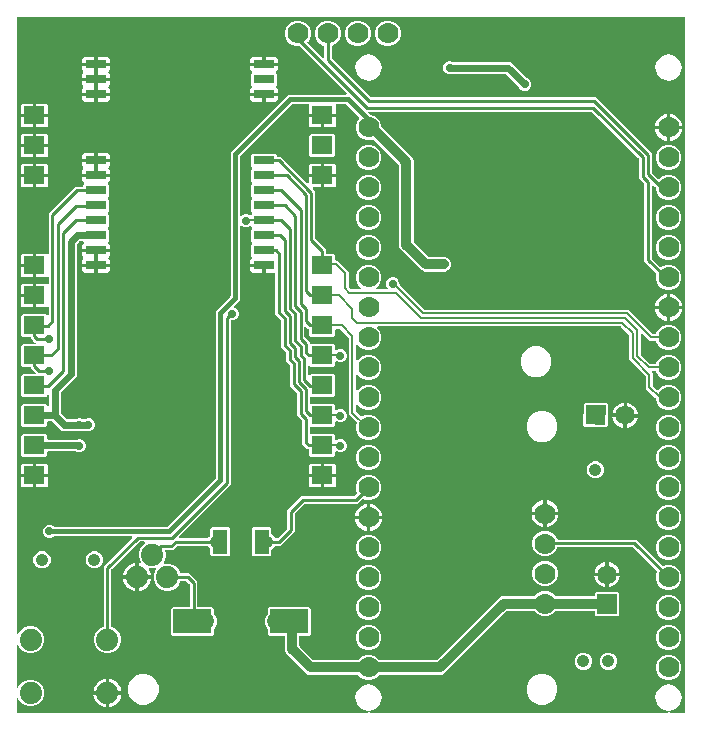
<source format=gbr>
G04 EAGLE Gerber RS-274X export*
G75*
%MOMM*%
%FSLAX34Y34*%
%LPD*%
%INTop Copper*%
%IPPOS*%
%AMOC8*
5,1,8,0,0,1.08239X$1,22.5*%
G01*
%ADD10C,1.778000*%
%ADD11C,1.651000*%
%ADD12R,1.651000X1.651000*%
%ADD13C,1.879600*%
%ADD14R,1.651000X1.651000*%
%ADD15R,1.800000X1.500000*%
%ADD16R,1.800000X0.780000*%
%ADD17R,3.200000X2.000000*%
%ADD18R,1.270000X2.060000*%
%ADD19C,0.706400*%
%ADD20C,1.056400*%
%ADD21C,0.406400*%
%ADD22C,0.812800*%
%ADD23C,0.200000*%
%ADD24C,0.254000*%
%ADD25C,0.609600*%
%ADD26C,1.500000*%

G36*
X299420Y2767D02*
X299420Y2767D01*
X299444Y2764D01*
X299541Y2786D01*
X299639Y2802D01*
X299661Y2814D01*
X299684Y2819D01*
X299769Y2871D01*
X299857Y2918D01*
X299873Y2935D01*
X299894Y2948D01*
X299958Y3024D01*
X300026Y3096D01*
X300036Y3118D01*
X300052Y3136D01*
X300088Y3229D01*
X300130Y3319D01*
X300132Y3343D01*
X300141Y3365D01*
X300146Y3465D01*
X300157Y3563D01*
X300152Y3587D01*
X300153Y3611D01*
X300126Y3707D01*
X300105Y3804D01*
X300092Y3824D01*
X300086Y3848D01*
X300029Y3930D01*
X299978Y4015D01*
X299960Y4031D01*
X299946Y4050D01*
X299867Y4110D01*
X299792Y4175D01*
X299769Y4184D01*
X299750Y4198D01*
X299594Y4259D01*
X294875Y5524D01*
X290634Y9765D01*
X289081Y15560D01*
X290634Y21355D01*
X294875Y25596D01*
X300670Y27149D01*
X306465Y25596D01*
X310706Y21355D01*
X312259Y15560D01*
X310706Y9765D01*
X306465Y5524D01*
X301746Y4259D01*
X301724Y4249D01*
X301701Y4245D01*
X301613Y4199D01*
X301522Y4158D01*
X301505Y4142D01*
X301483Y4130D01*
X301415Y4058D01*
X301342Y3991D01*
X301330Y3970D01*
X301314Y3952D01*
X301272Y3862D01*
X301225Y3775D01*
X301220Y3751D01*
X301210Y3729D01*
X301199Y3630D01*
X301182Y3532D01*
X301186Y3508D01*
X301183Y3485D01*
X301204Y3388D01*
X301219Y3289D01*
X301230Y3268D01*
X301235Y3244D01*
X301286Y3159D01*
X301332Y3070D01*
X301349Y3054D01*
X301362Y3033D01*
X301437Y2968D01*
X301508Y2899D01*
X301530Y2889D01*
X301548Y2873D01*
X301641Y2836D01*
X301730Y2793D01*
X301754Y2790D01*
X301777Y2781D01*
X301943Y2763D01*
X553397Y2763D01*
X553420Y2767D01*
X553444Y2764D01*
X553541Y2786D01*
X553639Y2802D01*
X553661Y2814D01*
X553684Y2819D01*
X553769Y2871D01*
X553857Y2918D01*
X553873Y2935D01*
X553894Y2948D01*
X553958Y3024D01*
X554026Y3096D01*
X554036Y3118D01*
X554052Y3136D01*
X554088Y3229D01*
X554130Y3319D01*
X554132Y3343D01*
X554141Y3365D01*
X554146Y3465D01*
X554157Y3563D01*
X554152Y3587D01*
X554153Y3611D01*
X554126Y3707D01*
X554105Y3804D01*
X554092Y3824D01*
X554086Y3848D01*
X554029Y3930D01*
X553978Y4015D01*
X553960Y4031D01*
X553946Y4050D01*
X553867Y4110D01*
X553792Y4175D01*
X553769Y4184D01*
X553750Y4198D01*
X553594Y4259D01*
X548875Y5524D01*
X544634Y9765D01*
X543081Y15560D01*
X544634Y21355D01*
X548875Y25596D01*
X554670Y27149D01*
X560465Y25596D01*
X564706Y21355D01*
X566259Y15560D01*
X564706Y9765D01*
X560465Y5524D01*
X555746Y4259D01*
X555724Y4249D01*
X555701Y4245D01*
X555613Y4199D01*
X555522Y4158D01*
X555505Y4142D01*
X555483Y4130D01*
X555415Y4058D01*
X555342Y3991D01*
X555330Y3970D01*
X555314Y3952D01*
X555272Y3862D01*
X555225Y3775D01*
X555220Y3751D01*
X555210Y3729D01*
X555199Y3630D01*
X555182Y3532D01*
X555186Y3508D01*
X555183Y3485D01*
X555204Y3388D01*
X555219Y3289D01*
X555230Y3268D01*
X555235Y3244D01*
X555286Y3159D01*
X555332Y3070D01*
X555349Y3054D01*
X555362Y3033D01*
X555437Y2968D01*
X555508Y2899D01*
X555530Y2889D01*
X555548Y2873D01*
X555641Y2836D01*
X555730Y2793D01*
X555754Y2790D01*
X555777Y2781D01*
X555943Y2763D01*
X567976Y2763D01*
X567996Y2766D01*
X568015Y2764D01*
X568117Y2786D01*
X568219Y2802D01*
X568236Y2812D01*
X568256Y2816D01*
X568345Y2869D01*
X568436Y2918D01*
X568450Y2932D01*
X568467Y2942D01*
X568534Y3021D01*
X568606Y3096D01*
X568614Y3114D01*
X568627Y3129D01*
X568666Y3225D01*
X568709Y3319D01*
X568711Y3339D01*
X568719Y3357D01*
X568737Y3524D01*
X568737Y590876D01*
X568734Y590896D01*
X568736Y590915D01*
X568714Y591017D01*
X568698Y591119D01*
X568688Y591136D01*
X568684Y591156D01*
X568631Y591245D01*
X568582Y591336D01*
X568568Y591350D01*
X568558Y591367D01*
X568479Y591434D01*
X568404Y591506D01*
X568386Y591514D01*
X568371Y591527D01*
X568275Y591566D01*
X568181Y591609D01*
X568161Y591611D01*
X568143Y591619D01*
X567976Y591637D01*
X3524Y591637D01*
X3504Y591634D01*
X3485Y591636D01*
X3383Y591614D01*
X3281Y591598D01*
X3264Y591588D01*
X3244Y591584D01*
X3155Y591531D01*
X3064Y591482D01*
X3050Y591468D01*
X3033Y591458D01*
X2966Y591379D01*
X2894Y591304D01*
X2886Y591286D01*
X2873Y591271D01*
X2834Y591175D01*
X2791Y591081D01*
X2789Y591061D01*
X2781Y591043D01*
X2763Y590876D01*
X2763Y69693D01*
X2778Y69597D01*
X2788Y69500D01*
X2798Y69476D01*
X2802Y69450D01*
X2848Y69364D01*
X2888Y69275D01*
X2905Y69256D01*
X2918Y69233D01*
X2988Y69166D01*
X3054Y69094D01*
X3077Y69082D01*
X3096Y69064D01*
X3184Y69023D01*
X3270Y68976D01*
X3295Y68971D01*
X3319Y68960D01*
X3416Y68949D01*
X3512Y68932D01*
X3538Y68936D01*
X3563Y68933D01*
X3659Y68953D01*
X3755Y68968D01*
X3778Y68979D01*
X3804Y68985D01*
X3887Y69035D01*
X3974Y69079D01*
X3993Y69098D01*
X4015Y69111D01*
X4078Y69185D01*
X4146Y69255D01*
X4162Y69283D01*
X4175Y69298D01*
X4187Y69329D01*
X4227Y69402D01*
X4895Y71013D01*
X8101Y74219D01*
X12291Y75955D01*
X16825Y75955D01*
X21015Y74219D01*
X24221Y71013D01*
X25957Y66823D01*
X25957Y62289D01*
X24221Y58099D01*
X21015Y54893D01*
X16825Y53157D01*
X12291Y53157D01*
X8101Y54893D01*
X4895Y58099D01*
X4227Y59710D01*
X4176Y59793D01*
X4130Y59879D01*
X4112Y59897D01*
X4098Y59919D01*
X4022Y59982D01*
X3952Y60048D01*
X3928Y60059D01*
X3908Y60076D01*
X3817Y60111D01*
X3729Y60152D01*
X3703Y60155D01*
X3679Y60164D01*
X3581Y60168D01*
X3485Y60179D01*
X3459Y60174D01*
X3433Y60175D01*
X3339Y60148D01*
X3244Y60127D01*
X3222Y60114D01*
X3197Y60106D01*
X3117Y60051D01*
X3033Y60001D01*
X3016Y59981D01*
X2995Y59966D01*
X2936Y59888D01*
X2873Y59814D01*
X2863Y59790D01*
X2848Y59769D01*
X2818Y59676D01*
X2781Y59586D01*
X2778Y59553D01*
X2772Y59535D01*
X2772Y59502D01*
X2763Y59419D01*
X2763Y24481D01*
X2778Y24385D01*
X2788Y24288D01*
X2798Y24264D01*
X2802Y24238D01*
X2848Y24152D01*
X2888Y24063D01*
X2905Y24044D01*
X2918Y24021D01*
X2988Y23954D01*
X3054Y23882D01*
X3077Y23870D01*
X3096Y23852D01*
X3184Y23811D01*
X3270Y23764D01*
X3295Y23759D01*
X3319Y23748D01*
X3416Y23737D01*
X3512Y23720D01*
X3538Y23724D01*
X3563Y23721D01*
X3659Y23741D01*
X3755Y23756D01*
X3778Y23767D01*
X3804Y23773D01*
X3887Y23823D01*
X3974Y23867D01*
X3993Y23886D01*
X4015Y23899D01*
X4078Y23973D01*
X4146Y24043D01*
X4162Y24071D01*
X4175Y24086D01*
X4187Y24117D01*
X4227Y24190D01*
X4895Y25801D01*
X8101Y29007D01*
X12291Y30743D01*
X16825Y30743D01*
X21015Y29007D01*
X24221Y25801D01*
X25957Y21611D01*
X25957Y17077D01*
X24221Y12887D01*
X21015Y9681D01*
X16825Y7945D01*
X12291Y7945D01*
X8101Y9681D01*
X4895Y12887D01*
X4227Y14498D01*
X4176Y14581D01*
X4130Y14667D01*
X4112Y14685D01*
X4098Y14707D01*
X4022Y14770D01*
X3952Y14836D01*
X3928Y14847D01*
X3908Y14864D01*
X3817Y14899D01*
X3729Y14940D01*
X3703Y14943D01*
X3679Y14952D01*
X3581Y14956D01*
X3485Y14967D01*
X3459Y14962D01*
X3433Y14963D01*
X3339Y14936D01*
X3244Y14915D01*
X3222Y14902D01*
X3197Y14894D01*
X3117Y14839D01*
X3033Y14789D01*
X3016Y14769D01*
X2995Y14754D01*
X2936Y14676D01*
X2873Y14602D01*
X2863Y14578D01*
X2848Y14557D01*
X2818Y14464D01*
X2781Y14374D01*
X2778Y14341D01*
X2772Y14323D01*
X2772Y14290D01*
X2763Y14207D01*
X2763Y3524D01*
X2766Y3504D01*
X2764Y3485D01*
X2786Y3383D01*
X2802Y3281D01*
X2812Y3264D01*
X2816Y3244D01*
X2869Y3155D01*
X2918Y3064D01*
X2932Y3050D01*
X2942Y3033D01*
X3021Y2966D01*
X3096Y2894D01*
X3114Y2886D01*
X3129Y2873D01*
X3225Y2834D01*
X3319Y2791D01*
X3339Y2789D01*
X3357Y2781D01*
X3524Y2763D01*
X299397Y2763D01*
X299420Y2767D01*
G37*
%LPC*%
G36*
X77315Y53157D02*
X77315Y53157D01*
X73125Y54893D01*
X69919Y58099D01*
X68183Y62289D01*
X68183Y66823D01*
X69919Y71013D01*
X73125Y74219D01*
X75841Y75344D01*
X75941Y75406D01*
X76041Y75466D01*
X76045Y75471D01*
X76050Y75474D01*
X76124Y75563D01*
X76201Y75653D01*
X76203Y75659D01*
X76207Y75664D01*
X76249Y75772D01*
X76293Y75881D01*
X76294Y75889D01*
X76295Y75893D01*
X76296Y75911D01*
X76311Y76048D01*
X76311Y126657D01*
X100532Y150878D01*
X100574Y150936D01*
X100623Y150988D01*
X100645Y151035D01*
X100676Y151077D01*
X100697Y151146D01*
X100727Y151211D01*
X100733Y151263D01*
X100748Y151313D01*
X100746Y151384D01*
X100754Y151455D01*
X100743Y151506D01*
X100742Y151558D01*
X100717Y151626D01*
X100702Y151696D01*
X100675Y151741D01*
X100657Y151789D01*
X100612Y151845D01*
X100576Y151907D01*
X100536Y151941D01*
X100504Y151981D01*
X100443Y152020D01*
X100389Y152067D01*
X100340Y152086D01*
X100297Y152114D01*
X100227Y152132D01*
X100161Y152159D01*
X100089Y152167D01*
X100058Y152175D01*
X100035Y152173D01*
X99994Y152177D01*
X34587Y152177D01*
X34497Y152163D01*
X34406Y152155D01*
X34376Y152143D01*
X34344Y152138D01*
X34264Y152095D01*
X34180Y152059D01*
X34148Y152033D01*
X34127Y152022D01*
X34105Y151999D01*
X34049Y151954D01*
X33614Y151520D01*
X31581Y150677D01*
X29379Y150677D01*
X27346Y151520D01*
X25790Y153076D01*
X24947Y155109D01*
X24947Y157311D01*
X25790Y159344D01*
X27346Y160900D01*
X29379Y161743D01*
X31581Y161743D01*
X33614Y160900D01*
X34049Y160466D01*
X34123Y160413D01*
X34192Y160353D01*
X34222Y160341D01*
X34249Y160322D01*
X34335Y160295D01*
X34420Y160261D01*
X34461Y160257D01*
X34484Y160250D01*
X34516Y160251D01*
X34587Y160243D01*
X130094Y160243D01*
X130184Y160257D01*
X130275Y160265D01*
X130305Y160277D01*
X130337Y160282D01*
X130418Y160325D01*
X130502Y160361D01*
X130534Y160387D01*
X130554Y160398D01*
X130577Y160421D01*
X130633Y160466D01*
X171004Y200837D01*
X171057Y200911D01*
X171117Y200981D01*
X171129Y201011D01*
X171148Y201037D01*
X171175Y201124D01*
X171209Y201209D01*
X171213Y201250D01*
X171220Y201272D01*
X171219Y201304D01*
X171227Y201376D01*
X171227Y342568D01*
X183704Y355045D01*
X183757Y355118D01*
X183817Y355188D01*
X183829Y355218D01*
X183848Y355244D01*
X183875Y355331D01*
X183909Y355416D01*
X183913Y355457D01*
X183920Y355479D01*
X183919Y355512D01*
X183927Y355583D01*
X183927Y477388D01*
X232542Y526003D01*
X281604Y526003D01*
X281675Y526014D01*
X281746Y526016D01*
X281795Y526034D01*
X281847Y526042D01*
X281910Y526076D01*
X281977Y526101D01*
X282018Y526133D01*
X282064Y526158D01*
X282113Y526210D01*
X282169Y526254D01*
X282198Y526298D01*
X282233Y526336D01*
X282264Y526401D01*
X282302Y526461D01*
X282315Y526512D01*
X282337Y526559D01*
X282345Y526630D01*
X282362Y526700D01*
X282358Y526752D01*
X282364Y526803D01*
X282349Y526874D01*
X282343Y526945D01*
X282323Y526993D01*
X282312Y527044D01*
X282275Y527105D01*
X282247Y527171D01*
X282202Y527227D01*
X282186Y527255D01*
X282168Y527270D01*
X282142Y527302D01*
X242768Y566676D01*
X242694Y566729D01*
X242625Y566789D01*
X242595Y566801D01*
X242568Y566820D01*
X242481Y566847D01*
X242397Y566881D01*
X242356Y566885D01*
X242333Y566892D01*
X242301Y566891D01*
X242230Y566899D01*
X238494Y566899D01*
X234491Y568557D01*
X231427Y571621D01*
X229769Y575624D01*
X229769Y579956D01*
X231427Y583959D01*
X234491Y587023D01*
X238494Y588681D01*
X242826Y588681D01*
X246829Y587023D01*
X249893Y583959D01*
X251551Y579956D01*
X251551Y575624D01*
X249893Y571621D01*
X249022Y570750D01*
X249010Y570734D01*
X248995Y570722D01*
X248939Y570634D01*
X248878Y570550D01*
X248873Y570531D01*
X248862Y570515D01*
X248836Y570414D01*
X248806Y570315D01*
X248807Y570295D01*
X248802Y570276D01*
X248810Y570173D01*
X248812Y570069D01*
X248819Y570051D01*
X248821Y570031D01*
X248861Y569936D01*
X248897Y569838D01*
X248909Y569823D01*
X248917Y569805D01*
X249022Y569674D01*
X261490Y557206D01*
X261548Y557164D01*
X261600Y557115D01*
X261647Y557093D01*
X261689Y557062D01*
X261758Y557041D01*
X261823Y557011D01*
X261875Y557005D01*
X261925Y556990D01*
X261996Y556992D01*
X262067Y556984D01*
X262118Y556995D01*
X262170Y556996D01*
X262238Y557021D01*
X262308Y557036D01*
X262353Y557063D01*
X262401Y557081D01*
X262457Y557126D01*
X262519Y557162D01*
X262553Y557202D01*
X262593Y557234D01*
X262632Y557295D01*
X262679Y557349D01*
X262698Y557398D01*
X262726Y557441D01*
X262744Y557511D01*
X262771Y557577D01*
X262779Y557649D01*
X262787Y557680D01*
X262785Y557703D01*
X262789Y557744D01*
X262789Y566848D01*
X262785Y566876D01*
X262786Y566888D01*
X262772Y566953D01*
X262770Y566963D01*
X262753Y567079D01*
X262751Y567085D01*
X262750Y567091D01*
X262737Y567115D01*
X262734Y567129D01*
X262695Y567193D01*
X262642Y567298D01*
X262637Y567303D01*
X262634Y567308D01*
X262616Y567325D01*
X262608Y567340D01*
X262543Y567395D01*
X262466Y567471D01*
X262460Y567474D01*
X262456Y567478D01*
X262439Y567485D01*
X262435Y567488D01*
X262421Y567500D01*
X262392Y567511D01*
X262319Y567551D01*
X259891Y568557D01*
X256827Y571621D01*
X255169Y575624D01*
X255169Y579956D01*
X256827Y583959D01*
X259891Y587023D01*
X263894Y588681D01*
X268226Y588681D01*
X272229Y587023D01*
X275293Y583959D01*
X276951Y579956D01*
X276951Y575624D01*
X275293Y571621D01*
X272229Y568557D01*
X269801Y567551D01*
X269715Y567498D01*
X269634Y567455D01*
X269621Y567442D01*
X269601Y567430D01*
X269597Y567425D01*
X269592Y567422D01*
X269521Y567336D01*
X269465Y567277D01*
X269458Y567262D01*
X269441Y567243D01*
X269439Y567237D01*
X269435Y567232D01*
X269393Y567124D01*
X269391Y567119D01*
X269361Y567054D01*
X269359Y567040D01*
X269349Y567015D01*
X269348Y567007D01*
X269347Y567003D01*
X269346Y566984D01*
X269331Y566848D01*
X269331Y557300D01*
X269345Y557210D01*
X269353Y557119D01*
X269365Y557089D01*
X269370Y557057D01*
X269413Y556977D01*
X269449Y556893D01*
X269475Y556861D01*
X269486Y556840D01*
X269509Y556818D01*
X269554Y556762D01*
X302122Y524194D01*
X302196Y524141D01*
X302265Y524081D01*
X302295Y524069D01*
X302322Y524050D01*
X302409Y524023D01*
X302493Y523989D01*
X302534Y523985D01*
X302557Y523978D01*
X302589Y523979D01*
X302660Y523971D01*
X492845Y523971D01*
X540481Y476335D01*
X540481Y460140D01*
X540495Y460050D01*
X540503Y459959D01*
X540515Y459929D01*
X540520Y459897D01*
X540563Y459817D01*
X540599Y459733D01*
X540625Y459701D01*
X540636Y459680D01*
X540659Y459658D01*
X540704Y459602D01*
X545569Y454737D01*
X545585Y454725D01*
X545597Y454710D01*
X545685Y454654D01*
X545768Y454593D01*
X545787Y454588D01*
X545804Y454577D01*
X545905Y454551D01*
X546003Y454521D01*
X546023Y454522D01*
X546043Y454517D01*
X546146Y454525D01*
X546249Y454527D01*
X546268Y454534D01*
X546288Y454536D01*
X546383Y454576D01*
X546480Y454612D01*
X546496Y454624D01*
X546514Y454632D01*
X546645Y454737D01*
X548501Y456593D01*
X552504Y458251D01*
X556836Y458251D01*
X560839Y456593D01*
X563903Y453529D01*
X565561Y449526D01*
X565561Y445194D01*
X563903Y441191D01*
X560839Y438127D01*
X556836Y436469D01*
X552504Y436469D01*
X548501Y438127D01*
X545437Y441191D01*
X543779Y445194D01*
X543779Y446960D01*
X543765Y447050D01*
X543757Y447141D01*
X543745Y447171D01*
X543740Y447203D01*
X543697Y447283D01*
X543661Y447367D01*
X543635Y447399D01*
X543624Y447420D01*
X543601Y447442D01*
X543556Y447498D01*
X541780Y449274D01*
X541722Y449316D01*
X541670Y449365D01*
X541623Y449387D01*
X541581Y449418D01*
X541512Y449439D01*
X541447Y449469D01*
X541395Y449475D01*
X541345Y449490D01*
X541274Y449488D01*
X541203Y449496D01*
X541152Y449485D01*
X541100Y449484D01*
X541032Y449459D01*
X540962Y449444D01*
X540917Y449417D01*
X540869Y449399D01*
X540813Y449354D01*
X540751Y449318D01*
X540717Y449278D01*
X540677Y449246D01*
X540638Y449185D01*
X540591Y449131D01*
X540572Y449082D01*
X540544Y449039D01*
X540526Y448969D01*
X540499Y448903D01*
X540491Y448831D01*
X540483Y448800D01*
X540485Y448777D01*
X540481Y448736D01*
X540481Y387750D01*
X540495Y387660D01*
X540503Y387569D01*
X540515Y387539D01*
X540520Y387507D01*
X540563Y387427D01*
X540599Y387343D01*
X540625Y387311D01*
X540636Y387290D01*
X540659Y387268D01*
X540704Y387212D01*
X547474Y380442D01*
X547490Y380430D01*
X547502Y380415D01*
X547589Y380359D01*
X547673Y380298D01*
X547692Y380293D01*
X547709Y380282D01*
X547810Y380256D01*
X547908Y380226D01*
X547928Y380227D01*
X547948Y380222D01*
X548051Y380230D01*
X548154Y380232D01*
X548173Y380239D01*
X548193Y380241D01*
X548288Y380281D01*
X548385Y380317D01*
X548401Y380329D01*
X548419Y380337D01*
X548475Y380382D01*
X552504Y382051D01*
X556836Y382051D01*
X560839Y380393D01*
X563903Y377329D01*
X565561Y373326D01*
X565561Y368994D01*
X563903Y364991D01*
X560839Y361927D01*
X556836Y360269D01*
X552504Y360269D01*
X548501Y361927D01*
X545437Y364991D01*
X543779Y368994D01*
X543779Y373326D01*
X544041Y373959D01*
X544056Y374021D01*
X544068Y374048D01*
X544074Y374095D01*
X544096Y374186D01*
X544096Y374192D01*
X544097Y374198D01*
X544092Y374259D01*
X544095Y374292D01*
X544084Y374344D01*
X544077Y374431D01*
X544075Y374437D01*
X544074Y374443D01*
X544051Y374494D01*
X544043Y374533D01*
X544012Y374585D01*
X543981Y374657D01*
X543976Y374663D01*
X543974Y374668D01*
X543962Y374682D01*
X543932Y374719D01*
X543917Y374744D01*
X543901Y374757D01*
X543876Y374788D01*
X533939Y384725D01*
X533939Y450379D01*
X533936Y450398D01*
X533938Y450417D01*
X533923Y450486D01*
X533917Y450560D01*
X533905Y450590D01*
X533900Y450622D01*
X533890Y450641D01*
X533886Y450658D01*
X533852Y450715D01*
X533821Y450787D01*
X533795Y450819D01*
X533784Y450839D01*
X533768Y450855D01*
X533760Y450869D01*
X533746Y450880D01*
X533716Y450918D01*
X529399Y455235D01*
X529399Y471429D01*
X529385Y471519D01*
X529377Y471610D01*
X529365Y471640D01*
X529360Y471672D01*
X529317Y471753D01*
X529281Y471837D01*
X529255Y471869D01*
X529244Y471889D01*
X529221Y471912D01*
X529176Y471968D01*
X489748Y511396D01*
X489674Y511449D01*
X489604Y511509D01*
X489574Y511521D01*
X489548Y511540D01*
X489461Y511567D01*
X489376Y511601D01*
X489335Y511605D01*
X489313Y511612D01*
X489281Y511611D01*
X489209Y511619D01*
X301102Y511619D01*
X301031Y511608D01*
X300959Y511606D01*
X300910Y511588D01*
X300859Y511580D01*
X300796Y511546D01*
X300728Y511521D01*
X300688Y511489D01*
X300642Y511464D01*
X300592Y511412D01*
X300536Y511368D01*
X300508Y511324D01*
X300472Y511286D01*
X300442Y511221D01*
X300403Y511161D01*
X300390Y511110D01*
X300369Y511063D01*
X300361Y510992D01*
X300343Y510922D01*
X300347Y510870D01*
X300341Y510819D01*
X300357Y510748D01*
X300362Y510677D01*
X300383Y510629D01*
X300394Y510578D01*
X300431Y510517D01*
X300459Y510451D01*
X300503Y510395D01*
X300520Y510367D01*
X300538Y510352D01*
X300563Y510320D01*
X301609Y509274D01*
X301683Y509221D01*
X301753Y509161D01*
X301783Y509149D01*
X301809Y509130D01*
X301896Y509103D01*
X301981Y509069D01*
X302022Y509065D01*
X302044Y509058D01*
X302076Y509059D01*
X302148Y509051D01*
X302836Y509051D01*
X306839Y507393D01*
X309903Y504329D01*
X311561Y500326D01*
X311561Y498701D01*
X311575Y498611D01*
X311583Y498520D01*
X311595Y498491D01*
X311600Y498459D01*
X311643Y498378D01*
X311679Y498294D01*
X311705Y498262D01*
X311716Y498241D01*
X311739Y498219D01*
X311784Y498163D01*
X337881Y472065D01*
X338805Y469836D01*
X338805Y401607D01*
X338819Y401517D01*
X338827Y401426D01*
X338839Y401397D01*
X338844Y401365D01*
X338887Y401284D01*
X338923Y401200D01*
X338949Y401168D01*
X338960Y401147D01*
X338983Y401125D01*
X339028Y401069D01*
X351539Y388558D01*
X351613Y388505D01*
X351683Y388445D01*
X351713Y388433D01*
X351739Y388414D01*
X351826Y388387D01*
X351911Y388353D01*
X351952Y388349D01*
X351974Y388342D01*
X352006Y388343D01*
X352077Y388335D01*
X365696Y388335D01*
X367925Y387411D01*
X369631Y385705D01*
X370555Y383476D01*
X370555Y381064D01*
X369631Y378835D01*
X367925Y377129D01*
X365696Y376205D01*
X348044Y376205D01*
X345815Y377129D01*
X327599Y395345D01*
X326675Y397574D01*
X326675Y465803D01*
X326661Y465893D01*
X326653Y465984D01*
X326641Y466013D01*
X326636Y466045D01*
X326593Y466126D01*
X326557Y466210D01*
X326531Y466242D01*
X326520Y466263D01*
X326497Y466285D01*
X326452Y466341D01*
X305096Y487697D01*
X305002Y487764D01*
X304908Y487835D01*
X304902Y487837D01*
X304897Y487840D01*
X304786Y487874D01*
X304674Y487911D01*
X304668Y487911D01*
X304662Y487913D01*
X304545Y487910D01*
X304428Y487909D01*
X304421Y487906D01*
X304416Y487906D01*
X304398Y487900D01*
X304267Y487862D01*
X302836Y487269D01*
X298504Y487269D01*
X294501Y488927D01*
X291437Y491991D01*
X289779Y495994D01*
X289779Y500326D01*
X291437Y504329D01*
X292754Y505646D01*
X292766Y505662D01*
X292781Y505675D01*
X292838Y505762D01*
X292898Y505846D01*
X292904Y505865D01*
X292914Y505882D01*
X292940Y505982D01*
X292970Y506081D01*
X292970Y506101D01*
X292974Y506120D01*
X292966Y506223D01*
X292964Y506327D01*
X292957Y506346D01*
X292955Y506365D01*
X292915Y506460D01*
X292879Y506558D01*
X292867Y506573D01*
X292859Y506592D01*
X292754Y506723D01*
X281763Y517714D01*
X281689Y517767D01*
X281619Y517827D01*
X281589Y517839D01*
X281563Y517858D01*
X281476Y517885D01*
X281391Y517919D01*
X281350Y517923D01*
X281328Y517930D01*
X281296Y517929D01*
X281224Y517937D01*
X273680Y517937D01*
X273586Y517922D01*
X273491Y517913D01*
X273465Y517902D01*
X273437Y517898D01*
X273353Y517853D01*
X273266Y517815D01*
X273245Y517796D01*
X273220Y517782D01*
X273154Y517713D01*
X273084Y517649D01*
X273070Y517625D01*
X273050Y517604D01*
X273010Y517518D01*
X272964Y517434D01*
X272959Y517407D01*
X272947Y517381D01*
X272936Y517286D01*
X272919Y517193D01*
X272923Y517165D01*
X272920Y517137D01*
X272940Y517043D01*
X272953Y516949D01*
X272967Y516917D01*
X272972Y516896D01*
X272989Y516868D01*
X273016Y516805D01*
X273191Y516154D01*
X273191Y509843D01*
X262412Y509843D01*
X262392Y509840D01*
X262373Y509842D01*
X262271Y509820D01*
X262169Y509803D01*
X262152Y509794D01*
X262132Y509790D01*
X262043Y509737D01*
X261952Y509688D01*
X261938Y509674D01*
X261921Y509664D01*
X261854Y509585D01*
X261783Y509510D01*
X261774Y509492D01*
X261761Y509477D01*
X261722Y509381D01*
X261679Y509287D01*
X261677Y509267D01*
X261669Y509249D01*
X261651Y509082D01*
X261651Y508319D01*
X261649Y508319D01*
X261649Y509082D01*
X261646Y509102D01*
X261648Y509121D01*
X261626Y509223D01*
X261609Y509325D01*
X261600Y509342D01*
X261596Y509362D01*
X261543Y509451D01*
X261494Y509542D01*
X261480Y509556D01*
X261470Y509573D01*
X261391Y509640D01*
X261316Y509711D01*
X261298Y509720D01*
X261283Y509733D01*
X261187Y509772D01*
X261093Y509815D01*
X261073Y509817D01*
X261055Y509825D01*
X260888Y509843D01*
X250109Y509843D01*
X250109Y516154D01*
X250285Y516810D01*
X250313Y516885D01*
X250353Y516971D01*
X250356Y516999D01*
X250366Y517025D01*
X250370Y517121D01*
X250380Y517215D01*
X250374Y517243D01*
X250375Y517271D01*
X250348Y517363D01*
X250328Y517456D01*
X250314Y517480D01*
X250306Y517507D01*
X250251Y517585D01*
X250202Y517667D01*
X250181Y517685D01*
X250164Y517708D01*
X250087Y517765D01*
X250015Y517827D01*
X249989Y517837D01*
X249966Y517854D01*
X249875Y517883D01*
X249787Y517919D01*
X249752Y517923D01*
X249732Y517929D01*
X249699Y517929D01*
X249620Y517937D01*
X236198Y517937D01*
X236108Y517923D01*
X236017Y517915D01*
X235987Y517903D01*
X235955Y517898D01*
X235874Y517855D01*
X235791Y517819D01*
X235758Y517793D01*
X235738Y517782D01*
X235716Y517759D01*
X235660Y517714D01*
X192216Y474270D01*
X192163Y474196D01*
X192103Y474127D01*
X192091Y474097D01*
X192072Y474071D01*
X192045Y473984D01*
X192011Y473899D01*
X192007Y473858D01*
X192000Y473836D01*
X192001Y473803D01*
X191993Y473732D01*
X191993Y423905D01*
X192004Y423834D01*
X192006Y423763D01*
X192024Y423714D01*
X192032Y423662D01*
X192066Y423599D01*
X192091Y423532D01*
X192123Y423491D01*
X192148Y423445D01*
X192200Y423395D01*
X192244Y423340D01*
X192288Y423311D01*
X192326Y423276D01*
X192391Y423245D01*
X192451Y423207D01*
X192502Y423194D01*
X192549Y423172D01*
X192620Y423164D01*
X192690Y423146D01*
X192742Y423151D01*
X192793Y423145D01*
X192864Y423160D01*
X192935Y423166D01*
X192983Y423186D01*
X193034Y423197D01*
X193095Y423234D01*
X193161Y423262D01*
X193217Y423307D01*
X193245Y423323D01*
X193260Y423341D01*
X193292Y423367D01*
X193716Y423790D01*
X195749Y424633D01*
X197951Y424633D01*
X200067Y423756D01*
X200111Y423746D01*
X200153Y423726D01*
X200230Y423718D01*
X200306Y423700D01*
X200352Y423704D01*
X200397Y423699D01*
X200474Y423716D01*
X200551Y423723D01*
X200593Y423742D01*
X200638Y423752D01*
X200705Y423791D01*
X200776Y423823D01*
X200810Y423854D01*
X200849Y423878D01*
X200877Y423910D01*
X200896Y423926D01*
X202202Y425232D01*
X202214Y425248D01*
X202229Y425260D01*
X202286Y425348D01*
X202346Y425431D01*
X202352Y425450D01*
X202362Y425467D01*
X202388Y425568D01*
X202418Y425667D01*
X202418Y425686D01*
X202423Y425706D01*
X202414Y425809D01*
X202412Y425912D01*
X202405Y425931D01*
X202403Y425951D01*
X202363Y426046D01*
X202327Y426143D01*
X202315Y426159D01*
X202307Y426177D01*
X202202Y426308D01*
X201119Y427391D01*
X201119Y436849D01*
X202202Y437932D01*
X202214Y437948D01*
X202229Y437960D01*
X202286Y438048D01*
X202346Y438131D01*
X202352Y438150D01*
X202362Y438167D01*
X202388Y438268D01*
X202418Y438367D01*
X202418Y438386D01*
X202423Y438406D01*
X202414Y438509D01*
X202412Y438612D01*
X202405Y438631D01*
X202403Y438651D01*
X202363Y438746D01*
X202327Y438843D01*
X202315Y438859D01*
X202307Y438877D01*
X202202Y439008D01*
X201119Y440091D01*
X201119Y449549D01*
X202202Y450632D01*
X202214Y450648D01*
X202229Y450660D01*
X202261Y450709D01*
X202262Y450711D01*
X202264Y450714D01*
X202286Y450748D01*
X202346Y450831D01*
X202352Y450850D01*
X202362Y450867D01*
X202388Y450968D01*
X202418Y451067D01*
X202418Y451086D01*
X202423Y451106D01*
X202414Y451209D01*
X202412Y451312D01*
X202405Y451331D01*
X202403Y451351D01*
X202363Y451446D01*
X202327Y451543D01*
X202315Y451559D01*
X202307Y451577D01*
X202202Y451708D01*
X201119Y452791D01*
X201119Y462249D01*
X202202Y463332D01*
X202214Y463348D01*
X202229Y463360D01*
X202286Y463448D01*
X202346Y463531D01*
X202352Y463550D01*
X202362Y463567D01*
X202388Y463668D01*
X202418Y463767D01*
X202418Y463786D01*
X202423Y463806D01*
X202414Y463909D01*
X202412Y464012D01*
X202405Y464031D01*
X202403Y464051D01*
X202363Y464146D01*
X202327Y464243D01*
X202315Y464259D01*
X202307Y464277D01*
X202202Y464408D01*
X201119Y465491D01*
X201119Y474949D01*
X202291Y476121D01*
X221949Y476121D01*
X223121Y474949D01*
X223121Y474252D01*
X223124Y474232D01*
X223122Y474213D01*
X223144Y474111D01*
X223160Y474009D01*
X223170Y473992D01*
X223174Y473972D01*
X223227Y473883D01*
X223276Y473792D01*
X223290Y473778D01*
X223300Y473761D01*
X223379Y473694D01*
X223454Y473622D01*
X223472Y473614D01*
X223487Y473601D01*
X223583Y473562D01*
X223677Y473519D01*
X223697Y473517D01*
X223715Y473509D01*
X223882Y473491D01*
X226435Y473491D01*
X248810Y451116D01*
X248868Y451075D01*
X248920Y451025D01*
X248967Y451003D01*
X249009Y450973D01*
X249078Y450952D01*
X249143Y450921D01*
X249195Y450916D01*
X249245Y450900D01*
X249316Y450902D01*
X249387Y450894D01*
X249438Y450905D01*
X249490Y450907D01*
X249558Y450931D01*
X249628Y450947D01*
X249673Y450973D01*
X249721Y450991D01*
X249777Y451036D01*
X249839Y451073D01*
X249873Y451112D01*
X249913Y451145D01*
X249952Y451205D01*
X249999Y451260D01*
X250018Y451308D01*
X250046Y451352D01*
X250064Y451421D01*
X250091Y451488D01*
X250099Y451559D01*
X250107Y451590D01*
X250105Y451614D01*
X250109Y451655D01*
X250109Y455997D01*
X260127Y455997D01*
X260127Y447479D01*
X254285Y447479D01*
X254214Y447468D01*
X254142Y447466D01*
X254093Y447448D01*
X254042Y447440D01*
X253979Y447406D01*
X253911Y447381D01*
X253871Y447349D01*
X253824Y447324D01*
X253775Y447272D01*
X253719Y447228D01*
X253691Y447184D01*
X253655Y447146D01*
X253625Y447081D01*
X253586Y447021D01*
X253573Y446970D01*
X253551Y446923D01*
X253544Y446852D01*
X253526Y446782D01*
X253530Y446730D01*
X253524Y446679D01*
X253540Y446608D01*
X253545Y446537D01*
X253566Y446489D01*
X253577Y446438D01*
X253613Y446377D01*
X253642Y446311D01*
X253686Y446255D01*
X253703Y446227D01*
X253721Y446212D01*
X253746Y446180D01*
X255461Y444465D01*
X255461Y404800D01*
X255475Y404710D01*
X255483Y404619D01*
X255495Y404589D01*
X255500Y404557D01*
X255543Y404477D01*
X255579Y404393D01*
X255605Y404361D01*
X255616Y404340D01*
X255639Y404318D01*
X255684Y404262D01*
X264891Y395055D01*
X264891Y391582D01*
X264894Y391562D01*
X264892Y391543D01*
X264914Y391441D01*
X264930Y391339D01*
X264940Y391322D01*
X264944Y391302D01*
X264997Y391213D01*
X265046Y391122D01*
X265060Y391108D01*
X265070Y391091D01*
X265149Y391024D01*
X265224Y390952D01*
X265242Y390944D01*
X265257Y390931D01*
X265353Y390892D01*
X265447Y390849D01*
X265467Y390847D01*
X265485Y390839D01*
X265652Y390821D01*
X271479Y390821D01*
X272651Y389649D01*
X272651Y386032D01*
X272654Y386012D01*
X272652Y385993D01*
X272674Y385891D01*
X272690Y385789D01*
X272700Y385772D01*
X272704Y385752D01*
X272757Y385663D01*
X272806Y385572D01*
X272820Y385558D01*
X272830Y385541D01*
X272909Y385474D01*
X272984Y385402D01*
X273002Y385394D01*
X273017Y385381D01*
X273113Y385342D01*
X273207Y385299D01*
X273227Y385297D01*
X273245Y385289D01*
X273412Y385271D01*
X274293Y385271D01*
X283671Y375893D01*
X283671Y363508D01*
X283685Y363418D01*
X283693Y363327D01*
X283705Y363297D01*
X283710Y363266D01*
X283753Y363185D01*
X283789Y363101D01*
X283815Y363069D01*
X283826Y363048D01*
X283849Y363026D01*
X283894Y362970D01*
X285500Y361364D01*
X285574Y361311D01*
X285643Y361251D01*
X285674Y361239D01*
X285700Y361220D01*
X285787Y361193D01*
X285872Y361159D01*
X285912Y361155D01*
X285935Y361148D01*
X285967Y361149D01*
X286038Y361141D01*
X293450Y361141D01*
X293520Y361152D01*
X293592Y361154D01*
X293641Y361172D01*
X293692Y361180D01*
X293756Y361214D01*
X293823Y361239D01*
X293864Y361271D01*
X293910Y361296D01*
X293959Y361348D01*
X294015Y361392D01*
X294043Y361436D01*
X294079Y361474D01*
X294109Y361539D01*
X294148Y361599D01*
X294161Y361650D01*
X294183Y361697D01*
X294191Y361768D01*
X294208Y361838D01*
X294204Y361890D01*
X294210Y361941D01*
X294195Y362012D01*
X294189Y362083D01*
X294169Y362131D01*
X294158Y362182D01*
X294121Y362243D01*
X294093Y362309D01*
X294048Y362365D01*
X294031Y362393D01*
X294014Y362408D01*
X293988Y362440D01*
X291437Y364991D01*
X289779Y368994D01*
X289779Y373326D01*
X291437Y377329D01*
X294501Y380393D01*
X298504Y382051D01*
X302836Y382051D01*
X306839Y380393D01*
X309903Y377329D01*
X311561Y373326D01*
X311561Y368994D01*
X309903Y364991D01*
X307352Y362440D01*
X307310Y362382D01*
X307261Y362330D01*
X307239Y362283D01*
X307209Y362241D01*
X307187Y362172D01*
X307157Y362107D01*
X307152Y362055D01*
X307136Y362005D01*
X307138Y361934D01*
X307130Y361863D01*
X307141Y361812D01*
X307143Y361760D01*
X307167Y361692D01*
X307182Y361622D01*
X307209Y361577D01*
X307227Y361529D01*
X307272Y361473D01*
X307309Y361411D01*
X307348Y361377D01*
X307381Y361337D01*
X307441Y361298D01*
X307495Y361251D01*
X307544Y361232D01*
X307588Y361204D01*
X307657Y361186D01*
X307724Y361159D01*
X307795Y361151D01*
X307826Y361143D01*
X307849Y361145D01*
X307890Y361141D01*
X316267Y361141D01*
X316338Y361152D01*
X316409Y361154D01*
X316458Y361172D01*
X316510Y361180D01*
X316573Y361214D01*
X316640Y361239D01*
X316681Y361271D01*
X316727Y361296D01*
X316776Y361347D01*
X316832Y361392D01*
X316861Y361436D01*
X316896Y361474D01*
X316927Y361539D01*
X316965Y361599D01*
X316978Y361650D01*
X317000Y361697D01*
X317008Y361768D01*
X317026Y361838D01*
X317021Y361890D01*
X317027Y361941D01*
X317012Y362012D01*
X317006Y362083D01*
X316986Y362131D01*
X316975Y362182D01*
X316938Y362243D01*
X316910Y362309D01*
X316865Y362365D01*
X316849Y362393D01*
X316831Y362408D01*
X316805Y362440D01*
X316620Y362626D01*
X315777Y364659D01*
X315777Y366861D01*
X316620Y368894D01*
X318176Y370450D01*
X320209Y371293D01*
X322411Y371293D01*
X324444Y370450D01*
X326000Y368894D01*
X326843Y366861D01*
X326843Y365363D01*
X326857Y365273D01*
X326865Y365182D01*
X326877Y365152D01*
X326882Y365120D01*
X326925Y365040D01*
X326961Y364956D01*
X326987Y364924D01*
X326998Y364903D01*
X327021Y364881D01*
X327066Y364825D01*
X347927Y343964D01*
X348001Y343911D01*
X348070Y343851D01*
X348100Y343839D01*
X348127Y343820D01*
X348214Y343793D01*
X348298Y343759D01*
X348339Y343755D01*
X348362Y343748D01*
X348394Y343749D01*
X348465Y343741D01*
X520870Y343741D01*
X541027Y323584D01*
X541101Y323531D01*
X541170Y323471D01*
X541200Y323459D01*
X541227Y323440D01*
X541314Y323413D01*
X541398Y323379D01*
X541439Y323375D01*
X541462Y323368D01*
X541494Y323369D01*
X541565Y323361D01*
X543616Y323361D01*
X543731Y323380D01*
X543847Y323397D01*
X543853Y323399D01*
X543859Y323400D01*
X543962Y323455D01*
X544066Y323508D01*
X544071Y323513D01*
X544076Y323516D01*
X544156Y323600D01*
X544239Y323684D01*
X544242Y323690D01*
X544246Y323694D01*
X544254Y323711D01*
X544320Y323831D01*
X545437Y326529D01*
X548501Y329593D01*
X552504Y331251D01*
X556836Y331251D01*
X560839Y329593D01*
X563903Y326529D01*
X565561Y322526D01*
X565561Y318194D01*
X563903Y314191D01*
X560839Y311127D01*
X556836Y309469D01*
X552504Y309469D01*
X548501Y311127D01*
X545437Y314191D01*
X544320Y316889D01*
X544258Y316989D01*
X544198Y317089D01*
X544193Y317093D01*
X544190Y317098D01*
X544099Y317173D01*
X544011Y317249D01*
X544005Y317251D01*
X544000Y317255D01*
X543892Y317297D01*
X543783Y317341D01*
X543775Y317342D01*
X543771Y317343D01*
X543753Y317344D01*
X543616Y317359D01*
X538764Y317359D01*
X532620Y323503D01*
X532562Y323545D01*
X532510Y323594D01*
X532463Y323616D01*
X532421Y323646D01*
X532352Y323668D01*
X532287Y323698D01*
X532235Y323704D01*
X532185Y323719D01*
X532114Y323717D01*
X532043Y323725D01*
X531992Y323714D01*
X531940Y323712D01*
X531872Y323688D01*
X531802Y323673D01*
X531757Y323646D01*
X531709Y323628D01*
X531653Y323583D01*
X531591Y323546D01*
X531557Y323507D01*
X531517Y323474D01*
X531478Y323414D01*
X531431Y323360D01*
X531412Y323311D01*
X531384Y323267D01*
X531366Y323198D01*
X531339Y323131D01*
X531331Y323060D01*
X531323Y323029D01*
X531325Y323006D01*
X531321Y322965D01*
X531321Y306358D01*
X531335Y306268D01*
X531343Y306177D01*
X531355Y306147D01*
X531360Y306116D01*
X531403Y306035D01*
X531439Y305951D01*
X531465Y305919D01*
X531476Y305898D01*
X531499Y305876D01*
X531544Y305820D01*
X539180Y298184D01*
X539254Y298131D01*
X539323Y298071D01*
X539354Y298059D01*
X539380Y298040D01*
X539467Y298013D01*
X539552Y297979D01*
X539592Y297975D01*
X539615Y297968D01*
X539647Y297969D01*
X539718Y297961D01*
X543616Y297961D01*
X543731Y297980D01*
X543847Y297997D01*
X543853Y297999D01*
X543859Y298000D01*
X543962Y298055D01*
X544066Y298108D01*
X544071Y298113D01*
X544076Y298116D01*
X544156Y298200D01*
X544239Y298284D01*
X544242Y298290D01*
X544246Y298294D01*
X544254Y298311D01*
X544320Y298431D01*
X545437Y301129D01*
X548501Y304193D01*
X552504Y305851D01*
X556836Y305851D01*
X560839Y304193D01*
X563903Y301129D01*
X565561Y297126D01*
X565561Y292794D01*
X563903Y288791D01*
X560839Y285727D01*
X556836Y284069D01*
X552504Y284069D01*
X548501Y285727D01*
X545437Y288791D01*
X544320Y291489D01*
X544258Y291589D01*
X544198Y291689D01*
X544193Y291693D01*
X544190Y291698D01*
X544099Y291773D01*
X544011Y291849D01*
X544005Y291851D01*
X544000Y291855D01*
X543892Y291897D01*
X543783Y291941D01*
X543775Y291942D01*
X543771Y291943D01*
X543753Y291944D01*
X543616Y291959D01*
X541585Y291959D01*
X541515Y291948D01*
X541443Y291946D01*
X541394Y291928D01*
X541343Y291920D01*
X541279Y291886D01*
X541212Y291861D01*
X541171Y291829D01*
X541125Y291804D01*
X541076Y291753D01*
X541020Y291708D01*
X540992Y291664D01*
X540956Y291626D01*
X540926Y291561D01*
X540887Y291501D01*
X540874Y291450D01*
X540852Y291403D01*
X540844Y291332D01*
X540827Y291262D01*
X540831Y291210D01*
X540825Y291159D01*
X540840Y291088D01*
X540846Y291017D01*
X540866Y290969D01*
X540877Y290918D01*
X540914Y290857D01*
X540942Y290791D01*
X540987Y290735D01*
X541004Y290707D01*
X541021Y290692D01*
X541047Y290660D01*
X541481Y290226D01*
X541481Y279688D01*
X541495Y279598D01*
X541503Y279507D01*
X541515Y279477D01*
X541520Y279446D01*
X541563Y279365D01*
X541599Y279281D01*
X541625Y279249D01*
X541636Y279228D01*
X541659Y279206D01*
X541704Y279150D01*
X544743Y276111D01*
X544759Y276099D01*
X544771Y276084D01*
X544858Y276028D01*
X544942Y275967D01*
X544961Y275962D01*
X544978Y275951D01*
X545079Y275926D01*
X545177Y275895D01*
X545197Y275896D01*
X545217Y275891D01*
X545320Y275899D01*
X545423Y275901D01*
X545442Y275908D01*
X545462Y275910D01*
X545557Y275950D01*
X545654Y275986D01*
X545670Y275998D01*
X545688Y276006D01*
X545819Y276111D01*
X548501Y278793D01*
X552504Y280451D01*
X556836Y280451D01*
X560839Y278793D01*
X563903Y275729D01*
X565561Y271726D01*
X565561Y267394D01*
X563903Y263391D01*
X560839Y260327D01*
X556836Y258669D01*
X552504Y258669D01*
X548501Y260327D01*
X545437Y263391D01*
X543779Y267394D01*
X543779Y268272D01*
X543765Y268362D01*
X543757Y268453D01*
X543745Y268483D01*
X543740Y268514D01*
X543697Y268595D01*
X543661Y268679D01*
X543635Y268711D01*
X543624Y268732D01*
X543601Y268754D01*
X543556Y268810D01*
X535479Y276887D01*
X535479Y287425D01*
X535465Y287515D01*
X535457Y287606D01*
X535445Y287636D01*
X535440Y287668D01*
X535397Y287748D01*
X535361Y287832D01*
X535335Y287864D01*
X535324Y287885D01*
X535301Y287907D01*
X535256Y287963D01*
X521319Y301900D01*
X521319Y322292D01*
X521305Y322382D01*
X521297Y322473D01*
X521285Y322503D01*
X521280Y322534D01*
X521237Y322615D01*
X521201Y322699D01*
X521175Y322731D01*
X521164Y322752D01*
X521141Y322774D01*
X521096Y322830D01*
X514410Y329516D01*
X514336Y329569D01*
X514267Y329629D01*
X514237Y329641D01*
X514210Y329660D01*
X514123Y329687D01*
X514038Y329721D01*
X513998Y329725D01*
X513975Y329732D01*
X513943Y329731D01*
X513872Y329739D01*
X308530Y329739D01*
X308460Y329728D01*
X308388Y329726D01*
X308339Y329708D01*
X308288Y329700D01*
X308224Y329666D01*
X308157Y329641D01*
X308116Y329609D01*
X308070Y329584D01*
X308021Y329532D01*
X307965Y329488D01*
X307937Y329444D01*
X307901Y329406D01*
X307871Y329341D01*
X307832Y329281D01*
X307819Y329230D01*
X307797Y329183D01*
X307789Y329112D01*
X307772Y329042D01*
X307776Y328990D01*
X307770Y328939D01*
X307785Y328868D01*
X307791Y328797D01*
X307811Y328749D01*
X307822Y328698D01*
X307859Y328637D01*
X307887Y328571D01*
X307932Y328515D01*
X307949Y328487D01*
X307966Y328472D01*
X307992Y328440D01*
X309903Y326529D01*
X311561Y322526D01*
X311561Y318194D01*
X309903Y314191D01*
X306839Y311127D01*
X302836Y309469D01*
X298504Y309469D01*
X294501Y311127D01*
X291393Y314235D01*
X291388Y314244D01*
X291370Y314262D01*
X291356Y314284D01*
X291281Y314346D01*
X291210Y314413D01*
X291187Y314424D01*
X291167Y314441D01*
X291075Y314476D01*
X290987Y314517D01*
X290961Y314520D01*
X290937Y314529D01*
X290840Y314533D01*
X290743Y314544D01*
X290717Y314538D01*
X290691Y314540D01*
X290598Y314512D01*
X290502Y314492D01*
X290480Y314478D01*
X290455Y314471D01*
X290375Y314416D01*
X290291Y314365D01*
X290274Y314346D01*
X290253Y314331D01*
X290195Y314253D01*
X290131Y314179D01*
X290121Y314154D01*
X290106Y314134D01*
X290076Y314041D01*
X290039Y313950D01*
X290036Y313918D01*
X290030Y313900D01*
X290030Y313867D01*
X290021Y313784D01*
X290021Y301536D01*
X290037Y301440D01*
X290046Y301343D01*
X290056Y301319D01*
X290060Y301294D01*
X290106Y301207D01*
X290146Y301118D01*
X290163Y301099D01*
X290176Y301076D01*
X290246Y301009D01*
X290312Y300937D01*
X290335Y300925D01*
X290354Y300907D01*
X290442Y300866D01*
X290528Y300819D01*
X290554Y300814D01*
X290577Y300803D01*
X290674Y300792D01*
X290770Y300775D01*
X290796Y300779D01*
X290821Y300776D01*
X290917Y300797D01*
X291013Y300811D01*
X291036Y300823D01*
X291062Y300828D01*
X291146Y300878D01*
X291233Y300923D01*
X291251Y300941D01*
X291273Y300955D01*
X291334Y301025D01*
X294501Y304193D01*
X298504Y305851D01*
X302836Y305851D01*
X306839Y304193D01*
X309903Y301129D01*
X311561Y297126D01*
X311561Y292794D01*
X309903Y288791D01*
X306839Y285727D01*
X302836Y284069D01*
X298504Y284069D01*
X294501Y285727D01*
X291393Y288835D01*
X291388Y288844D01*
X291370Y288862D01*
X291356Y288884D01*
X291281Y288946D01*
X291210Y289013D01*
X291187Y289024D01*
X291167Y289041D01*
X291075Y289076D01*
X290987Y289117D01*
X290961Y289120D01*
X290937Y289129D01*
X290840Y289133D01*
X290743Y289144D01*
X290717Y289138D01*
X290691Y289140D01*
X290598Y289112D01*
X290502Y289092D01*
X290480Y289078D01*
X290455Y289071D01*
X290375Y289016D01*
X290291Y288965D01*
X290274Y288946D01*
X290253Y288931D01*
X290195Y288853D01*
X290131Y288779D01*
X290121Y288754D01*
X290106Y288734D01*
X290076Y288641D01*
X290039Y288550D01*
X290036Y288518D01*
X290030Y288500D01*
X290030Y288467D01*
X290021Y288384D01*
X290021Y276136D01*
X290037Y276040D01*
X290046Y275943D01*
X290056Y275919D01*
X290060Y275894D01*
X290106Y275807D01*
X290146Y275718D01*
X290163Y275699D01*
X290176Y275676D01*
X290246Y275609D01*
X290312Y275537D01*
X290335Y275525D01*
X290354Y275507D01*
X290442Y275466D01*
X290528Y275419D01*
X290554Y275414D01*
X290577Y275403D01*
X290674Y275392D01*
X290770Y275375D01*
X290796Y275379D01*
X290821Y275376D01*
X290917Y275397D01*
X291013Y275411D01*
X291036Y275423D01*
X291062Y275428D01*
X291146Y275478D01*
X291233Y275523D01*
X291251Y275541D01*
X291273Y275555D01*
X291334Y275625D01*
X294501Y278793D01*
X298504Y280451D01*
X302836Y280451D01*
X306839Y278793D01*
X309903Y275729D01*
X311561Y271726D01*
X311561Y267394D01*
X309903Y263391D01*
X306839Y260327D01*
X302836Y258669D01*
X298504Y258669D01*
X294501Y260327D01*
X291393Y263435D01*
X291388Y263444D01*
X291370Y263462D01*
X291356Y263484D01*
X291281Y263546D01*
X291210Y263613D01*
X291187Y263624D01*
X291167Y263641D01*
X291075Y263676D01*
X290987Y263717D01*
X290961Y263720D01*
X290937Y263729D01*
X290840Y263733D01*
X290743Y263744D01*
X290717Y263738D01*
X290691Y263740D01*
X290598Y263712D01*
X290502Y263692D01*
X290480Y263678D01*
X290455Y263671D01*
X290375Y263616D01*
X290291Y263565D01*
X290274Y263546D01*
X290253Y263531D01*
X290195Y263453D01*
X290131Y263379D01*
X290121Y263354D01*
X290106Y263334D01*
X290076Y263241D01*
X290039Y263150D01*
X290036Y263118D01*
X290030Y263100D01*
X290030Y263067D01*
X290021Y262984D01*
X290021Y258098D01*
X290035Y258008D01*
X290043Y257917D01*
X290055Y257887D01*
X290060Y257856D01*
X290103Y257775D01*
X290139Y257691D01*
X290165Y257659D01*
X290176Y257638D01*
X290199Y257616D01*
X290244Y257560D01*
X294078Y253726D01*
X294172Y253659D01*
X294266Y253588D01*
X294272Y253586D01*
X294277Y253583D01*
X294388Y253548D01*
X294500Y253512D01*
X294506Y253512D01*
X294512Y253510D01*
X294629Y253513D01*
X294746Y253514D01*
X294753Y253516D01*
X294758Y253517D01*
X294776Y253523D01*
X294907Y253561D01*
X298504Y255051D01*
X302836Y255051D01*
X306839Y253393D01*
X309903Y250329D01*
X311561Y246326D01*
X311561Y241994D01*
X309903Y237991D01*
X306839Y234927D01*
X302836Y233269D01*
X298504Y233269D01*
X294501Y234927D01*
X291437Y237991D01*
X289779Y241994D01*
X289779Y246326D01*
X290525Y248127D01*
X290552Y248240D01*
X290580Y248354D01*
X290580Y248360D01*
X290581Y248366D01*
X290570Y248483D01*
X290561Y248599D01*
X290559Y248605D01*
X290558Y248611D01*
X290510Y248719D01*
X290465Y248825D01*
X290460Y248831D01*
X290458Y248836D01*
X290445Y248850D01*
X290360Y248956D01*
X284019Y255297D01*
X284019Y319752D01*
X284005Y319842D01*
X283997Y319933D01*
X283985Y319963D01*
X283980Y319994D01*
X283937Y320075D01*
X283901Y320159D01*
X283875Y320191D01*
X283864Y320212D01*
X283841Y320234D01*
X283796Y320290D01*
X276790Y327296D01*
X276716Y327349D01*
X276647Y327409D01*
X276616Y327421D01*
X276590Y327440D01*
X276503Y327467D01*
X276418Y327501D01*
X276378Y327505D01*
X276355Y327512D01*
X276323Y327511D01*
X276252Y327519D01*
X273412Y327519D01*
X273392Y327516D01*
X273373Y327518D01*
X273271Y327496D01*
X273169Y327480D01*
X273152Y327470D01*
X273132Y327466D01*
X273043Y327413D01*
X272952Y327364D01*
X272938Y327350D01*
X272921Y327340D01*
X272854Y327261D01*
X272782Y327186D01*
X272774Y327168D01*
X272761Y327153D01*
X272722Y327057D01*
X272679Y326963D01*
X272677Y326943D01*
X272669Y326925D01*
X272651Y326758D01*
X272651Y322191D01*
X271479Y321019D01*
X251821Y321019D01*
X250649Y322191D01*
X250649Y326488D01*
X250646Y326508D01*
X250648Y326527D01*
X250626Y326629D01*
X250610Y326731D01*
X250600Y326748D01*
X250596Y326768D01*
X250543Y326857D01*
X250494Y326948D01*
X250480Y326962D01*
X250470Y326979D01*
X250391Y327046D01*
X250316Y327118D01*
X250298Y327126D01*
X250283Y327139D01*
X250187Y327178D01*
X250093Y327221D01*
X250073Y327223D01*
X250055Y327231D01*
X249888Y327249D01*
X249785Y327249D01*
X247680Y329354D01*
X247622Y329396D01*
X247570Y329445D01*
X247523Y329467D01*
X247481Y329498D01*
X247412Y329519D01*
X247347Y329549D01*
X247295Y329555D01*
X247245Y329570D01*
X247174Y329568D01*
X247103Y329576D01*
X247052Y329565D01*
X247000Y329564D01*
X246932Y329539D01*
X246862Y329524D01*
X246817Y329497D01*
X246769Y329479D01*
X246713Y329434D01*
X246651Y329398D01*
X246617Y329358D01*
X246577Y329326D01*
X246538Y329265D01*
X246491Y329211D01*
X246472Y329162D01*
X246444Y329119D01*
X246426Y329049D01*
X246399Y328983D01*
X246391Y328911D01*
X246383Y328880D01*
X246385Y328857D01*
X246381Y328816D01*
X246381Y321170D01*
X246395Y321080D01*
X246403Y320989D01*
X246415Y320959D01*
X246420Y320927D01*
X246463Y320847D01*
X246499Y320763D01*
X246525Y320731D01*
X246536Y320710D01*
X246559Y320688D01*
X246604Y320632D01*
X248782Y318454D01*
X250921Y316315D01*
X250921Y315382D01*
X250924Y315362D01*
X250922Y315343D01*
X250944Y315241D01*
X250960Y315139D01*
X250970Y315122D01*
X250974Y315102D01*
X251027Y315013D01*
X251076Y314922D01*
X251090Y314908D01*
X251100Y314891D01*
X251179Y314824D01*
X251254Y314752D01*
X251272Y314744D01*
X251287Y314731D01*
X251383Y314692D01*
X251477Y314649D01*
X251497Y314647D01*
X251515Y314639D01*
X251682Y314621D01*
X271479Y314621D01*
X272651Y313449D01*
X272651Y310184D01*
X272658Y310139D01*
X272656Y310093D01*
X272678Y310018D01*
X272690Y309942D01*
X272712Y309901D01*
X272725Y309857D01*
X272769Y309793D01*
X272806Y309724D01*
X272839Y309693D01*
X272865Y309655D01*
X272928Y309608D01*
X272984Y309555D01*
X273026Y309535D01*
X273062Y309508D01*
X273136Y309484D01*
X273207Y309451D01*
X273253Y309446D01*
X273296Y309432D01*
X273374Y309433D01*
X273451Y309424D01*
X273496Y309434D01*
X273542Y309434D01*
X273674Y309472D01*
X273692Y309476D01*
X273696Y309479D01*
X273703Y309481D01*
X275759Y310333D01*
X277961Y310333D01*
X279994Y309490D01*
X281550Y307934D01*
X282393Y305901D01*
X282393Y303699D01*
X281550Y301666D01*
X279994Y300110D01*
X277961Y299267D01*
X275759Y299267D01*
X273703Y300119D01*
X273659Y300129D01*
X273617Y300149D01*
X273540Y300157D01*
X273464Y300175D01*
X273418Y300171D01*
X273373Y300176D01*
X273296Y300159D01*
X273219Y300152D01*
X273177Y300133D01*
X273132Y300124D01*
X273065Y300084D01*
X272994Y300052D01*
X272960Y300021D01*
X272921Y299997D01*
X272870Y299938D01*
X272813Y299886D01*
X272791Y299845D01*
X272761Y299811D01*
X272732Y299738D01*
X272695Y299670D01*
X272686Y299625D01*
X272669Y299582D01*
X272654Y299446D01*
X272651Y299428D01*
X272652Y299423D01*
X272651Y299416D01*
X272651Y296791D01*
X271479Y295619D01*
X251821Y295619D01*
X250950Y296490D01*
X250892Y296532D01*
X250840Y296582D01*
X250793Y296603D01*
X250751Y296634D01*
X250682Y296655D01*
X250617Y296685D01*
X250565Y296691D01*
X250515Y296706D01*
X250444Y296704D01*
X250373Y296712D01*
X250322Y296701D01*
X250270Y296700D01*
X250202Y296675D01*
X250132Y296660D01*
X250087Y296633D01*
X250039Y296615D01*
X249983Y296571D01*
X249921Y296534D01*
X249887Y296494D01*
X249847Y296462D01*
X249808Y296401D01*
X249761Y296347D01*
X249742Y296299D01*
X249714Y296255D01*
X249696Y296185D01*
X249669Y296119D01*
X249661Y296047D01*
X249653Y296016D01*
X249655Y295993D01*
X249651Y295952D01*
X249651Y288888D01*
X249662Y288817D01*
X249664Y288746D01*
X249682Y288697D01*
X249690Y288645D01*
X249724Y288582D01*
X249749Y288515D01*
X249781Y288474D01*
X249806Y288428D01*
X249858Y288379D01*
X249902Y288323D01*
X249946Y288294D01*
X249984Y288258D01*
X250049Y288228D01*
X250109Y288190D01*
X250160Y288177D01*
X250207Y288155D01*
X250278Y288147D01*
X250348Y288129D01*
X250400Y288134D01*
X250451Y288128D01*
X250522Y288143D01*
X250593Y288149D01*
X250641Y288169D01*
X250692Y288180D01*
X250753Y288217D01*
X250819Y288245D01*
X250875Y288290D01*
X250903Y288306D01*
X250918Y288324D01*
X250950Y288350D01*
X251821Y289221D01*
X271479Y289221D01*
X272651Y288049D01*
X272651Y271391D01*
X271479Y270219D01*
X251682Y270219D01*
X251662Y270216D01*
X251643Y270218D01*
X251541Y270196D01*
X251439Y270180D01*
X251422Y270170D01*
X251402Y270166D01*
X251313Y270113D01*
X251222Y270064D01*
X251208Y270050D01*
X251191Y270040D01*
X251124Y269961D01*
X251052Y269886D01*
X251044Y269868D01*
X251031Y269853D01*
X250992Y269756D01*
X250949Y269663D01*
X250947Y269643D01*
X250939Y269625D01*
X250921Y269458D01*
X250921Y264582D01*
X250924Y264562D01*
X250922Y264543D01*
X250944Y264441D01*
X250960Y264339D01*
X250970Y264322D01*
X250974Y264302D01*
X251027Y264213D01*
X251076Y264122D01*
X251090Y264108D01*
X251100Y264091D01*
X251179Y264024D01*
X251254Y263952D01*
X251272Y263944D01*
X251287Y263931D01*
X251383Y263892D01*
X251477Y263849D01*
X251497Y263847D01*
X251515Y263839D01*
X251682Y263821D01*
X271479Y263821D01*
X272651Y262649D01*
X272651Y259384D01*
X272658Y259339D01*
X272656Y259293D01*
X272678Y259218D01*
X272690Y259142D01*
X272712Y259101D01*
X272725Y259057D01*
X272769Y258993D01*
X272806Y258924D01*
X272839Y258893D01*
X272865Y258855D01*
X272928Y258808D01*
X272984Y258755D01*
X273026Y258736D01*
X273062Y258708D01*
X273136Y258684D01*
X273207Y258651D01*
X273253Y258646D01*
X273296Y258632D01*
X273374Y258633D01*
X273451Y258624D01*
X273496Y258634D01*
X273542Y258634D01*
X273674Y258672D01*
X273692Y258676D01*
X273696Y258679D01*
X273703Y258681D01*
X275759Y259533D01*
X277961Y259533D01*
X279994Y258690D01*
X281550Y257134D01*
X282393Y255101D01*
X282393Y252899D01*
X281550Y250866D01*
X279994Y249310D01*
X277961Y248467D01*
X275759Y248467D01*
X273703Y249319D01*
X273659Y249329D01*
X273617Y249349D01*
X273540Y249357D01*
X273464Y249375D01*
X273418Y249371D01*
X273373Y249376D01*
X273296Y249359D01*
X273219Y249352D01*
X273177Y249333D01*
X273132Y249324D01*
X273065Y249284D01*
X272994Y249252D01*
X272960Y249221D01*
X272921Y249197D01*
X272870Y249138D01*
X272813Y249086D01*
X272791Y249045D01*
X272761Y249011D01*
X272732Y248938D01*
X272695Y248870D01*
X272686Y248825D01*
X272669Y248782D01*
X272654Y248646D01*
X272651Y248628D01*
X272652Y248623D01*
X272651Y248616D01*
X272651Y245991D01*
X271479Y244819D01*
X251682Y244819D01*
X251662Y244816D01*
X251643Y244818D01*
X251541Y244796D01*
X251439Y244780D01*
X251422Y244770D01*
X251402Y244766D01*
X251313Y244713D01*
X251222Y244664D01*
X251208Y244650D01*
X251191Y244640D01*
X251124Y244561D01*
X251052Y244486D01*
X251044Y244468D01*
X251031Y244453D01*
X250992Y244357D01*
X250949Y244263D01*
X250947Y244243D01*
X250939Y244225D01*
X250921Y244058D01*
X250921Y239182D01*
X250924Y239162D01*
X250922Y239143D01*
X250944Y239041D01*
X250960Y238939D01*
X250970Y238922D01*
X250974Y238902D01*
X251027Y238813D01*
X251076Y238722D01*
X251090Y238708D01*
X251100Y238691D01*
X251179Y238624D01*
X251254Y238552D01*
X251272Y238544D01*
X251287Y238531D01*
X251383Y238492D01*
X251477Y238449D01*
X251497Y238447D01*
X251515Y238439D01*
X251682Y238421D01*
X271479Y238421D01*
X272651Y237249D01*
X272651Y233984D01*
X272658Y233939D01*
X272656Y233893D01*
X272678Y233818D01*
X272690Y233742D01*
X272712Y233701D01*
X272725Y233657D01*
X272769Y233593D01*
X272806Y233524D01*
X272839Y233493D01*
X272865Y233455D01*
X272928Y233408D01*
X272984Y233355D01*
X273026Y233336D01*
X273062Y233308D01*
X273136Y233284D01*
X273207Y233251D01*
X273253Y233246D01*
X273296Y233232D01*
X273374Y233233D01*
X273451Y233224D01*
X273496Y233234D01*
X273542Y233234D01*
X273674Y233272D01*
X273692Y233276D01*
X273696Y233279D01*
X273703Y233281D01*
X275759Y234133D01*
X277961Y234133D01*
X279994Y233290D01*
X281550Y231734D01*
X282393Y229701D01*
X282393Y227499D01*
X281550Y225466D01*
X279994Y223910D01*
X277961Y223067D01*
X275759Y223067D01*
X273703Y223919D01*
X273659Y223929D01*
X273617Y223949D01*
X273540Y223957D01*
X273464Y223975D01*
X273418Y223971D01*
X273373Y223976D01*
X273296Y223959D01*
X273219Y223952D01*
X273177Y223933D01*
X273132Y223924D01*
X273065Y223884D01*
X272994Y223852D01*
X272960Y223821D01*
X272921Y223797D01*
X272870Y223738D01*
X272813Y223686D01*
X272791Y223645D01*
X272761Y223611D01*
X272732Y223538D01*
X272695Y223470D01*
X272686Y223425D01*
X272669Y223382D01*
X272654Y223246D01*
X272651Y223228D01*
X272652Y223223D01*
X272651Y223216D01*
X272651Y220591D01*
X271479Y219419D01*
X251821Y219419D01*
X250649Y220591D01*
X250649Y224888D01*
X250646Y224908D01*
X250648Y224927D01*
X250626Y225029D01*
X250610Y225131D01*
X250600Y225148D01*
X250596Y225168D01*
X250543Y225257D01*
X250494Y225348D01*
X250480Y225362D01*
X250470Y225379D01*
X250391Y225446D01*
X250316Y225518D01*
X250298Y225526D01*
X250283Y225539D01*
X250187Y225578D01*
X250093Y225621D01*
X250073Y225623D01*
X250055Y225631D01*
X249888Y225649D01*
X248515Y225649D01*
X244379Y229785D01*
X244379Y249719D01*
X244365Y249809D01*
X244357Y249900D01*
X244345Y249930D01*
X244340Y249962D01*
X244297Y250043D01*
X244261Y250127D01*
X244235Y250159D01*
X244224Y250179D01*
X244201Y250202D01*
X244156Y250258D01*
X239839Y254575D01*
X239839Y273239D01*
X239825Y273329D01*
X239817Y273420D01*
X239805Y273450D01*
X239800Y273482D01*
X239757Y273562D01*
X239721Y273646D01*
X239695Y273678D01*
X239684Y273699D01*
X239661Y273721D01*
X239616Y273777D01*
X236168Y277225D01*
X234029Y279364D01*
X234029Y296758D01*
X234015Y296848D01*
X234007Y296939D01*
X233995Y296969D01*
X233990Y297001D01*
X233947Y297082D01*
X233911Y297166D01*
X233885Y297198D01*
X233874Y297218D01*
X233851Y297241D01*
X233806Y297297D01*
X232898Y298205D01*
X230759Y300344D01*
X230759Y307648D01*
X230745Y307738D01*
X230737Y307829D01*
X230725Y307859D01*
X230720Y307891D01*
X230677Y307972D01*
X230641Y308056D01*
X230615Y308088D01*
X230604Y308108D01*
X230581Y308131D01*
X230536Y308187D01*
X228358Y310365D01*
X226219Y312504D01*
X226219Y334978D01*
X226205Y335068D01*
X226197Y335159D01*
X226185Y335188D01*
X226180Y335220D01*
X226137Y335301D01*
X226101Y335385D01*
X226075Y335417D01*
X226064Y335438D01*
X226041Y335460D01*
X225996Y335516D01*
X223818Y337694D01*
X221679Y339833D01*
X221679Y374118D01*
X221676Y374138D01*
X221678Y374157D01*
X221656Y374259D01*
X221640Y374361D01*
X221630Y374378D01*
X221626Y374398D01*
X221573Y374487D01*
X221524Y374578D01*
X221510Y374592D01*
X221500Y374609D01*
X221421Y374676D01*
X221346Y374748D01*
X221328Y374756D01*
X221313Y374769D01*
X221217Y374808D01*
X221123Y374851D01*
X221103Y374853D01*
X221085Y374861D01*
X220918Y374879D01*
X213643Y374879D01*
X213643Y380558D01*
X213640Y380578D01*
X213642Y380597D01*
X213620Y380699D01*
X213603Y380801D01*
X213594Y380818D01*
X213590Y380838D01*
X213537Y380927D01*
X213488Y381018D01*
X213474Y381032D01*
X213464Y381049D01*
X213385Y381116D01*
X213310Y381187D01*
X213292Y381196D01*
X213277Y381209D01*
X213181Y381248D01*
X213087Y381291D01*
X213067Y381293D01*
X213049Y381301D01*
X212882Y381319D01*
X212119Y381319D01*
X212119Y382082D01*
X212116Y382102D01*
X212118Y382121D01*
X212096Y382223D01*
X212079Y382325D01*
X212070Y382342D01*
X212066Y382362D01*
X212013Y382451D01*
X211964Y382542D01*
X211950Y382556D01*
X211940Y382573D01*
X211861Y382640D01*
X211786Y382711D01*
X211768Y382720D01*
X211753Y382733D01*
X211657Y382772D01*
X211563Y382815D01*
X211543Y382817D01*
X211525Y382825D01*
X211358Y382843D01*
X200579Y382843D01*
X200579Y385554D01*
X200752Y386201D01*
X201087Y386780D01*
X201560Y387253D01*
X201714Y387342D01*
X201807Y387418D01*
X201898Y387491D01*
X201901Y387495D01*
X201904Y387498D01*
X201968Y387600D01*
X202031Y387698D01*
X202032Y387702D01*
X202035Y387706D01*
X202063Y387823D01*
X202091Y387937D01*
X202091Y387941D01*
X202092Y387945D01*
X202082Y388064D01*
X202072Y388182D01*
X202071Y388186D01*
X202070Y388190D01*
X202022Y388300D01*
X201976Y388408D01*
X201973Y388412D01*
X201972Y388415D01*
X201962Y388426D01*
X201871Y388539D01*
X201119Y389291D01*
X201119Y398749D01*
X202202Y399832D01*
X202214Y399848D01*
X202229Y399860D01*
X202286Y399948D01*
X202346Y400031D01*
X202352Y400050D01*
X202362Y400067D01*
X202388Y400168D01*
X202418Y400267D01*
X202418Y400286D01*
X202423Y400306D01*
X202414Y400409D01*
X202412Y400512D01*
X202405Y400531D01*
X202403Y400551D01*
X202363Y400646D01*
X202327Y400743D01*
X202315Y400759D01*
X202307Y400777D01*
X202202Y400908D01*
X201119Y401991D01*
X201119Y411449D01*
X202202Y412532D01*
X202214Y412548D01*
X202229Y412560D01*
X202284Y412645D01*
X202287Y412648D01*
X202289Y412652D01*
X202346Y412731D01*
X202352Y412750D01*
X202362Y412767D01*
X202386Y412862D01*
X202391Y412871D01*
X202392Y412880D01*
X202418Y412967D01*
X202418Y412986D01*
X202423Y413006D01*
X202416Y413096D01*
X202418Y413116D01*
X202414Y413134D01*
X202412Y413212D01*
X202405Y413231D01*
X202403Y413251D01*
X202373Y413323D01*
X202365Y413356D01*
X202349Y413383D01*
X202327Y413443D01*
X202315Y413459D01*
X202307Y413477D01*
X202252Y413546D01*
X202239Y413567D01*
X202226Y413579D01*
X202202Y413608D01*
X201231Y414580D01*
X201215Y414591D01*
X201202Y414607D01*
X201115Y414663D01*
X201031Y414723D01*
X201012Y414729D01*
X200995Y414740D01*
X200895Y414765D01*
X200796Y414796D01*
X200776Y414795D01*
X200757Y414800D01*
X200654Y414792D01*
X200550Y414789D01*
X200531Y414782D01*
X200511Y414781D01*
X200416Y414740D01*
X200319Y414705D01*
X200304Y414692D01*
X200285Y414685D01*
X200154Y414580D01*
X199984Y414410D01*
X197951Y413567D01*
X195749Y413567D01*
X193716Y414410D01*
X193292Y414833D01*
X193234Y414875D01*
X193182Y414924D01*
X193135Y414946D01*
X193093Y414977D01*
X193024Y414998D01*
X192959Y415028D01*
X192907Y415034D01*
X192857Y415049D01*
X192786Y415047D01*
X192715Y415055D01*
X192664Y415044D01*
X192612Y415043D01*
X192544Y415018D01*
X192474Y415003D01*
X192429Y414976D01*
X192381Y414958D01*
X192325Y414914D01*
X192263Y414877D01*
X192229Y414837D01*
X192189Y414805D01*
X192150Y414744D01*
X192103Y414690D01*
X192084Y414641D01*
X192056Y414598D01*
X192038Y414528D01*
X192011Y414462D01*
X192003Y414390D01*
X191995Y414359D01*
X191997Y414336D01*
X191993Y414295D01*
X191993Y351927D01*
X186929Y346863D01*
X186902Y346826D01*
X186868Y346795D01*
X186831Y346726D01*
X186785Y346663D01*
X186772Y346619D01*
X186750Y346579D01*
X186736Y346502D01*
X186713Y346428D01*
X186714Y346382D01*
X186706Y346337D01*
X186717Y346260D01*
X186719Y346182D01*
X186735Y346139D01*
X186742Y346094D01*
X186777Y346024D01*
X186804Y345951D01*
X186832Y345915D01*
X186853Y345874D01*
X186909Y345820D01*
X186958Y345759D01*
X186996Y345734D01*
X187029Y345702D01*
X187149Y345636D01*
X187164Y345626D01*
X187169Y345625D01*
X187176Y345621D01*
X188554Y345050D01*
X190110Y343494D01*
X190953Y341461D01*
X190953Y339259D01*
X190110Y337226D01*
X188554Y335670D01*
X186521Y334827D01*
X184594Y334827D01*
X184574Y334824D01*
X184555Y334826D01*
X184453Y334804D01*
X184351Y334788D01*
X184334Y334778D01*
X184314Y334774D01*
X184225Y334721D01*
X184134Y334672D01*
X184120Y334658D01*
X184103Y334648D01*
X184036Y334569D01*
X183964Y334494D01*
X183956Y334476D01*
X183943Y334461D01*
X183904Y334365D01*
X183861Y334271D01*
X183859Y334251D01*
X183851Y334233D01*
X183833Y334066D01*
X183833Y195839D01*
X140064Y152070D01*
X140022Y152012D01*
X139973Y151960D01*
X139951Y151913D01*
X139920Y151871D01*
X139899Y151802D01*
X139869Y151737D01*
X139863Y151685D01*
X139848Y151635D01*
X139850Y151564D01*
X139842Y151493D01*
X139853Y151442D01*
X139854Y151390D01*
X139879Y151322D01*
X139894Y151252D01*
X139921Y151207D01*
X139939Y151159D01*
X139984Y151103D01*
X140020Y151041D01*
X140060Y151007D01*
X140093Y150967D01*
X140153Y150928D01*
X140207Y150881D01*
X140256Y150862D01*
X140299Y150834D01*
X140369Y150816D01*
X140436Y150789D01*
X140507Y150781D01*
X140538Y150773D01*
X140561Y150775D01*
X140602Y150771D01*
X164488Y150771D01*
X164603Y150790D01*
X164719Y150807D01*
X164724Y150809D01*
X164731Y150810D01*
X164833Y150865D01*
X164938Y150918D01*
X164943Y150923D01*
X164948Y150926D01*
X165028Y151010D01*
X165110Y151094D01*
X165114Y151100D01*
X165117Y151104D01*
X165125Y151121D01*
X165191Y151241D01*
X165276Y151445D01*
X166376Y152546D01*
X166429Y152620D01*
X166489Y152689D01*
X166501Y152719D01*
X166520Y152745D01*
X166547Y152832D01*
X166581Y152917D01*
X166585Y152958D01*
X166592Y152980D01*
X166591Y153013D01*
X166599Y153084D01*
X166599Y158629D01*
X167771Y159801D01*
X182129Y159801D01*
X183301Y158629D01*
X183301Y136371D01*
X182129Y135199D01*
X167771Y135199D01*
X166599Y136371D01*
X166599Y141556D01*
X166585Y141646D01*
X166577Y141737D01*
X166565Y141767D01*
X166560Y141799D01*
X166517Y141880D01*
X166481Y141963D01*
X166455Y141996D01*
X166444Y142016D01*
X166421Y142038D01*
X166376Y142094D01*
X165276Y143195D01*
X165042Y143759D01*
X164981Y143859D01*
X164921Y143959D01*
X164916Y143963D01*
X164912Y143968D01*
X164823Y144043D01*
X164734Y144119D01*
X164728Y144121D01*
X164723Y144125D01*
X164615Y144167D01*
X164506Y144211D01*
X164498Y144212D01*
X164493Y144213D01*
X164475Y144214D01*
X164339Y144229D01*
X138959Y144229D01*
X138869Y144215D01*
X138778Y144207D01*
X138748Y144195D01*
X138716Y144190D01*
X138635Y144147D01*
X138552Y144111D01*
X138519Y144085D01*
X138499Y144074D01*
X138477Y144051D01*
X138421Y144006D01*
X135012Y140597D01*
X129301Y140597D01*
X129255Y140590D01*
X129210Y140592D01*
X129135Y140570D01*
X129058Y140558D01*
X129017Y140536D01*
X128973Y140523D01*
X128909Y140479D01*
X128841Y140442D01*
X128809Y140409D01*
X128771Y140383D01*
X128725Y140320D01*
X128671Y140264D01*
X128652Y140222D01*
X128625Y140186D01*
X128600Y140112D01*
X128568Y140041D01*
X128563Y139995D01*
X128548Y139952D01*
X128549Y139874D01*
X128541Y139797D01*
X128550Y139752D01*
X128551Y139706D01*
X128589Y139575D01*
X128593Y139556D01*
X128595Y139552D01*
X128597Y139545D01*
X128899Y138817D01*
X128899Y134283D01*
X127105Y129953D01*
X127096Y129913D01*
X127074Y129865D01*
X127068Y129816D01*
X127053Y129769D01*
X127054Y129734D01*
X127049Y129714D01*
X127053Y129677D01*
X127047Y129621D01*
X127057Y129573D01*
X127058Y129524D01*
X127071Y129488D01*
X127072Y129469D01*
X127086Y129437D01*
X127099Y129380D01*
X127124Y129338D01*
X127140Y129292D01*
X127165Y129261D01*
X127172Y129244D01*
X127194Y129220D01*
X127225Y129169D01*
X127262Y129137D01*
X127293Y129099D01*
X127326Y129077D01*
X127339Y129063D01*
X127367Y129047D01*
X127412Y129009D01*
X127457Y128991D01*
X127498Y128964D01*
X127537Y128954D01*
X127554Y128944D01*
X127587Y128939D01*
X127640Y128917D01*
X127706Y128910D01*
X127736Y128902D01*
X127762Y128904D01*
X127807Y128899D01*
X132467Y128899D01*
X136657Y127163D01*
X139863Y123957D01*
X140988Y121241D01*
X141050Y121141D01*
X141110Y121041D01*
X141115Y121037D01*
X141118Y121032D01*
X141208Y120957D01*
X141297Y120881D01*
X141303Y120879D01*
X141308Y120875D01*
X141416Y120833D01*
X141525Y120789D01*
X141533Y120788D01*
X141537Y120787D01*
X141555Y120786D01*
X141692Y120771D01*
X148855Y120771D01*
X155771Y113855D01*
X155771Y92762D01*
X155774Y92742D01*
X155772Y92723D01*
X155794Y92621D01*
X155810Y92519D01*
X155820Y92502D01*
X155824Y92482D01*
X155877Y92393D01*
X155926Y92302D01*
X155940Y92288D01*
X155950Y92271D01*
X156029Y92204D01*
X156104Y92132D01*
X156122Y92124D01*
X156137Y92111D01*
X156233Y92072D01*
X156327Y92029D01*
X156347Y92027D01*
X156365Y92019D01*
X156532Y92001D01*
X168329Y92001D01*
X169501Y90829D01*
X169501Y86751D01*
X169515Y86661D01*
X169523Y86570D01*
X169535Y86540D01*
X169540Y86508D01*
X169583Y86427D01*
X169619Y86343D01*
X169645Y86311D01*
X169656Y86291D01*
X169679Y86268D01*
X169724Y86212D01*
X170554Y85382D01*
X172001Y81890D01*
X172001Y78110D01*
X170554Y74618D01*
X169724Y73788D01*
X169671Y73714D01*
X169611Y73644D01*
X169599Y73614D01*
X169580Y73588D01*
X169553Y73501D01*
X169519Y73416D01*
X169515Y73375D01*
X169508Y73353D01*
X169509Y73321D01*
X169501Y73249D01*
X169501Y69171D01*
X168329Y67999D01*
X134671Y67999D01*
X133499Y69171D01*
X133499Y90829D01*
X134671Y92001D01*
X148468Y92001D01*
X148488Y92004D01*
X148507Y92002D01*
X148609Y92024D01*
X148711Y92040D01*
X148728Y92050D01*
X148748Y92054D01*
X148837Y92107D01*
X148928Y92156D01*
X148942Y92170D01*
X148959Y92180D01*
X149026Y92259D01*
X149098Y92334D01*
X149106Y92352D01*
X149119Y92367D01*
X149158Y92463D01*
X149201Y92557D01*
X149203Y92577D01*
X149211Y92595D01*
X149229Y92762D01*
X149229Y110830D01*
X149215Y110920D01*
X149207Y111011D01*
X149195Y111041D01*
X149190Y111073D01*
X149147Y111153D01*
X149111Y111237D01*
X149085Y111269D01*
X149074Y111290D01*
X149051Y111312D01*
X149006Y111368D01*
X146368Y114006D01*
X146294Y114059D01*
X146225Y114119D01*
X146195Y114131D01*
X146168Y114150D01*
X146081Y114177D01*
X145997Y114211D01*
X145956Y114215D01*
X145933Y114222D01*
X145901Y114221D01*
X145830Y114229D01*
X141692Y114229D01*
X141577Y114210D01*
X141461Y114193D01*
X141455Y114191D01*
X141449Y114190D01*
X141346Y114135D01*
X141242Y114082D01*
X141237Y114077D01*
X141232Y114074D01*
X141152Y113990D01*
X141069Y113906D01*
X141066Y113900D01*
X141062Y113896D01*
X141054Y113879D01*
X140988Y113759D01*
X139863Y111043D01*
X136657Y107837D01*
X132467Y106101D01*
X127933Y106101D01*
X123743Y107837D01*
X120537Y111043D01*
X118801Y115233D01*
X118801Y119767D01*
X120595Y124097D01*
X120604Y124137D01*
X120626Y124185D01*
X120632Y124234D01*
X120647Y124281D01*
X120646Y124316D01*
X120651Y124336D01*
X120647Y124373D01*
X120653Y124429D01*
X120643Y124477D01*
X120642Y124526D01*
X120629Y124562D01*
X120628Y124581D01*
X120614Y124613D01*
X120601Y124670D01*
X120576Y124712D01*
X120560Y124758D01*
X120535Y124789D01*
X120528Y124806D01*
X120506Y124830D01*
X120475Y124881D01*
X120438Y124913D01*
X120407Y124951D01*
X120374Y124973D01*
X120361Y124987D01*
X120333Y125003D01*
X120288Y125041D01*
X120243Y125059D01*
X120202Y125086D01*
X120163Y125096D01*
X120146Y125106D01*
X120113Y125111D01*
X120060Y125133D01*
X119994Y125140D01*
X119964Y125148D01*
X119938Y125146D01*
X119893Y125151D01*
X115492Y125151D01*
X115480Y125149D01*
X115468Y125151D01*
X115359Y125130D01*
X115249Y125112D01*
X115239Y125106D01*
X115227Y125104D01*
X115130Y125048D01*
X115032Y124996D01*
X115024Y124988D01*
X115013Y124982D01*
X114939Y124899D01*
X114863Y124818D01*
X114858Y124807D01*
X114850Y124798D01*
X114806Y124696D01*
X114759Y124595D01*
X114758Y124583D01*
X114753Y124572D01*
X114744Y124461D01*
X114732Y124351D01*
X114734Y124339D01*
X114734Y124327D01*
X114761Y124219D01*
X114784Y124110D01*
X114790Y124100D01*
X114793Y124088D01*
X114876Y123942D01*
X115011Y123757D01*
X115864Y122083D01*
X116445Y120296D01*
X116646Y119023D01*
X106323Y119023D01*
X106323Y129346D01*
X106931Y129250D01*
X107036Y129251D01*
X107142Y129246D01*
X107159Y129251D01*
X107177Y129251D01*
X107277Y129285D01*
X107378Y129315D01*
X107393Y129325D01*
X107410Y129331D01*
X107493Y129395D01*
X107580Y129455D01*
X107591Y129470D01*
X107605Y129481D01*
X107664Y129568D01*
X107727Y129652D01*
X107732Y129670D01*
X107743Y129685D01*
X107770Y129786D01*
X107803Y129886D01*
X107803Y129904D01*
X107808Y129922D01*
X107802Y130027D01*
X107801Y130132D01*
X107794Y130153D01*
X107794Y130167D01*
X107782Y130197D01*
X107754Y130293D01*
X106101Y134283D01*
X106101Y138817D01*
X107837Y143007D01*
X111083Y146253D01*
X111114Y146270D01*
X111132Y146288D01*
X111154Y146302D01*
X111216Y146377D01*
X111283Y146448D01*
X111294Y146471D01*
X111311Y146491D01*
X111346Y146583D01*
X111387Y146671D01*
X111390Y146697D01*
X111399Y146721D01*
X111403Y146819D01*
X111414Y146915D01*
X111408Y146941D01*
X111410Y146967D01*
X111382Y147061D01*
X111362Y147156D01*
X111348Y147178D01*
X111341Y147203D01*
X111286Y147283D01*
X111235Y147367D01*
X111216Y147384D01*
X111201Y147405D01*
X111123Y147463D01*
X111049Y147527D01*
X111024Y147537D01*
X111004Y147552D01*
X110911Y147582D01*
X110820Y147619D01*
X110788Y147622D01*
X110770Y147628D01*
X110737Y147628D01*
X110654Y147637D01*
X106858Y147637D01*
X106768Y147623D01*
X106677Y147615D01*
X106647Y147603D01*
X106615Y147598D01*
X106535Y147555D01*
X106451Y147519D01*
X106419Y147493D01*
X106398Y147482D01*
X106376Y147459D01*
X106320Y147414D01*
X83076Y124170D01*
X83023Y124096D01*
X82963Y124027D01*
X82951Y123997D01*
X82932Y123970D01*
X82905Y123883D01*
X82871Y123799D01*
X82867Y123758D01*
X82860Y123735D01*
X82861Y123703D01*
X82853Y123632D01*
X82853Y76048D01*
X82872Y75933D01*
X82889Y75817D01*
X82891Y75811D01*
X82892Y75805D01*
X82947Y75702D01*
X83000Y75598D01*
X83005Y75593D01*
X83008Y75588D01*
X83092Y75508D01*
X83176Y75425D01*
X83182Y75422D01*
X83186Y75418D01*
X83203Y75410D01*
X83323Y75344D01*
X86039Y74219D01*
X89245Y71013D01*
X90981Y66823D01*
X90981Y62289D01*
X89245Y58099D01*
X86039Y54893D01*
X81849Y53157D01*
X77315Y53157D01*
G37*
%LPD*%
%LPC*%
G36*
X54779Y240847D02*
X54779Y240847D01*
X53751Y241273D01*
X53687Y241288D01*
X53626Y241313D01*
X53543Y241322D01*
X53511Y241329D01*
X53492Y241328D01*
X53460Y241331D01*
X41089Y241331D01*
X33372Y249048D01*
X33298Y249101D01*
X33228Y249161D01*
X33198Y249173D01*
X33172Y249192D01*
X33085Y249219D01*
X33000Y249253D01*
X32959Y249257D01*
X32937Y249264D01*
X32905Y249263D01*
X32833Y249271D01*
X29572Y249271D01*
X29552Y249268D01*
X29533Y249270D01*
X29431Y249248D01*
X29329Y249232D01*
X29312Y249222D01*
X29292Y249218D01*
X29203Y249165D01*
X29112Y249116D01*
X29098Y249102D01*
X29081Y249092D01*
X29014Y249013D01*
X28942Y248938D01*
X28934Y248920D01*
X28921Y248905D01*
X28882Y248809D01*
X28839Y248715D01*
X28837Y248695D01*
X28829Y248677D01*
X28811Y248510D01*
X28811Y245991D01*
X27639Y244819D01*
X7981Y244819D01*
X6809Y245991D01*
X6809Y262649D01*
X7981Y263821D01*
X27639Y263821D01*
X28660Y262799D01*
X28718Y262757D01*
X28770Y262708D01*
X28818Y262686D01*
X28860Y262656D01*
X28928Y262635D01*
X28993Y262604D01*
X29045Y262599D01*
X29095Y262583D01*
X29167Y262585D01*
X29238Y262577D01*
X29289Y262588D01*
X29341Y262590D01*
X29408Y262614D01*
X29478Y262630D01*
X29523Y262656D01*
X29572Y262674D01*
X29628Y262719D01*
X29689Y262756D01*
X29723Y262795D01*
X29764Y262828D01*
X29803Y262888D01*
X29849Y262943D01*
X29869Y262991D01*
X29897Y263035D01*
X29914Y263104D01*
X29941Y263171D01*
X29949Y263242D01*
X29957Y263273D01*
X29955Y263297D01*
X29960Y263338D01*
X29960Y270702D01*
X29948Y270773D01*
X29946Y270845D01*
X29928Y270894D01*
X29920Y270945D01*
X29886Y271009D01*
X29862Y271076D01*
X29829Y271117D01*
X29805Y271163D01*
X29753Y271212D01*
X29708Y271268D01*
X29664Y271296D01*
X29627Y271332D01*
X29562Y271362D01*
X29501Y271401D01*
X29451Y271414D01*
X29403Y271436D01*
X29332Y271443D01*
X29263Y271461D01*
X29211Y271457D01*
X29159Y271463D01*
X29089Y271447D01*
X29017Y271442D01*
X28970Y271422D01*
X28919Y271410D01*
X28857Y271374D01*
X28791Y271346D01*
X28735Y271301D01*
X28708Y271284D01*
X28692Y271266D01*
X28660Y271241D01*
X27639Y270219D01*
X7981Y270219D01*
X6809Y271391D01*
X6809Y288049D01*
X7981Y289221D01*
X18006Y289221D01*
X18077Y289232D01*
X18148Y289234D01*
X18197Y289252D01*
X18249Y289260D01*
X18312Y289294D01*
X18379Y289319D01*
X18420Y289351D01*
X18466Y289376D01*
X18515Y289428D01*
X18571Y289472D01*
X18600Y289516D01*
X18635Y289554D01*
X18666Y289619D01*
X18704Y289679D01*
X18717Y289730D01*
X18739Y289777D01*
X18747Y289848D01*
X18764Y289918D01*
X18760Y289970D01*
X18766Y290021D01*
X18751Y290092D01*
X18745Y290163D01*
X18725Y290211D01*
X18714Y290262D01*
X18677Y290323D01*
X18649Y290389D01*
X18604Y290445D01*
X18588Y290473D01*
X18570Y290488D01*
X18544Y290520D01*
X14539Y294525D01*
X14539Y294858D01*
X14536Y294878D01*
X14538Y294897D01*
X14516Y294999D01*
X14500Y295101D01*
X14490Y295118D01*
X14486Y295138D01*
X14433Y295227D01*
X14384Y295318D01*
X14370Y295332D01*
X14360Y295349D01*
X14281Y295416D01*
X14206Y295488D01*
X14188Y295496D01*
X14173Y295509D01*
X14077Y295548D01*
X13983Y295591D01*
X13963Y295593D01*
X13945Y295601D01*
X13778Y295619D01*
X7981Y295619D01*
X6809Y296791D01*
X6809Y313449D01*
X7981Y314621D01*
X18006Y314621D01*
X18077Y314632D01*
X18148Y314634D01*
X18197Y314652D01*
X18249Y314660D01*
X18312Y314694D01*
X18379Y314719D01*
X18420Y314751D01*
X18466Y314776D01*
X18515Y314828D01*
X18571Y314872D01*
X18600Y314916D01*
X18635Y314954D01*
X18666Y315019D01*
X18704Y315079D01*
X18717Y315130D01*
X18739Y315177D01*
X18747Y315248D01*
X18764Y315318D01*
X18760Y315370D01*
X18766Y315421D01*
X18751Y315492D01*
X18745Y315563D01*
X18725Y315611D01*
X18714Y315662D01*
X18677Y315723D01*
X18649Y315789D01*
X18604Y315845D01*
X18588Y315873D01*
X18570Y315888D01*
X18544Y315920D01*
X16826Y317638D01*
X14539Y319925D01*
X14539Y320258D01*
X14536Y320278D01*
X14538Y320297D01*
X14516Y320399D01*
X14500Y320501D01*
X14490Y320518D01*
X14486Y320538D01*
X14433Y320627D01*
X14384Y320718D01*
X14370Y320732D01*
X14360Y320749D01*
X14281Y320816D01*
X14206Y320888D01*
X14188Y320896D01*
X14173Y320909D01*
X14077Y320948D01*
X13983Y320991D01*
X13963Y320993D01*
X13945Y321001D01*
X13778Y321019D01*
X7981Y321019D01*
X6809Y322191D01*
X6809Y338849D01*
X7981Y340021D01*
X27639Y340021D01*
X28450Y339210D01*
X28508Y339168D01*
X28560Y339118D01*
X28607Y339097D01*
X28649Y339066D01*
X28718Y339045D01*
X28783Y339015D01*
X28835Y339009D01*
X28885Y338994D01*
X28956Y338996D01*
X29027Y338988D01*
X29078Y338999D01*
X29130Y339000D01*
X29198Y339025D01*
X29268Y339040D01*
X29313Y339067D01*
X29361Y339085D01*
X29417Y339129D01*
X29479Y339166D01*
X29513Y339206D01*
X29553Y339238D01*
X29592Y339299D01*
X29639Y339353D01*
X29658Y339401D01*
X29686Y339445D01*
X29704Y339515D01*
X29731Y339581D01*
X29739Y339653D01*
X29747Y339684D01*
X29745Y339707D01*
X29749Y339748D01*
X29749Y345928D01*
X29738Y345999D01*
X29736Y346071D01*
X29718Y346120D01*
X29710Y346171D01*
X29676Y346234D01*
X29651Y346302D01*
X29619Y346342D01*
X29594Y346388D01*
X29542Y346438D01*
X29498Y346494D01*
X29454Y346522D01*
X29416Y346558D01*
X29351Y346588D01*
X29291Y346627D01*
X29240Y346640D01*
X29193Y346661D01*
X29122Y346669D01*
X29052Y346687D01*
X29000Y346683D01*
X28949Y346689D01*
X28878Y346673D01*
X28807Y346668D01*
X28759Y346647D01*
X28708Y346636D01*
X28647Y346599D01*
X28581Y346571D01*
X28525Y346527D01*
X28497Y346510D01*
X28482Y346492D01*
X28450Y346467D01*
X28370Y346387D01*
X27791Y346052D01*
X27144Y345879D01*
X19333Y345879D01*
X19333Y355158D01*
X19330Y355178D01*
X19332Y355197D01*
X19310Y355299D01*
X19293Y355401D01*
X19284Y355418D01*
X19280Y355438D01*
X19227Y355527D01*
X19178Y355618D01*
X19164Y355632D01*
X19154Y355649D01*
X19075Y355716D01*
X19000Y355787D01*
X18982Y355796D01*
X18967Y355809D01*
X18871Y355848D01*
X18777Y355891D01*
X18757Y355893D01*
X18739Y355901D01*
X18572Y355919D01*
X17809Y355919D01*
X17809Y355921D01*
X18572Y355921D01*
X18592Y355924D01*
X18611Y355922D01*
X18713Y355944D01*
X18815Y355961D01*
X18832Y355970D01*
X18852Y355974D01*
X18941Y356027D01*
X19032Y356076D01*
X19046Y356090D01*
X19063Y356100D01*
X19130Y356179D01*
X19201Y356254D01*
X19210Y356272D01*
X19223Y356287D01*
X19262Y356383D01*
X19305Y356477D01*
X19307Y356497D01*
X19315Y356515D01*
X19333Y356682D01*
X19333Y365961D01*
X27144Y365961D01*
X27791Y365788D01*
X28370Y365453D01*
X28450Y365373D01*
X28508Y365332D01*
X28560Y365282D01*
X28607Y365260D01*
X28649Y365230D01*
X28718Y365209D01*
X28783Y365179D01*
X28835Y365173D01*
X28884Y365157D01*
X28956Y365159D01*
X29027Y365151D01*
X29078Y365163D01*
X29130Y365164D01*
X29198Y365188D01*
X29268Y365204D01*
X29313Y365230D01*
X29361Y365248D01*
X29417Y365293D01*
X29479Y365330D01*
X29513Y365369D01*
X29553Y365402D01*
X29592Y365462D01*
X29639Y365517D01*
X29658Y365565D01*
X29686Y365609D01*
X29704Y365678D01*
X29731Y365745D01*
X29739Y365816D01*
X29747Y365847D01*
X29745Y365871D01*
X29749Y365912D01*
X29749Y371328D01*
X29738Y371399D01*
X29736Y371471D01*
X29718Y371520D01*
X29710Y371571D01*
X29676Y371634D01*
X29651Y371702D01*
X29619Y371742D01*
X29594Y371788D01*
X29542Y371838D01*
X29498Y371894D01*
X29454Y371922D01*
X29416Y371958D01*
X29351Y371988D01*
X29291Y372027D01*
X29240Y372040D01*
X29193Y372061D01*
X29122Y372069D01*
X29052Y372087D01*
X29000Y372083D01*
X28949Y372089D01*
X28878Y372073D01*
X28807Y372068D01*
X28759Y372047D01*
X28708Y372036D01*
X28647Y371999D01*
X28581Y371971D01*
X28525Y371927D01*
X28497Y371910D01*
X28482Y371892D01*
X28450Y371867D01*
X28370Y371787D01*
X27791Y371452D01*
X27144Y371279D01*
X19333Y371279D01*
X19333Y380558D01*
X19330Y380578D01*
X19332Y380597D01*
X19310Y380699D01*
X19293Y380801D01*
X19284Y380818D01*
X19280Y380838D01*
X19227Y380927D01*
X19178Y381018D01*
X19164Y381032D01*
X19154Y381049D01*
X19075Y381116D01*
X19000Y381187D01*
X18982Y381196D01*
X18967Y381209D01*
X18871Y381248D01*
X18777Y381291D01*
X18757Y381293D01*
X18739Y381301D01*
X18572Y381319D01*
X17809Y381319D01*
X17809Y381321D01*
X18572Y381321D01*
X18592Y381324D01*
X18611Y381322D01*
X18713Y381344D01*
X18815Y381361D01*
X18832Y381370D01*
X18852Y381374D01*
X18941Y381427D01*
X19032Y381476D01*
X19046Y381490D01*
X19063Y381500D01*
X19130Y381579D01*
X19201Y381654D01*
X19210Y381672D01*
X19223Y381687D01*
X19262Y381783D01*
X19305Y381877D01*
X19307Y381897D01*
X19315Y381915D01*
X19333Y382082D01*
X19333Y391361D01*
X27144Y391361D01*
X27791Y391188D01*
X28370Y390853D01*
X28450Y390773D01*
X28508Y390732D01*
X28560Y390682D01*
X28607Y390660D01*
X28649Y390630D01*
X28718Y390609D01*
X28783Y390579D01*
X28835Y390573D01*
X28884Y390557D01*
X28956Y390559D01*
X29027Y390551D01*
X29078Y390563D01*
X29130Y390564D01*
X29198Y390588D01*
X29268Y390604D01*
X29313Y390630D01*
X29361Y390648D01*
X29417Y390693D01*
X29479Y390730D01*
X29513Y390769D01*
X29553Y390802D01*
X29592Y390862D01*
X29639Y390917D01*
X29658Y390965D01*
X29686Y391009D01*
X29704Y391078D01*
X29731Y391145D01*
X29739Y391216D01*
X29747Y391247D01*
X29745Y391271D01*
X29749Y391312D01*
X29749Y425535D01*
X52305Y448091D01*
X58118Y448091D01*
X58138Y448094D01*
X58157Y448092D01*
X58259Y448114D01*
X58361Y448130D01*
X58378Y448140D01*
X58398Y448144D01*
X58487Y448197D01*
X58578Y448246D01*
X58592Y448260D01*
X58609Y448270D01*
X58676Y448349D01*
X58748Y448424D01*
X58756Y448442D01*
X58769Y448457D01*
X58808Y448553D01*
X58851Y448647D01*
X58853Y448667D01*
X58861Y448685D01*
X58879Y448852D01*
X58879Y449549D01*
X59631Y450301D01*
X59700Y450396D01*
X59771Y450493D01*
X59772Y450497D01*
X59775Y450500D01*
X59809Y450612D01*
X59846Y450727D01*
X59846Y450732D01*
X59847Y450735D01*
X59844Y450854D01*
X59842Y450973D01*
X59841Y450977D01*
X59841Y450981D01*
X59800Y451094D01*
X59760Y451205D01*
X59758Y451208D01*
X59756Y451212D01*
X59681Y451306D01*
X59609Y451399D01*
X59605Y451402D01*
X59603Y451404D01*
X59591Y451412D01*
X59474Y451498D01*
X59320Y451587D01*
X58847Y452060D01*
X58512Y452639D01*
X58339Y453286D01*
X58339Y455997D01*
X69118Y455997D01*
X69138Y456000D01*
X69157Y455998D01*
X69259Y456020D01*
X69361Y456037D01*
X69378Y456046D01*
X69398Y456050D01*
X69487Y456103D01*
X69578Y456152D01*
X69592Y456166D01*
X69609Y456176D01*
X69676Y456255D01*
X69747Y456330D01*
X69756Y456348D01*
X69769Y456363D01*
X69808Y456459D01*
X69851Y456553D01*
X69853Y456573D01*
X69861Y456591D01*
X69879Y456758D01*
X69879Y457521D01*
X69881Y457521D01*
X69881Y456758D01*
X69884Y456738D01*
X69882Y456719D01*
X69904Y456617D01*
X69921Y456515D01*
X69930Y456498D01*
X69934Y456478D01*
X69987Y456389D01*
X70036Y456298D01*
X70050Y456284D01*
X70060Y456267D01*
X70139Y456200D01*
X70214Y456129D01*
X70232Y456120D01*
X70247Y456107D01*
X70343Y456068D01*
X70437Y456025D01*
X70457Y456023D01*
X70475Y456015D01*
X70642Y455997D01*
X81421Y455997D01*
X81421Y453286D01*
X81248Y452639D01*
X80913Y452060D01*
X80440Y451587D01*
X80286Y451498D01*
X80193Y451422D01*
X80102Y451349D01*
X80099Y451345D01*
X80096Y451342D01*
X80032Y451240D01*
X79969Y451142D01*
X79968Y451138D01*
X79965Y451134D01*
X79937Y451017D01*
X79909Y450903D01*
X79909Y450899D01*
X79908Y450895D01*
X79918Y450776D01*
X79928Y450658D01*
X79929Y450654D01*
X79930Y450650D01*
X79978Y450540D01*
X80024Y450432D01*
X80027Y450428D01*
X80028Y450425D01*
X80038Y450414D01*
X80129Y450301D01*
X80881Y449549D01*
X80881Y440091D01*
X79798Y439008D01*
X79786Y438992D01*
X79771Y438980D01*
X79714Y438892D01*
X79654Y438809D01*
X79648Y438790D01*
X79638Y438773D01*
X79612Y438672D01*
X79582Y438573D01*
X79582Y438554D01*
X79577Y438534D01*
X79586Y438431D01*
X79588Y438328D01*
X79595Y438309D01*
X79597Y438289D01*
X79637Y438194D01*
X79673Y438097D01*
X79685Y438081D01*
X79693Y438063D01*
X79798Y437932D01*
X80881Y436849D01*
X80881Y427391D01*
X79798Y426308D01*
X79786Y426292D01*
X79771Y426280D01*
X79714Y426192D01*
X79654Y426109D01*
X79648Y426090D01*
X79638Y426073D01*
X79612Y425972D01*
X79582Y425873D01*
X79582Y425854D01*
X79577Y425834D01*
X79586Y425731D01*
X79588Y425628D01*
X79595Y425609D01*
X79597Y425589D01*
X79637Y425494D01*
X79673Y425397D01*
X79685Y425381D01*
X79693Y425363D01*
X79798Y425232D01*
X80881Y424149D01*
X80881Y414691D01*
X79798Y413608D01*
X79786Y413592D01*
X79771Y413580D01*
X79742Y413535D01*
X79713Y413505D01*
X79694Y413464D01*
X79654Y413409D01*
X79648Y413390D01*
X79638Y413373D01*
X79621Y413306D01*
X79609Y413281D01*
X79606Y413252D01*
X79582Y413173D01*
X79582Y413154D01*
X79577Y413134D01*
X79584Y413052D01*
X79582Y413037D01*
X79586Y413021D01*
X79588Y412928D01*
X79595Y412909D01*
X79597Y412889D01*
X79633Y412804D01*
X79634Y412797D01*
X79639Y412790D01*
X79673Y412697D01*
X79685Y412681D01*
X79693Y412663D01*
X79798Y412532D01*
X80881Y411449D01*
X80881Y401991D01*
X80129Y401239D01*
X80060Y401144D01*
X79989Y401047D01*
X79988Y401043D01*
X79985Y401040D01*
X79951Y400928D01*
X79914Y400813D01*
X79914Y400808D01*
X79913Y400805D01*
X79916Y400685D01*
X79918Y400567D01*
X79919Y400563D01*
X79919Y400559D01*
X79960Y400446D01*
X80000Y400335D01*
X80002Y400332D01*
X80004Y400328D01*
X80079Y400234D01*
X80151Y400141D01*
X80155Y400138D01*
X80157Y400136D01*
X80169Y400128D01*
X80286Y400042D01*
X80440Y399953D01*
X80913Y399480D01*
X81248Y398901D01*
X81421Y398255D01*
X81421Y395543D01*
X70642Y395543D01*
X70622Y395540D01*
X70603Y395542D01*
X70501Y395520D01*
X70399Y395503D01*
X70382Y395494D01*
X70362Y395490D01*
X70273Y395437D01*
X70182Y395388D01*
X70168Y395374D01*
X70151Y395364D01*
X70084Y395285D01*
X70013Y395210D01*
X70004Y395192D01*
X69991Y395177D01*
X69952Y395081D01*
X69909Y394987D01*
X69907Y394967D01*
X69899Y394949D01*
X69881Y394782D01*
X69881Y394019D01*
X69879Y394019D01*
X69879Y394782D01*
X69876Y394802D01*
X69878Y394821D01*
X69856Y394923D01*
X69839Y395025D01*
X69830Y395042D01*
X69826Y395062D01*
X69773Y395151D01*
X69724Y395242D01*
X69710Y395256D01*
X69700Y395273D01*
X69621Y395340D01*
X69546Y395411D01*
X69528Y395420D01*
X69513Y395433D01*
X69417Y395472D01*
X69323Y395515D01*
X69303Y395517D01*
X69285Y395525D01*
X69118Y395543D01*
X58339Y395543D01*
X58339Y398254D01*
X58512Y398901D01*
X58847Y399480D01*
X59320Y399953D01*
X59474Y400042D01*
X59565Y400117D01*
X59658Y400191D01*
X59661Y400195D01*
X59664Y400198D01*
X59727Y400299D01*
X59791Y400398D01*
X59792Y400402D01*
X59795Y400406D01*
X59823Y400522D01*
X59851Y400637D01*
X59851Y400641D01*
X59852Y400645D01*
X59842Y400764D01*
X59832Y400882D01*
X59831Y400886D01*
X59830Y400890D01*
X59782Y401000D01*
X59736Y401108D01*
X59733Y401112D01*
X59732Y401115D01*
X59722Y401126D01*
X59631Y401239D01*
X59422Y401448D01*
X59348Y401501D01*
X59279Y401561D01*
X59249Y401573D01*
X59223Y401592D01*
X59136Y401619D01*
X59051Y401653D01*
X59010Y401657D01*
X58987Y401664D01*
X58955Y401663D01*
X58884Y401671D01*
X56067Y401671D01*
X55976Y401657D01*
X55886Y401649D01*
X55856Y401637D01*
X55824Y401632D01*
X55743Y401589D01*
X55659Y401553D01*
X55627Y401527D01*
X55606Y401516D01*
X55594Y401504D01*
X55593Y401503D01*
X55581Y401491D01*
X55528Y401448D01*
X53690Y399610D01*
X53637Y399536D01*
X53577Y399466D01*
X53565Y399436D01*
X53546Y399410D01*
X53519Y399323D01*
X53485Y399238D01*
X53481Y399197D01*
X53474Y399175D01*
X53475Y399143D01*
X53467Y399071D01*
X53467Y287582D01*
X40280Y274395D01*
X40227Y274321D01*
X40168Y274252D01*
X40155Y274222D01*
X40137Y274195D01*
X40110Y274108D01*
X40076Y274024D01*
X40071Y273983D01*
X40064Y273960D01*
X40065Y273928D01*
X40057Y273857D01*
X40057Y256958D01*
X40072Y256868D01*
X40079Y256777D01*
X40092Y256747D01*
X40097Y256715D01*
X40140Y256635D01*
X40175Y256551D01*
X40201Y256519D01*
X40212Y256498D01*
X40235Y256476D01*
X40280Y256420D01*
X45048Y251652D01*
X45122Y251599D01*
X45192Y251539D01*
X45222Y251527D01*
X45248Y251508D01*
X45335Y251481D01*
X45420Y251447D01*
X45461Y251443D01*
X45483Y251436D01*
X45515Y251437D01*
X45587Y251429D01*
X53460Y251429D01*
X53524Y251439D01*
X53590Y251440D01*
X53670Y251463D01*
X53702Y251468D01*
X53719Y251478D01*
X53751Y251487D01*
X54779Y251913D01*
X56981Y251913D01*
X58009Y251487D01*
X58073Y251472D01*
X58134Y251447D01*
X58217Y251438D01*
X58249Y251431D01*
X58268Y251432D01*
X58300Y251429D01*
X61080Y251429D01*
X61144Y251439D01*
X61210Y251440D01*
X61290Y251463D01*
X61322Y251468D01*
X61339Y251478D01*
X61371Y251487D01*
X62399Y251913D01*
X64601Y251913D01*
X66634Y251070D01*
X68190Y249514D01*
X69033Y247481D01*
X69033Y245279D01*
X68190Y243246D01*
X66634Y241690D01*
X64601Y240847D01*
X62399Y240847D01*
X61371Y241273D01*
X61307Y241288D01*
X61246Y241313D01*
X61163Y241322D01*
X61131Y241329D01*
X61112Y241328D01*
X61080Y241331D01*
X58300Y241331D01*
X58236Y241321D01*
X58170Y241320D01*
X58090Y241297D01*
X58058Y241292D01*
X58041Y241282D01*
X58009Y241273D01*
X56981Y240847D01*
X54779Y240847D01*
G37*
%LPD*%
%LPC*%
G36*
X298504Y30069D02*
X298504Y30069D01*
X294501Y31727D01*
X291556Y34672D01*
X291482Y34725D01*
X291412Y34785D01*
X291382Y34797D01*
X291356Y34816D01*
X291269Y34843D01*
X291184Y34877D01*
X291143Y34881D01*
X291121Y34888D01*
X291089Y34887D01*
X291018Y34895D01*
X250334Y34895D01*
X248105Y35819D01*
X230923Y53001D01*
X229999Y55230D01*
X229999Y67238D01*
X229996Y67258D01*
X229998Y67277D01*
X229976Y67379D01*
X229960Y67481D01*
X229950Y67498D01*
X229946Y67518D01*
X229893Y67607D01*
X229844Y67698D01*
X229830Y67712D01*
X229820Y67729D01*
X229741Y67796D01*
X229666Y67868D01*
X229648Y67876D01*
X229633Y67889D01*
X229537Y67928D01*
X229443Y67971D01*
X229423Y67973D01*
X229405Y67981D01*
X229238Y67999D01*
X216671Y67999D01*
X215499Y69171D01*
X215499Y73249D01*
X215485Y73339D01*
X215477Y73430D01*
X215465Y73460D01*
X215460Y73492D01*
X215417Y73573D01*
X215381Y73657D01*
X215355Y73689D01*
X215344Y73709D01*
X215321Y73732D01*
X215276Y73788D01*
X214446Y74618D01*
X212999Y78110D01*
X212999Y81890D01*
X214446Y85382D01*
X215276Y86212D01*
X215329Y86286D01*
X215389Y86356D01*
X215401Y86386D01*
X215420Y86412D01*
X215447Y86499D01*
X215481Y86584D01*
X215485Y86625D01*
X215492Y86647D01*
X215491Y86679D01*
X215499Y86751D01*
X215499Y90829D01*
X216671Y92001D01*
X250329Y92001D01*
X251501Y90829D01*
X251501Y69171D01*
X250329Y67999D01*
X242890Y67999D01*
X242870Y67996D01*
X242851Y67998D01*
X242749Y67976D01*
X242647Y67960D01*
X242630Y67950D01*
X242610Y67946D01*
X242521Y67893D01*
X242430Y67844D01*
X242416Y67830D01*
X242399Y67820D01*
X242332Y67741D01*
X242260Y67666D01*
X242252Y67648D01*
X242239Y67633D01*
X242200Y67537D01*
X242157Y67443D01*
X242155Y67423D01*
X242147Y67405D01*
X242129Y67238D01*
X242129Y59263D01*
X242143Y59173D01*
X242151Y59082D01*
X242163Y59053D01*
X242168Y59021D01*
X242211Y58940D01*
X242247Y58856D01*
X242273Y58824D01*
X242284Y58803D01*
X242307Y58781D01*
X242352Y58725D01*
X253829Y47248D01*
X253903Y47195D01*
X253973Y47135D01*
X254003Y47123D01*
X254029Y47104D01*
X254116Y47077D01*
X254201Y47043D01*
X254242Y47039D01*
X254264Y47032D01*
X254296Y47033D01*
X254367Y47025D01*
X291018Y47025D01*
X291108Y47039D01*
X291199Y47047D01*
X291228Y47059D01*
X291260Y47064D01*
X291341Y47107D01*
X291425Y47143D01*
X291457Y47169D01*
X291478Y47180D01*
X291500Y47203D01*
X291556Y47248D01*
X294501Y50193D01*
X298504Y51851D01*
X302836Y51851D01*
X306839Y50193D01*
X309784Y47248D01*
X309858Y47195D01*
X309928Y47135D01*
X309958Y47123D01*
X309984Y47104D01*
X310071Y47077D01*
X310156Y47043D01*
X310197Y47039D01*
X310219Y47032D01*
X310251Y47033D01*
X310322Y47025D01*
X358133Y47025D01*
X358223Y47039D01*
X358314Y47047D01*
X358343Y47059D01*
X358375Y47064D01*
X358456Y47107D01*
X358540Y47143D01*
X358572Y47169D01*
X358593Y47180D01*
X358615Y47203D01*
X358671Y47248D01*
X411675Y100251D01*
X413904Y101175D01*
X440358Y101175D01*
X440448Y101189D01*
X440539Y101197D01*
X440568Y101209D01*
X440600Y101214D01*
X440681Y101257D01*
X440765Y101293D01*
X440797Y101319D01*
X440818Y101330D01*
X440840Y101353D01*
X440896Y101398D01*
X443841Y104343D01*
X447844Y106001D01*
X452176Y106001D01*
X456179Y104343D01*
X459124Y101398D01*
X459198Y101345D01*
X459268Y101285D01*
X459298Y101273D01*
X459324Y101254D01*
X459411Y101227D01*
X459496Y101193D01*
X459537Y101189D01*
X459559Y101182D01*
X459591Y101183D01*
X459662Y101175D01*
X491563Y101175D01*
X491583Y101178D01*
X491602Y101176D01*
X491704Y101198D01*
X491806Y101214D01*
X491823Y101224D01*
X491843Y101228D01*
X491932Y101281D01*
X492023Y101330D01*
X492037Y101344D01*
X492054Y101354D01*
X492121Y101433D01*
X492193Y101508D01*
X492201Y101526D01*
X492214Y101541D01*
X492253Y101637D01*
X492296Y101731D01*
X492298Y101751D01*
X492306Y101769D01*
X492324Y101936D01*
X492324Y103714D01*
X493496Y104886D01*
X511664Y104886D01*
X512836Y103714D01*
X512836Y85546D01*
X511664Y84374D01*
X493496Y84374D01*
X492324Y85546D01*
X492324Y88284D01*
X492321Y88304D01*
X492323Y88323D01*
X492301Y88425D01*
X492285Y88527D01*
X492275Y88544D01*
X492271Y88564D01*
X492218Y88653D01*
X492169Y88744D01*
X492155Y88758D01*
X492145Y88775D01*
X492066Y88842D01*
X491991Y88914D01*
X491973Y88922D01*
X491958Y88935D01*
X491862Y88974D01*
X491768Y89017D01*
X491748Y89019D01*
X491730Y89027D01*
X491563Y89045D01*
X459662Y89045D01*
X459572Y89031D01*
X459481Y89023D01*
X459452Y89011D01*
X459420Y89006D01*
X459339Y88963D01*
X459255Y88927D01*
X459223Y88901D01*
X459202Y88890D01*
X459180Y88867D01*
X459124Y88822D01*
X456179Y85877D01*
X452176Y84219D01*
X447844Y84219D01*
X443841Y85877D01*
X440896Y88822D01*
X440822Y88875D01*
X440752Y88935D01*
X440722Y88947D01*
X440696Y88966D01*
X440609Y88993D01*
X440524Y89027D01*
X440483Y89031D01*
X440461Y89038D01*
X440429Y89037D01*
X440358Y89045D01*
X417937Y89045D01*
X417847Y89031D01*
X417756Y89023D01*
X417727Y89011D01*
X417695Y89006D01*
X417614Y88963D01*
X417530Y88927D01*
X417498Y88901D01*
X417477Y88890D01*
X417455Y88867D01*
X417399Y88822D01*
X364395Y35819D01*
X362166Y34895D01*
X310322Y34895D01*
X310232Y34881D01*
X310141Y34873D01*
X310112Y34861D01*
X310080Y34856D01*
X309999Y34813D01*
X309915Y34777D01*
X309883Y34751D01*
X309862Y34740D01*
X309840Y34717D01*
X309784Y34672D01*
X306839Y31727D01*
X302836Y30069D01*
X298504Y30069D01*
G37*
%LPD*%
%LPC*%
G36*
X202871Y135199D02*
X202871Y135199D01*
X201699Y136371D01*
X201699Y158629D01*
X202871Y159801D01*
X217229Y159801D01*
X218401Y158629D01*
X218401Y154150D01*
X218420Y154034D01*
X218437Y153918D01*
X218440Y153913D01*
X218440Y153907D01*
X218495Y153804D01*
X218548Y153699D01*
X218553Y153695D01*
X218556Y153689D01*
X218641Y153609D01*
X218648Y153601D01*
X220804Y151445D01*
X220889Y151241D01*
X220951Y151141D01*
X221010Y151041D01*
X221015Y151037D01*
X221018Y151032D01*
X221109Y150957D01*
X221197Y150881D01*
X221203Y150879D01*
X221208Y150875D01*
X221316Y150833D01*
X221425Y150789D01*
X221433Y150788D01*
X221437Y150787D01*
X221456Y150786D01*
X221592Y150771D01*
X223330Y150771D01*
X223420Y150785D01*
X223511Y150793D01*
X223541Y150805D01*
X223573Y150810D01*
X223653Y150853D01*
X223737Y150889D01*
X223769Y150915D01*
X223790Y150926D01*
X223812Y150949D01*
X223868Y150994D01*
X231506Y158632D01*
X231559Y158706D01*
X231619Y158775D01*
X231631Y158805D01*
X231650Y158832D01*
X231677Y158919D01*
X231711Y159003D01*
X231715Y159044D01*
X231722Y159067D01*
X231721Y159099D01*
X231729Y159170D01*
X231729Y173855D01*
X243645Y185771D01*
X288140Y185771D01*
X288230Y185785D01*
X288321Y185793D01*
X288351Y185805D01*
X288383Y185810D01*
X288463Y185853D01*
X288547Y185889D01*
X288579Y185915D01*
X288600Y185926D01*
X288622Y185949D01*
X288678Y185994D01*
X290620Y187936D01*
X290688Y188030D01*
X290758Y188124D01*
X290760Y188130D01*
X290764Y188135D01*
X290798Y188246D01*
X290834Y188358D01*
X290834Y188364D01*
X290836Y188370D01*
X290833Y188487D01*
X290832Y188604D01*
X290830Y188611D01*
X290830Y188616D01*
X290823Y188634D01*
X290785Y188765D01*
X289779Y191194D01*
X289779Y195526D01*
X291437Y199529D01*
X294501Y202593D01*
X298504Y204251D01*
X302836Y204251D01*
X306839Y202593D01*
X309903Y199529D01*
X311561Y195526D01*
X311561Y191194D01*
X309903Y187191D01*
X306839Y184127D01*
X302836Y182469D01*
X298504Y182469D01*
X296075Y183475D01*
X295962Y183502D01*
X295848Y183530D01*
X295842Y183530D01*
X295836Y183531D01*
X295719Y183520D01*
X295603Y183511D01*
X295597Y183509D01*
X295591Y183508D01*
X295483Y183460D01*
X295377Y183415D01*
X295371Y183410D01*
X295366Y183408D01*
X295352Y183396D01*
X295246Y183310D01*
X293304Y181368D01*
X291165Y179229D01*
X246670Y179229D01*
X246580Y179215D01*
X246489Y179207D01*
X246459Y179195D01*
X246427Y179190D01*
X246347Y179147D01*
X246263Y179111D01*
X246231Y179085D01*
X246210Y179074D01*
X246188Y179051D01*
X246132Y179006D01*
X238494Y171368D01*
X238441Y171294D01*
X238381Y171225D01*
X238369Y171195D01*
X238350Y171168D01*
X238323Y171081D01*
X238289Y170997D01*
X238285Y170956D01*
X238278Y170933D01*
X238279Y170901D01*
X238271Y170830D01*
X238271Y156145D01*
X228494Y146368D01*
X226355Y144229D01*
X221741Y144229D01*
X221627Y144211D01*
X221510Y144193D01*
X221505Y144191D01*
X221498Y144190D01*
X221396Y144135D01*
X221291Y144082D01*
X221287Y144077D01*
X221281Y144074D01*
X221201Y143990D01*
X221119Y143906D01*
X221115Y143900D01*
X221112Y143896D01*
X221104Y143879D01*
X221038Y143759D01*
X220804Y143195D01*
X218697Y141088D01*
X218671Y141072D01*
X218667Y141068D01*
X218662Y141064D01*
X218588Y140975D01*
X218511Y140885D01*
X218509Y140880D01*
X218505Y140875D01*
X218463Y140767D01*
X218419Y140657D01*
X218418Y140650D01*
X218417Y140646D01*
X218416Y140628D01*
X218401Y140490D01*
X218401Y136371D01*
X217229Y135199D01*
X202871Y135199D01*
G37*
%LPD*%
%LPC*%
G36*
X552504Y106269D02*
X552504Y106269D01*
X548501Y107927D01*
X545437Y110991D01*
X543779Y114994D01*
X543779Y119326D01*
X544785Y121755D01*
X544812Y121868D01*
X544840Y121982D01*
X544840Y121988D01*
X544841Y121994D01*
X544830Y122110D01*
X544821Y122227D01*
X544819Y122233D01*
X544818Y122239D01*
X544770Y122347D01*
X544725Y122453D01*
X544720Y122459D01*
X544718Y122464D01*
X544706Y122478D01*
X544620Y122584D01*
X524648Y142556D01*
X524574Y142609D01*
X524505Y142669D01*
X524475Y142681D01*
X524448Y142700D01*
X524361Y142727D01*
X524277Y142761D01*
X524236Y142765D01*
X524213Y142772D01*
X524181Y142771D01*
X524110Y142779D01*
X461010Y142779D01*
X460895Y142760D01*
X460779Y142743D01*
X460773Y142741D01*
X460767Y142740D01*
X460665Y142685D01*
X460560Y142632D01*
X460555Y142627D01*
X460550Y142624D01*
X460470Y142540D01*
X460387Y142456D01*
X460384Y142450D01*
X460380Y142446D01*
X460373Y142429D01*
X460307Y142309D01*
X459243Y139741D01*
X456179Y136677D01*
X452176Y135019D01*
X447844Y135019D01*
X443841Y136677D01*
X440777Y139741D01*
X439119Y143744D01*
X439119Y148076D01*
X440777Y152079D01*
X443841Y155143D01*
X447844Y156801D01*
X452176Y156801D01*
X456179Y155143D01*
X459243Y152079D01*
X460191Y149791D01*
X460252Y149691D01*
X460312Y149591D01*
X460317Y149587D01*
X460320Y149582D01*
X460410Y149507D01*
X460499Y149431D01*
X460505Y149429D01*
X460510Y149425D01*
X460618Y149383D01*
X460727Y149339D01*
X460735Y149338D01*
X460739Y149337D01*
X460758Y149336D01*
X460894Y149321D01*
X527135Y149321D01*
X529274Y147182D01*
X549246Y127210D01*
X549340Y127142D01*
X549434Y127072D01*
X549440Y127070D01*
X549445Y127066D01*
X549556Y127032D01*
X549668Y126996D01*
X549674Y126996D01*
X549680Y126994D01*
X549797Y126997D01*
X549914Y126998D01*
X549921Y127000D01*
X549926Y127000D01*
X549944Y127007D01*
X550075Y127045D01*
X552504Y128051D01*
X556836Y128051D01*
X560839Y126393D01*
X563903Y123329D01*
X565561Y119326D01*
X565561Y114994D01*
X563903Y110991D01*
X560839Y107927D01*
X556836Y106269D01*
X552504Y106269D01*
G37*
%LPD*%
%LPC*%
G36*
X431969Y529137D02*
X431969Y529137D01*
X429936Y529980D01*
X428380Y531536D01*
X427954Y532565D01*
X427919Y532620D01*
X427893Y532681D01*
X427841Y532745D01*
X427824Y532774D01*
X427809Y532786D01*
X427788Y532812D01*
X417232Y543368D01*
X417158Y543421D01*
X417088Y543481D01*
X417058Y543493D01*
X417032Y543512D01*
X416945Y543539D01*
X416860Y543573D01*
X416819Y543577D01*
X416797Y543584D01*
X416765Y543583D01*
X416693Y543591D01*
X371990Y543591D01*
X371926Y543581D01*
X371860Y543580D01*
X371780Y543557D01*
X371748Y543552D01*
X371731Y543542D01*
X371699Y543533D01*
X370671Y543107D01*
X368469Y543107D01*
X366436Y543950D01*
X364880Y545506D01*
X364037Y547539D01*
X364037Y549741D01*
X364880Y551774D01*
X366436Y553330D01*
X368469Y554173D01*
X370671Y554173D01*
X371699Y553747D01*
X371763Y553732D01*
X371824Y553707D01*
X371907Y553698D01*
X371939Y553691D01*
X371958Y553692D01*
X371990Y553689D01*
X421191Y553689D01*
X434928Y539952D01*
X434982Y539913D01*
X435028Y539867D01*
X435102Y539827D01*
X435128Y539808D01*
X435147Y539802D01*
X435175Y539786D01*
X436204Y539360D01*
X437760Y537804D01*
X438603Y535771D01*
X438603Y533569D01*
X437760Y531536D01*
X436204Y529980D01*
X434171Y529137D01*
X431969Y529137D01*
G37*
%LPD*%
%LPC*%
G36*
X7981Y219419D02*
X7981Y219419D01*
X6809Y220591D01*
X6809Y237249D01*
X7981Y238421D01*
X27639Y238421D01*
X28811Y237249D01*
X28811Y234730D01*
X28814Y234710D01*
X28812Y234691D01*
X28834Y234589D01*
X28850Y234487D01*
X28860Y234470D01*
X28864Y234450D01*
X28917Y234361D01*
X28966Y234270D01*
X28980Y234256D01*
X28990Y234239D01*
X29069Y234172D01*
X29144Y234100D01*
X29162Y234092D01*
X29177Y234079D01*
X29273Y234040D01*
X29367Y233997D01*
X29387Y233995D01*
X29405Y233987D01*
X29572Y233969D01*
X54232Y233969D01*
X54297Y233979D01*
X54362Y233980D01*
X54442Y234003D01*
X54475Y234008D01*
X54492Y234018D01*
X54523Y234027D01*
X54779Y234133D01*
X56981Y234133D01*
X57237Y234027D01*
X57300Y234012D01*
X57361Y233987D01*
X57444Y233978D01*
X57476Y233971D01*
X57495Y233972D01*
X57528Y233969D01*
X57651Y233969D01*
X57738Y233882D01*
X57792Y233843D01*
X57838Y233797D01*
X57912Y233757D01*
X57938Y233738D01*
X57957Y233732D01*
X57985Y233716D01*
X59014Y233290D01*
X60570Y231734D01*
X61413Y229701D01*
X61413Y227499D01*
X60570Y225466D01*
X59014Y223910D01*
X56981Y223067D01*
X54779Y223067D01*
X52978Y223813D01*
X52915Y223828D01*
X52854Y223853D01*
X52771Y223862D01*
X52739Y223869D01*
X52720Y223868D01*
X52687Y223871D01*
X29572Y223871D01*
X29552Y223868D01*
X29533Y223870D01*
X29431Y223848D01*
X29329Y223832D01*
X29312Y223822D01*
X29292Y223818D01*
X29203Y223765D01*
X29112Y223716D01*
X29098Y223702D01*
X29081Y223692D01*
X29014Y223613D01*
X28942Y223538D01*
X28934Y223520D01*
X28921Y223505D01*
X28882Y223409D01*
X28839Y223315D01*
X28837Y223295D01*
X28829Y223277D01*
X28811Y223110D01*
X28811Y220591D01*
X27639Y219419D01*
X7981Y219419D01*
G37*
%LPD*%
%LPC*%
G36*
X444914Y231999D02*
X444914Y231999D01*
X440136Y233979D01*
X436479Y237636D01*
X434499Y242414D01*
X434499Y247586D01*
X436479Y252364D01*
X440136Y256021D01*
X444914Y258001D01*
X450086Y258001D01*
X454864Y256021D01*
X458521Y252364D01*
X460501Y247586D01*
X460501Y242414D01*
X458521Y237636D01*
X454864Y233979D01*
X450086Y231999D01*
X444914Y231999D01*
G37*
%LPD*%
%LPC*%
G36*
X107414Y9499D02*
X107414Y9499D01*
X102636Y11479D01*
X98979Y15136D01*
X96999Y19914D01*
X96999Y25086D01*
X98979Y29864D01*
X102636Y33521D01*
X107414Y35501D01*
X112586Y35501D01*
X117364Y33521D01*
X121021Y29864D01*
X123001Y25086D01*
X123001Y19914D01*
X121021Y15136D01*
X117364Y11479D01*
X112586Y9499D01*
X107414Y9499D01*
G37*
%LPD*%
%LPC*%
G36*
X444914Y9499D02*
X444914Y9499D01*
X440136Y11479D01*
X436479Y15136D01*
X434499Y19914D01*
X434499Y25086D01*
X436479Y29864D01*
X440136Y33521D01*
X444914Y35501D01*
X450086Y35501D01*
X454864Y33521D01*
X458521Y29864D01*
X460501Y25086D01*
X460501Y19914D01*
X458521Y15136D01*
X454864Y11479D01*
X450086Y9499D01*
X444914Y9499D01*
G37*
%LPD*%
%LPC*%
G36*
X439914Y286999D02*
X439914Y286999D01*
X435136Y288979D01*
X431479Y292636D01*
X429499Y297414D01*
X429499Y302586D01*
X431479Y307364D01*
X435136Y311021D01*
X439914Y313001D01*
X445086Y313001D01*
X449864Y311021D01*
X453521Y307364D01*
X455501Y302586D01*
X455501Y297414D01*
X453521Y292636D01*
X449864Y288979D01*
X445086Y286999D01*
X439914Y286999D01*
G37*
%LPD*%
%LPC*%
G36*
X212119Y526099D02*
X212119Y526099D01*
X212119Y526862D01*
X212116Y526882D01*
X212118Y526901D01*
X212096Y527003D01*
X212079Y527105D01*
X212070Y527122D01*
X212066Y527142D01*
X212013Y527231D01*
X211964Y527322D01*
X211950Y527336D01*
X211940Y527353D01*
X211861Y527420D01*
X211786Y527491D01*
X211768Y527500D01*
X211753Y527513D01*
X211657Y527552D01*
X211563Y527595D01*
X211543Y527597D01*
X211525Y527605D01*
X211358Y527623D01*
X200579Y527623D01*
X200579Y530334D01*
X200752Y530981D01*
X201087Y531560D01*
X201560Y532033D01*
X201714Y532122D01*
X201807Y532198D01*
X201898Y532271D01*
X201901Y532275D01*
X201904Y532278D01*
X201968Y532380D01*
X202031Y532478D01*
X202032Y532482D01*
X202035Y532486D01*
X202063Y532603D01*
X202091Y532717D01*
X202091Y532721D01*
X202092Y532725D01*
X202082Y532844D01*
X202072Y532962D01*
X202071Y532966D01*
X202070Y532970D01*
X202022Y533080D01*
X201976Y533188D01*
X201973Y533192D01*
X201972Y533195D01*
X201962Y533206D01*
X201871Y533319D01*
X201119Y534071D01*
X201119Y543529D01*
X201871Y544281D01*
X201940Y544376D01*
X202011Y544473D01*
X202012Y544477D01*
X202015Y544480D01*
X202049Y544593D01*
X202086Y544707D01*
X202086Y544712D01*
X202087Y544716D01*
X202084Y544834D01*
X202082Y544953D01*
X202081Y544957D01*
X202081Y544961D01*
X202040Y545073D01*
X202000Y545185D01*
X201998Y545189D01*
X201996Y545192D01*
X201922Y545286D01*
X201849Y545379D01*
X201845Y545382D01*
X201843Y545384D01*
X201831Y545392D01*
X201714Y545478D01*
X201560Y545567D01*
X201087Y546040D01*
X200752Y546619D01*
X200579Y547266D01*
X200579Y549977D01*
X211358Y549977D01*
X211378Y549980D01*
X211397Y549978D01*
X211499Y550000D01*
X211601Y550017D01*
X211618Y550026D01*
X211638Y550030D01*
X211727Y550083D01*
X211818Y550132D01*
X211832Y550146D01*
X211849Y550156D01*
X211916Y550235D01*
X211987Y550310D01*
X211996Y550328D01*
X212009Y550343D01*
X212048Y550439D01*
X212091Y550533D01*
X212093Y550553D01*
X212101Y550571D01*
X212119Y550738D01*
X212119Y551501D01*
X212121Y551501D01*
X212121Y550738D01*
X212124Y550718D01*
X212122Y550699D01*
X212144Y550597D01*
X212161Y550495D01*
X212170Y550478D01*
X212174Y550458D01*
X212227Y550369D01*
X212276Y550278D01*
X212290Y550264D01*
X212300Y550247D01*
X212379Y550180D01*
X212454Y550109D01*
X212472Y550100D01*
X212487Y550087D01*
X212583Y550048D01*
X212677Y550005D01*
X212697Y550003D01*
X212715Y549995D01*
X212882Y549977D01*
X223661Y549977D01*
X223661Y547266D01*
X223488Y546619D01*
X223153Y546040D01*
X222680Y545567D01*
X222526Y545478D01*
X222435Y545403D01*
X222342Y545329D01*
X222339Y545325D01*
X222336Y545323D01*
X222273Y545222D01*
X222209Y545122D01*
X222208Y545118D01*
X222205Y545114D01*
X222177Y544998D01*
X222149Y544883D01*
X222149Y544879D01*
X222148Y544875D01*
X222159Y544754D01*
X222168Y544638D01*
X222169Y544634D01*
X222170Y544630D01*
X222218Y544520D01*
X222264Y544412D01*
X222267Y544408D01*
X222268Y544405D01*
X222278Y544394D01*
X222369Y544281D01*
X223121Y543529D01*
X223121Y534071D01*
X222369Y533319D01*
X222300Y533224D01*
X222229Y533127D01*
X222228Y533123D01*
X222225Y533120D01*
X222191Y533008D01*
X222154Y532893D01*
X222154Y532888D01*
X222153Y532885D01*
X222156Y532765D01*
X222158Y532647D01*
X222159Y532643D01*
X222159Y532639D01*
X222200Y532526D01*
X222240Y532415D01*
X222242Y532412D01*
X222244Y532408D01*
X222319Y532313D01*
X222391Y532221D01*
X222395Y532218D01*
X222397Y532216D01*
X222409Y532208D01*
X222526Y532122D01*
X222680Y532033D01*
X223153Y531560D01*
X223488Y530981D01*
X223661Y530335D01*
X223661Y527623D01*
X212882Y527623D01*
X212862Y527620D01*
X212843Y527622D01*
X212741Y527600D01*
X212639Y527583D01*
X212622Y527574D01*
X212602Y527570D01*
X212513Y527517D01*
X212422Y527468D01*
X212408Y527454D01*
X212391Y527444D01*
X212324Y527365D01*
X212253Y527290D01*
X212244Y527272D01*
X212231Y527257D01*
X212192Y527161D01*
X212149Y527067D01*
X212147Y527047D01*
X212139Y527029D01*
X212121Y526862D01*
X212121Y526099D01*
X212119Y526099D01*
G37*
%LPD*%
%LPC*%
G36*
X483633Y244720D02*
X483633Y244720D01*
X482484Y245915D01*
X482833Y264079D01*
X484027Y265228D01*
X502191Y264879D01*
X503341Y263685D01*
X502992Y245521D01*
X501798Y244372D01*
X483633Y244720D01*
G37*
%LPD*%
%LPC*%
G36*
X251821Y473419D02*
X251821Y473419D01*
X250649Y474591D01*
X250649Y491249D01*
X251821Y492421D01*
X271479Y492421D01*
X272651Y491249D01*
X272651Y474591D01*
X271479Y473419D01*
X251821Y473419D01*
G37*
%LPD*%
%LPC*%
G36*
X294875Y538924D02*
X294875Y538924D01*
X290634Y543165D01*
X289081Y548960D01*
X290634Y554755D01*
X294875Y558996D01*
X300670Y560549D01*
X306465Y558996D01*
X310706Y554755D01*
X312259Y548960D01*
X310706Y543165D01*
X306465Y538924D01*
X300670Y537371D01*
X294875Y538924D01*
G37*
%LPD*%
%LPC*%
G36*
X548875Y538924D02*
X548875Y538924D01*
X544634Y543165D01*
X543081Y548960D01*
X544634Y554755D01*
X548875Y558996D01*
X554670Y560549D01*
X560465Y558996D01*
X564706Y554755D01*
X566259Y548960D01*
X564706Y543165D01*
X560465Y538924D01*
X554670Y537371D01*
X548875Y538924D01*
G37*
%LPD*%
%LPC*%
G36*
X314694Y566899D02*
X314694Y566899D01*
X310691Y568557D01*
X307627Y571621D01*
X305969Y575624D01*
X305969Y579956D01*
X307627Y583959D01*
X310691Y587023D01*
X314694Y588681D01*
X319026Y588681D01*
X323029Y587023D01*
X326093Y583959D01*
X327751Y579956D01*
X327751Y575624D01*
X326093Y571621D01*
X323029Y568557D01*
X319026Y566899D01*
X314694Y566899D01*
G37*
%LPD*%
%LPC*%
G36*
X289294Y566899D02*
X289294Y566899D01*
X285291Y568557D01*
X282227Y571621D01*
X280569Y575624D01*
X280569Y579956D01*
X282227Y583959D01*
X285291Y587023D01*
X289294Y588681D01*
X293626Y588681D01*
X297629Y587023D01*
X300693Y583959D01*
X302351Y579956D01*
X302351Y575624D01*
X300693Y571621D01*
X297629Y568557D01*
X293626Y566899D01*
X289294Y566899D01*
G37*
%LPD*%
%LPC*%
G36*
X552504Y30069D02*
X552504Y30069D01*
X548501Y31727D01*
X545437Y34791D01*
X543779Y38794D01*
X543779Y43126D01*
X545437Y47129D01*
X548501Y50193D01*
X552504Y51851D01*
X556836Y51851D01*
X560839Y50193D01*
X563903Y47129D01*
X565561Y43126D01*
X565561Y38794D01*
X563903Y34791D01*
X560839Y31727D01*
X556836Y30069D01*
X552504Y30069D01*
G37*
%LPD*%
%LPC*%
G36*
X552504Y157069D02*
X552504Y157069D01*
X548501Y158727D01*
X545437Y161791D01*
X543779Y165794D01*
X543779Y170126D01*
X545437Y174129D01*
X548501Y177193D01*
X552504Y178851D01*
X556836Y178851D01*
X560839Y177193D01*
X563903Y174129D01*
X565561Y170126D01*
X565561Y165794D01*
X563903Y161791D01*
X560839Y158727D01*
X556836Y157069D01*
X552504Y157069D01*
G37*
%LPD*%
%LPC*%
G36*
X298504Y461869D02*
X298504Y461869D01*
X294501Y463527D01*
X291437Y466591D01*
X289779Y470594D01*
X289779Y474926D01*
X291437Y478929D01*
X294501Y481993D01*
X298504Y483651D01*
X302836Y483651D01*
X306839Y481993D01*
X309903Y478929D01*
X311561Y474926D01*
X311561Y470594D01*
X309903Y466591D01*
X306839Y463527D01*
X302836Y461869D01*
X298504Y461869D01*
G37*
%LPD*%
%LPC*%
G36*
X552504Y461869D02*
X552504Y461869D01*
X548501Y463527D01*
X545437Y466591D01*
X543779Y470594D01*
X543779Y474926D01*
X545437Y478929D01*
X548501Y481993D01*
X552504Y483651D01*
X556836Y483651D01*
X560839Y481993D01*
X563903Y478929D01*
X565561Y474926D01*
X565561Y470594D01*
X563903Y466591D01*
X560839Y463527D01*
X556836Y461869D01*
X552504Y461869D01*
G37*
%LPD*%
%LPC*%
G36*
X552504Y182469D02*
X552504Y182469D01*
X548501Y184127D01*
X545437Y187191D01*
X543779Y191194D01*
X543779Y195526D01*
X545437Y199529D01*
X548501Y202593D01*
X552504Y204251D01*
X556836Y204251D01*
X560839Y202593D01*
X563903Y199529D01*
X565561Y195526D01*
X565561Y191194D01*
X563903Y187191D01*
X560839Y184127D01*
X556836Y182469D01*
X552504Y182469D01*
G37*
%LPD*%
%LPC*%
G36*
X552504Y207869D02*
X552504Y207869D01*
X548501Y209527D01*
X545437Y212591D01*
X543779Y216594D01*
X543779Y220926D01*
X545437Y224929D01*
X548501Y227993D01*
X552504Y229651D01*
X556836Y229651D01*
X560839Y227993D01*
X563903Y224929D01*
X565561Y220926D01*
X565561Y216594D01*
X563903Y212591D01*
X560839Y209527D01*
X556836Y207869D01*
X552504Y207869D01*
G37*
%LPD*%
%LPC*%
G36*
X298504Y207869D02*
X298504Y207869D01*
X294501Y209527D01*
X291437Y212591D01*
X289779Y216594D01*
X289779Y220926D01*
X291437Y224929D01*
X294501Y227993D01*
X298504Y229651D01*
X302836Y229651D01*
X306839Y227993D01*
X309903Y224929D01*
X311561Y220926D01*
X311561Y216594D01*
X309903Y212591D01*
X306839Y209527D01*
X302836Y207869D01*
X298504Y207869D01*
G37*
%LPD*%
%LPC*%
G36*
X552504Y233269D02*
X552504Y233269D01*
X548501Y234927D01*
X545437Y237991D01*
X543779Y241994D01*
X543779Y246326D01*
X545437Y250329D01*
X548501Y253393D01*
X552504Y255051D01*
X556836Y255051D01*
X560839Y253393D01*
X563903Y250329D01*
X565561Y246326D01*
X565561Y241994D01*
X563903Y237991D01*
X560839Y234927D01*
X556836Y233269D01*
X552504Y233269D01*
G37*
%LPD*%
%LPC*%
G36*
X298504Y80869D02*
X298504Y80869D01*
X294501Y82527D01*
X291437Y85591D01*
X289779Y89594D01*
X289779Y93926D01*
X291437Y97929D01*
X294501Y100993D01*
X298504Y102651D01*
X302836Y102651D01*
X306839Y100993D01*
X309903Y97929D01*
X311561Y93926D01*
X311561Y89594D01*
X309903Y85591D01*
X306839Y82527D01*
X302836Y80869D01*
X298504Y80869D01*
G37*
%LPD*%
%LPC*%
G36*
X298504Y436469D02*
X298504Y436469D01*
X294501Y438127D01*
X291437Y441191D01*
X289779Y445194D01*
X289779Y449526D01*
X291437Y453529D01*
X294501Y456593D01*
X298504Y458251D01*
X302836Y458251D01*
X306839Y456593D01*
X309903Y453529D01*
X311561Y449526D01*
X311561Y445194D01*
X309903Y441191D01*
X306839Y438127D01*
X302836Y436469D01*
X298504Y436469D01*
G37*
%LPD*%
%LPC*%
G36*
X298504Y411069D02*
X298504Y411069D01*
X294501Y412727D01*
X291437Y415791D01*
X289779Y419794D01*
X289779Y424126D01*
X291437Y428129D01*
X294501Y431193D01*
X298504Y432851D01*
X302836Y432851D01*
X306839Y431193D01*
X309903Y428129D01*
X311561Y424126D01*
X311561Y419794D01*
X309903Y415791D01*
X306839Y412727D01*
X302836Y411069D01*
X298504Y411069D01*
G37*
%LPD*%
%LPC*%
G36*
X552504Y411069D02*
X552504Y411069D01*
X548501Y412727D01*
X545437Y415791D01*
X543779Y419794D01*
X543779Y424126D01*
X545437Y428129D01*
X548501Y431193D01*
X552504Y432851D01*
X556836Y432851D01*
X560839Y431193D01*
X563903Y428129D01*
X565561Y424126D01*
X565561Y419794D01*
X563903Y415791D01*
X560839Y412727D01*
X556836Y411069D01*
X552504Y411069D01*
G37*
%LPD*%
%LPC*%
G36*
X298504Y385669D02*
X298504Y385669D01*
X294501Y387327D01*
X291437Y390391D01*
X289779Y394394D01*
X289779Y398726D01*
X291437Y402729D01*
X294501Y405793D01*
X298504Y407451D01*
X302836Y407451D01*
X306839Y405793D01*
X309903Y402729D01*
X311561Y398726D01*
X311561Y394394D01*
X309903Y390391D01*
X306839Y387327D01*
X302836Y385669D01*
X298504Y385669D01*
G37*
%LPD*%
%LPC*%
G36*
X552504Y385669D02*
X552504Y385669D01*
X548501Y387327D01*
X545437Y390391D01*
X543779Y394394D01*
X543779Y398726D01*
X545437Y402729D01*
X548501Y405793D01*
X552504Y407451D01*
X556836Y407451D01*
X560839Y405793D01*
X563903Y402729D01*
X565561Y398726D01*
X565561Y394394D01*
X563903Y390391D01*
X560839Y387327D01*
X556836Y385669D01*
X552504Y385669D01*
G37*
%LPD*%
%LPC*%
G36*
X552504Y131669D02*
X552504Y131669D01*
X548501Y133327D01*
X545437Y136391D01*
X543779Y140394D01*
X543779Y144726D01*
X545437Y148729D01*
X548501Y151793D01*
X552504Y153451D01*
X556836Y153451D01*
X560839Y151793D01*
X563903Y148729D01*
X565561Y144726D01*
X565561Y140394D01*
X563903Y136391D01*
X560839Y133327D01*
X556836Y131669D01*
X552504Y131669D01*
G37*
%LPD*%
%LPC*%
G36*
X298504Y131669D02*
X298504Y131669D01*
X294501Y133327D01*
X291437Y136391D01*
X289779Y140394D01*
X289779Y144726D01*
X291437Y148729D01*
X294501Y151793D01*
X298504Y153451D01*
X302836Y153451D01*
X306839Y151793D01*
X309903Y148729D01*
X311561Y144726D01*
X311561Y140394D01*
X309903Y136391D01*
X306839Y133327D01*
X302836Y131669D01*
X298504Y131669D01*
G37*
%LPD*%
%LPC*%
G36*
X447844Y109619D02*
X447844Y109619D01*
X443841Y111277D01*
X440777Y114341D01*
X439119Y118344D01*
X439119Y122676D01*
X440777Y126679D01*
X443841Y129743D01*
X447844Y131401D01*
X452176Y131401D01*
X456179Y129743D01*
X459243Y126679D01*
X460901Y122676D01*
X460901Y118344D01*
X459243Y114341D01*
X456179Y111277D01*
X452176Y109619D01*
X447844Y109619D01*
G37*
%LPD*%
%LPC*%
G36*
X298504Y106269D02*
X298504Y106269D01*
X294501Y107927D01*
X291437Y110991D01*
X289779Y114994D01*
X289779Y119326D01*
X291437Y123329D01*
X294501Y126393D01*
X298504Y128051D01*
X302836Y128051D01*
X306839Y126393D01*
X309903Y123329D01*
X311561Y119326D01*
X311561Y114994D01*
X309903Y110991D01*
X306839Y107927D01*
X302836Y106269D01*
X298504Y106269D01*
G37*
%LPD*%
%LPC*%
G36*
X552504Y80869D02*
X552504Y80869D01*
X548501Y82527D01*
X545437Y85591D01*
X543779Y89594D01*
X543779Y93926D01*
X545437Y97929D01*
X548501Y100993D01*
X552504Y102651D01*
X556836Y102651D01*
X560839Y100993D01*
X563903Y97929D01*
X565561Y93926D01*
X565561Y89594D01*
X563903Y85591D01*
X560839Y82527D01*
X556836Y80869D01*
X552504Y80869D01*
G37*
%LPD*%
%LPC*%
G36*
X552504Y55469D02*
X552504Y55469D01*
X548501Y57127D01*
X545437Y60191D01*
X543779Y64194D01*
X543779Y68526D01*
X545437Y72529D01*
X548501Y75593D01*
X552504Y77251D01*
X556836Y77251D01*
X560839Y75593D01*
X563903Y72529D01*
X565561Y68526D01*
X565561Y64194D01*
X563903Y60191D01*
X560839Y57127D01*
X556836Y55469D01*
X552504Y55469D01*
G37*
%LPD*%
%LPC*%
G36*
X298504Y55469D02*
X298504Y55469D01*
X294501Y57127D01*
X291437Y60191D01*
X289779Y64194D01*
X289779Y68526D01*
X291437Y72529D01*
X294501Y75593D01*
X298504Y77251D01*
X302836Y77251D01*
X306839Y75593D01*
X309903Y72529D01*
X311561Y68526D01*
X311561Y64194D01*
X309903Y60191D01*
X306839Y57127D01*
X302836Y55469D01*
X298504Y55469D01*
G37*
%LPD*%
%LPC*%
G36*
X481011Y38947D02*
X481011Y38947D01*
X478335Y40056D01*
X476286Y42105D01*
X475177Y44781D01*
X475177Y47679D01*
X476286Y50355D01*
X478335Y52404D01*
X481011Y53513D01*
X483909Y53513D01*
X486585Y52404D01*
X488634Y50355D01*
X489743Y47679D01*
X489743Y44781D01*
X488634Y42105D01*
X486585Y40056D01*
X483909Y38947D01*
X481011Y38947D01*
G37*
%LPD*%
%LPC*%
G36*
X502241Y38947D02*
X502241Y38947D01*
X499565Y40056D01*
X497516Y42105D01*
X496407Y44781D01*
X496407Y47679D01*
X497516Y50355D01*
X499565Y52404D01*
X502241Y53513D01*
X505139Y53513D01*
X507815Y52404D01*
X509864Y50355D01*
X510973Y47679D01*
X510973Y44781D01*
X509864Y42105D01*
X507815Y40056D01*
X505139Y38947D01*
X502241Y38947D01*
G37*
%LPD*%
%LPC*%
G36*
X491311Y200997D02*
X491311Y200997D01*
X488635Y202106D01*
X486586Y204155D01*
X485477Y206831D01*
X485477Y209729D01*
X486586Y212405D01*
X488635Y214454D01*
X491311Y215563D01*
X494209Y215563D01*
X496885Y214454D01*
X498934Y212405D01*
X500043Y209729D01*
X500043Y206831D01*
X498934Y204155D01*
X496885Y202106D01*
X494209Y200997D01*
X491311Y200997D01*
G37*
%LPD*%
%LPC*%
G36*
X67131Y124797D02*
X67131Y124797D01*
X64455Y125906D01*
X62406Y127955D01*
X61297Y130631D01*
X61297Y133529D01*
X62406Y136205D01*
X64455Y138254D01*
X67131Y139363D01*
X70029Y139363D01*
X72705Y138254D01*
X74754Y136205D01*
X75863Y133529D01*
X75863Y130631D01*
X74754Y127955D01*
X72705Y125906D01*
X70029Y124797D01*
X67131Y124797D01*
G37*
%LPD*%
%LPC*%
G36*
X22681Y124797D02*
X22681Y124797D01*
X20005Y125906D01*
X17956Y127955D01*
X16847Y130631D01*
X16847Y133529D01*
X17956Y136205D01*
X20005Y138254D01*
X22681Y139363D01*
X25579Y139363D01*
X28255Y138254D01*
X30304Y136205D01*
X31413Y133529D01*
X31413Y130631D01*
X30304Y127955D01*
X28255Y125906D01*
X25579Y124797D01*
X22681Y124797D01*
G37*
%LPD*%
%LPC*%
G36*
X71403Y527623D02*
X71403Y527623D01*
X71403Y537277D01*
X81421Y537277D01*
X81421Y534566D01*
X81248Y533919D01*
X80913Y533340D01*
X80561Y532988D01*
X80550Y532972D01*
X80534Y532960D01*
X80478Y532872D01*
X80418Y532789D01*
X80412Y532770D01*
X80401Y532753D01*
X80376Y532652D01*
X80346Y532554D01*
X80346Y532534D01*
X80341Y532514D01*
X80349Y532411D01*
X80352Y532308D01*
X80359Y532289D01*
X80360Y532269D01*
X80401Y532174D01*
X80436Y532077D01*
X80449Y532061D01*
X80457Y532043D01*
X80561Y531912D01*
X80913Y531560D01*
X81248Y530981D01*
X81421Y530335D01*
X81421Y527623D01*
X71403Y527623D01*
G37*
%LPD*%
%LPC*%
G36*
X71403Y540323D02*
X71403Y540323D01*
X71403Y549977D01*
X81421Y549977D01*
X81421Y547266D01*
X81248Y546619D01*
X80913Y546040D01*
X80561Y545688D01*
X80550Y545672D01*
X80534Y545660D01*
X80478Y545572D01*
X80418Y545489D01*
X80412Y545470D01*
X80401Y545453D01*
X80376Y545352D01*
X80346Y545254D01*
X80346Y545234D01*
X80341Y545214D01*
X80349Y545111D01*
X80352Y545008D01*
X80359Y544989D01*
X80360Y544969D01*
X80401Y544874D01*
X80436Y544777D01*
X80449Y544761D01*
X80457Y544743D01*
X80561Y544612D01*
X80913Y544260D01*
X81248Y543681D01*
X81421Y543035D01*
X81421Y540323D01*
X71403Y540323D01*
G37*
%LPD*%
%LPC*%
G36*
X71403Y382843D02*
X71403Y382843D01*
X71403Y392497D01*
X81421Y392497D01*
X81421Y389786D01*
X81248Y389139D01*
X80913Y388560D01*
X80561Y388208D01*
X80550Y388192D01*
X80534Y388180D01*
X80478Y388092D01*
X80418Y388009D01*
X80412Y387990D01*
X80401Y387973D01*
X80376Y387872D01*
X80346Y387774D01*
X80346Y387754D01*
X80341Y387734D01*
X80349Y387631D01*
X80352Y387528D01*
X80359Y387509D01*
X80360Y387489D01*
X80401Y387394D01*
X80436Y387297D01*
X80449Y387281D01*
X80457Y387263D01*
X80561Y387132D01*
X80913Y386780D01*
X81248Y386201D01*
X81421Y385555D01*
X81421Y382843D01*
X71403Y382843D01*
G37*
%LPD*%
%LPC*%
G36*
X71403Y459043D02*
X71403Y459043D01*
X71403Y468697D01*
X81421Y468697D01*
X81421Y465986D01*
X81248Y465339D01*
X80913Y464760D01*
X80561Y464408D01*
X80550Y464392D01*
X80534Y464380D01*
X80478Y464292D01*
X80418Y464209D01*
X80412Y464190D01*
X80401Y464173D01*
X80376Y464072D01*
X80346Y463973D01*
X80346Y463953D01*
X80341Y463934D01*
X80349Y463831D01*
X80352Y463728D01*
X80359Y463709D01*
X80360Y463689D01*
X80401Y463594D01*
X80436Y463497D01*
X80449Y463481D01*
X80457Y463463D01*
X80561Y463332D01*
X80913Y462980D01*
X81248Y462401D01*
X81421Y461755D01*
X81421Y459043D01*
X71403Y459043D01*
G37*
%LPD*%
%LPC*%
G36*
X58339Y459043D02*
X58339Y459043D01*
X58339Y461754D01*
X58512Y462401D01*
X58847Y462980D01*
X59199Y463332D01*
X59210Y463348D01*
X59226Y463360D01*
X59282Y463448D01*
X59342Y463531D01*
X59348Y463550D01*
X59359Y463567D01*
X59384Y463668D01*
X59414Y463766D01*
X59414Y463786D01*
X59419Y463806D01*
X59411Y463909D01*
X59408Y464012D01*
X59401Y464031D01*
X59400Y464051D01*
X59359Y464146D01*
X59324Y464243D01*
X59311Y464259D01*
X59303Y464277D01*
X59199Y464408D01*
X58847Y464760D01*
X58512Y465339D01*
X58339Y465986D01*
X58339Y468697D01*
X68357Y468697D01*
X68357Y459043D01*
X58339Y459043D01*
G37*
%LPD*%
%LPC*%
G36*
X58339Y540323D02*
X58339Y540323D01*
X58339Y543034D01*
X58512Y543681D01*
X58847Y544260D01*
X59199Y544612D01*
X59210Y544628D01*
X59226Y544640D01*
X59282Y544728D01*
X59342Y544811D01*
X59348Y544830D01*
X59359Y544847D01*
X59384Y544948D01*
X59414Y545047D01*
X59414Y545067D01*
X59419Y545086D01*
X59411Y545189D01*
X59408Y545292D01*
X59401Y545311D01*
X59400Y545331D01*
X59359Y545426D01*
X59324Y545523D01*
X59311Y545539D01*
X59303Y545557D01*
X59199Y545688D01*
X58847Y546040D01*
X58512Y546619D01*
X58339Y547266D01*
X58339Y549977D01*
X68357Y549977D01*
X68357Y540323D01*
X58339Y540323D01*
G37*
%LPD*%
%LPC*%
G36*
X58339Y382843D02*
X58339Y382843D01*
X58339Y385554D01*
X58512Y386201D01*
X58847Y386780D01*
X59199Y387132D01*
X59210Y387148D01*
X59226Y387160D01*
X59282Y387248D01*
X59342Y387331D01*
X59348Y387350D01*
X59359Y387367D01*
X59384Y387468D01*
X59414Y387567D01*
X59414Y387587D01*
X59419Y387606D01*
X59411Y387709D01*
X59408Y387812D01*
X59401Y387831D01*
X59400Y387851D01*
X59359Y387946D01*
X59324Y388043D01*
X59311Y388059D01*
X59303Y388077D01*
X59199Y388208D01*
X58847Y388560D01*
X58512Y389139D01*
X58339Y389786D01*
X58339Y392497D01*
X68357Y392497D01*
X68357Y382843D01*
X58339Y382843D01*
G37*
%LPD*%
%LPC*%
G36*
X58339Y527623D02*
X58339Y527623D01*
X58339Y530334D01*
X58512Y530981D01*
X58847Y531560D01*
X59199Y531912D01*
X59210Y531928D01*
X59226Y531940D01*
X59282Y532028D01*
X59342Y532111D01*
X59348Y532130D01*
X59359Y532147D01*
X59384Y532248D01*
X59414Y532347D01*
X59414Y532367D01*
X59419Y532386D01*
X59411Y532489D01*
X59408Y532592D01*
X59401Y532611D01*
X59400Y532631D01*
X59359Y532726D01*
X59324Y532823D01*
X59311Y532839D01*
X59303Y532857D01*
X59199Y532988D01*
X58847Y533340D01*
X58512Y533919D01*
X58339Y534566D01*
X58339Y537277D01*
X68357Y537277D01*
X68357Y527623D01*
X58339Y527623D01*
G37*
%LPD*%
%LPC*%
G36*
X263173Y459043D02*
X263173Y459043D01*
X263173Y467561D01*
X270984Y467561D01*
X271631Y467388D01*
X272210Y467053D01*
X272683Y466580D01*
X273018Y466001D01*
X273191Y465354D01*
X273191Y459043D01*
X263173Y459043D01*
G37*
%LPD*%
%LPC*%
G36*
X19333Y509843D02*
X19333Y509843D01*
X19333Y518361D01*
X27144Y518361D01*
X27791Y518188D01*
X28370Y517853D01*
X28843Y517380D01*
X29178Y516801D01*
X29351Y516154D01*
X29351Y509843D01*
X19333Y509843D01*
G37*
%LPD*%
%LPC*%
G36*
X19333Y484443D02*
X19333Y484443D01*
X19333Y492961D01*
X27144Y492961D01*
X27791Y492788D01*
X28370Y492453D01*
X28843Y491980D01*
X29178Y491401D01*
X29351Y490754D01*
X29351Y484443D01*
X19333Y484443D01*
G37*
%LPD*%
%LPC*%
G36*
X263173Y205043D02*
X263173Y205043D01*
X263173Y213561D01*
X270984Y213561D01*
X271631Y213388D01*
X272210Y213053D01*
X272683Y212580D01*
X273018Y212001D01*
X273191Y211354D01*
X273191Y205043D01*
X263173Y205043D01*
G37*
%LPD*%
%LPC*%
G36*
X19333Y459043D02*
X19333Y459043D01*
X19333Y467561D01*
X27144Y467561D01*
X27791Y467388D01*
X28370Y467053D01*
X28843Y466580D01*
X29178Y466001D01*
X29351Y465354D01*
X29351Y459043D01*
X19333Y459043D01*
G37*
%LPD*%
%LPC*%
G36*
X19333Y205043D02*
X19333Y205043D01*
X19333Y213561D01*
X27144Y213561D01*
X27791Y213388D01*
X28370Y213053D01*
X28843Y212580D01*
X29178Y212001D01*
X29351Y211354D01*
X29351Y205043D01*
X19333Y205043D01*
G37*
%LPD*%
%LPC*%
G36*
X6269Y484443D02*
X6269Y484443D01*
X6269Y490754D01*
X6442Y491401D01*
X6777Y491980D01*
X7250Y492453D01*
X7829Y492788D01*
X8476Y492961D01*
X16287Y492961D01*
X16287Y484443D01*
X6269Y484443D01*
G37*
%LPD*%
%LPC*%
G36*
X6269Y357443D02*
X6269Y357443D01*
X6269Y363754D01*
X6442Y364401D01*
X6777Y364980D01*
X7250Y365453D01*
X7829Y365788D01*
X8476Y365961D01*
X16287Y365961D01*
X16287Y357443D01*
X6269Y357443D01*
G37*
%LPD*%
%LPC*%
G36*
X6269Y459043D02*
X6269Y459043D01*
X6269Y465354D01*
X6442Y466001D01*
X6777Y466580D01*
X7250Y467053D01*
X7829Y467388D01*
X8476Y467561D01*
X16287Y467561D01*
X16287Y459043D01*
X6269Y459043D01*
G37*
%LPD*%
%LPC*%
G36*
X6269Y509843D02*
X6269Y509843D01*
X6269Y516154D01*
X6442Y516801D01*
X6777Y517380D01*
X7250Y517853D01*
X7829Y518188D01*
X8476Y518361D01*
X16287Y518361D01*
X16287Y509843D01*
X6269Y509843D01*
G37*
%LPD*%
%LPC*%
G36*
X6269Y205043D02*
X6269Y205043D01*
X6269Y211354D01*
X6442Y212001D01*
X6777Y212580D01*
X7250Y213053D01*
X7829Y213388D01*
X8476Y213561D01*
X16287Y213561D01*
X16287Y205043D01*
X6269Y205043D01*
G37*
%LPD*%
%LPC*%
G36*
X250109Y459043D02*
X250109Y459043D01*
X250109Y465354D01*
X250282Y466001D01*
X250617Y466580D01*
X251090Y467053D01*
X251669Y467388D01*
X252316Y467561D01*
X260127Y467561D01*
X260127Y459043D01*
X250109Y459043D01*
G37*
%LPD*%
%LPC*%
G36*
X6269Y382843D02*
X6269Y382843D01*
X6269Y389154D01*
X6442Y389801D01*
X6777Y390380D01*
X7250Y390853D01*
X7829Y391188D01*
X8476Y391361D01*
X16287Y391361D01*
X16287Y382843D01*
X6269Y382843D01*
G37*
%LPD*%
%LPC*%
G36*
X250109Y205043D02*
X250109Y205043D01*
X250109Y211354D01*
X250282Y212001D01*
X250617Y212580D01*
X251090Y213053D01*
X251669Y213388D01*
X252316Y213561D01*
X260127Y213561D01*
X260127Y205043D01*
X250109Y205043D01*
G37*
%LPD*%
%LPC*%
G36*
X19333Y498279D02*
X19333Y498279D01*
X19333Y506797D01*
X29351Y506797D01*
X29351Y500486D01*
X29178Y499839D01*
X28843Y499260D01*
X28370Y498787D01*
X27791Y498452D01*
X27144Y498279D01*
X19333Y498279D01*
G37*
%LPD*%
%LPC*%
G36*
X19333Y472879D02*
X19333Y472879D01*
X19333Y481397D01*
X29351Y481397D01*
X29351Y475086D01*
X29178Y474439D01*
X28843Y473860D01*
X28370Y473387D01*
X27791Y473052D01*
X27144Y472879D01*
X19333Y472879D01*
G37*
%LPD*%
%LPC*%
G36*
X19333Y447479D02*
X19333Y447479D01*
X19333Y455997D01*
X29351Y455997D01*
X29351Y449686D01*
X29178Y449039D01*
X28843Y448460D01*
X28370Y447987D01*
X27791Y447652D01*
X27144Y447479D01*
X19333Y447479D01*
G37*
%LPD*%
%LPC*%
G36*
X19333Y193479D02*
X19333Y193479D01*
X19333Y201997D01*
X29351Y201997D01*
X29351Y195686D01*
X29178Y195039D01*
X28843Y194460D01*
X28370Y193987D01*
X27791Y193652D01*
X27144Y193479D01*
X19333Y193479D01*
G37*
%LPD*%
%LPC*%
G36*
X263173Y193479D02*
X263173Y193479D01*
X263173Y201997D01*
X273191Y201997D01*
X273191Y195686D01*
X273018Y195039D01*
X272683Y194460D01*
X272210Y193987D01*
X271631Y193652D01*
X270984Y193479D01*
X263173Y193479D01*
G37*
%LPD*%
%LPC*%
G36*
X263173Y498279D02*
X263173Y498279D01*
X263173Y506797D01*
X273191Y506797D01*
X273191Y500486D01*
X273018Y499839D01*
X272683Y499260D01*
X272210Y498787D01*
X271631Y498452D01*
X270984Y498279D01*
X263173Y498279D01*
G37*
%LPD*%
%LPC*%
G36*
X263173Y447479D02*
X263173Y447479D01*
X263173Y455997D01*
X273191Y455997D01*
X273191Y449686D01*
X273018Y449039D01*
X272683Y448460D01*
X272210Y447987D01*
X271631Y447652D01*
X270984Y447479D01*
X263173Y447479D01*
G37*
%LPD*%
%LPC*%
G36*
X252316Y193479D02*
X252316Y193479D01*
X251669Y193652D01*
X251090Y193987D01*
X250617Y194460D01*
X250282Y195039D01*
X250109Y195686D01*
X250109Y201997D01*
X260127Y201997D01*
X260127Y193479D01*
X252316Y193479D01*
G37*
%LPD*%
%LPC*%
G36*
X252316Y498279D02*
X252316Y498279D01*
X251669Y498452D01*
X251090Y498787D01*
X250617Y499260D01*
X250282Y499839D01*
X250109Y500486D01*
X250109Y506797D01*
X260127Y506797D01*
X260127Y498279D01*
X252316Y498279D01*
G37*
%LPD*%
%LPC*%
G36*
X8476Y472879D02*
X8476Y472879D01*
X7829Y473052D01*
X7250Y473387D01*
X6777Y473860D01*
X6442Y474439D01*
X6269Y475086D01*
X6269Y481397D01*
X16287Y481397D01*
X16287Y472879D01*
X8476Y472879D01*
G37*
%LPD*%
%LPC*%
G36*
X8476Y447479D02*
X8476Y447479D01*
X7829Y447652D01*
X7250Y447987D01*
X6777Y448460D01*
X6442Y449039D01*
X6269Y449686D01*
X6269Y455997D01*
X16287Y455997D01*
X16287Y447479D01*
X8476Y447479D01*
G37*
%LPD*%
%LPC*%
G36*
X8476Y193479D02*
X8476Y193479D01*
X7829Y193652D01*
X7250Y193987D01*
X6777Y194460D01*
X6442Y195039D01*
X6269Y195686D01*
X6269Y201997D01*
X16287Y201997D01*
X16287Y193479D01*
X8476Y193479D01*
G37*
%LPD*%
%LPC*%
G36*
X8476Y345879D02*
X8476Y345879D01*
X7829Y346052D01*
X7250Y346387D01*
X6777Y346860D01*
X6442Y347439D01*
X6269Y348086D01*
X6269Y354397D01*
X16287Y354397D01*
X16287Y345879D01*
X8476Y345879D01*
G37*
%LPD*%
%LPC*%
G36*
X8476Y371279D02*
X8476Y371279D01*
X7829Y371452D01*
X7250Y371787D01*
X6777Y372260D01*
X6442Y372839D01*
X6269Y373486D01*
X6269Y379797D01*
X16287Y379797D01*
X16287Y371279D01*
X8476Y371279D01*
G37*
%LPD*%
%LPC*%
G36*
X8476Y498279D02*
X8476Y498279D01*
X7829Y498452D01*
X7250Y498787D01*
X6777Y499260D01*
X6442Y499839D01*
X6269Y500486D01*
X6269Y506797D01*
X16287Y506797D01*
X16287Y498279D01*
X8476Y498279D01*
G37*
%LPD*%
%LPC*%
G36*
X81105Y20867D02*
X81105Y20867D01*
X81105Y31190D01*
X82378Y30989D01*
X84165Y30408D01*
X85839Y29555D01*
X87360Y28450D01*
X88688Y27122D01*
X89793Y25601D01*
X90646Y23927D01*
X91227Y22140D01*
X91428Y20867D01*
X81105Y20867D01*
G37*
%LPD*%
%LPC*%
G36*
X92954Y119023D02*
X92954Y119023D01*
X93155Y120296D01*
X93736Y122083D01*
X94589Y123757D01*
X95694Y125278D01*
X97022Y126606D01*
X98543Y127711D01*
X100217Y128564D01*
X102004Y129145D01*
X103277Y129346D01*
X103277Y119023D01*
X92954Y119023D01*
G37*
%LPD*%
%LPC*%
G36*
X106323Y115977D02*
X106323Y115977D01*
X116646Y115977D01*
X116445Y114704D01*
X115864Y112917D01*
X115011Y111243D01*
X113906Y109722D01*
X112578Y108394D01*
X111057Y107289D01*
X109383Y106436D01*
X107596Y105855D01*
X106323Y105654D01*
X106323Y115977D01*
G37*
%LPD*%
%LPC*%
G36*
X67736Y20867D02*
X67736Y20867D01*
X67937Y22140D01*
X68518Y23927D01*
X69371Y25601D01*
X70476Y27122D01*
X71804Y28450D01*
X73325Y29555D01*
X74999Y30408D01*
X76786Y30989D01*
X78059Y31190D01*
X78059Y20867D01*
X67736Y20867D01*
G37*
%LPD*%
%LPC*%
G36*
X81105Y17821D02*
X81105Y17821D01*
X91428Y17821D01*
X91227Y16548D01*
X90646Y14761D01*
X89793Y13087D01*
X88688Y11566D01*
X87360Y10238D01*
X85839Y9133D01*
X84165Y8280D01*
X82378Y7699D01*
X81105Y7498D01*
X81105Y17821D01*
G37*
%LPD*%
%LPC*%
G36*
X76786Y7699D02*
X76786Y7699D01*
X74999Y8280D01*
X73325Y9133D01*
X71804Y10238D01*
X70476Y11566D01*
X69371Y13087D01*
X68518Y14761D01*
X67937Y16548D01*
X67736Y17821D01*
X78059Y17821D01*
X78059Y7498D01*
X76786Y7699D01*
G37*
%LPD*%
%LPC*%
G36*
X102004Y105855D02*
X102004Y105855D01*
X100217Y106436D01*
X98543Y107289D01*
X97022Y108394D01*
X95694Y109722D01*
X94589Y111243D01*
X93736Y112917D01*
X93155Y114704D01*
X92954Y115977D01*
X103277Y115977D01*
X103277Y105654D01*
X102004Y105855D01*
G37*
%LPD*%
%LPC*%
G36*
X302193Y169483D02*
X302193Y169483D01*
X302193Y179292D01*
X303347Y179109D01*
X305058Y178553D01*
X306661Y177736D01*
X308117Y176679D01*
X309389Y175407D01*
X310446Y173951D01*
X311263Y172348D01*
X311819Y170637D01*
X312002Y169483D01*
X302193Y169483D01*
G37*
%LPD*%
%LPC*%
G36*
X451533Y172833D02*
X451533Y172833D01*
X451533Y182642D01*
X452687Y182459D01*
X454398Y181903D01*
X456001Y181086D01*
X457457Y180029D01*
X458729Y178757D01*
X459786Y177301D01*
X460603Y175698D01*
X461159Y173987D01*
X461342Y172833D01*
X451533Y172833D01*
G37*
%LPD*%
%LPC*%
G36*
X556193Y499683D02*
X556193Y499683D01*
X556193Y509492D01*
X557347Y509309D01*
X559058Y508753D01*
X560661Y507936D01*
X562117Y506879D01*
X563389Y505607D01*
X564446Y504151D01*
X565263Y502548D01*
X565819Y500837D01*
X566002Y499683D01*
X556193Y499683D01*
G37*
%LPD*%
%LPC*%
G36*
X556193Y347283D02*
X556193Y347283D01*
X556193Y357092D01*
X557347Y356909D01*
X559058Y356353D01*
X560661Y355536D01*
X562117Y354479D01*
X563389Y353207D01*
X564446Y351751D01*
X565263Y350148D01*
X565819Y348437D01*
X566002Y347283D01*
X556193Y347283D01*
G37*
%LPD*%
%LPC*%
G36*
X302193Y166437D02*
X302193Y166437D01*
X312002Y166437D01*
X311819Y165283D01*
X311263Y163572D01*
X310446Y161969D01*
X309389Y160513D01*
X308117Y159241D01*
X306661Y158184D01*
X305058Y157367D01*
X303347Y156811D01*
X302193Y156628D01*
X302193Y166437D01*
G37*
%LPD*%
%LPC*%
G36*
X543338Y499683D02*
X543338Y499683D01*
X543521Y500837D01*
X544077Y502548D01*
X544894Y504151D01*
X545951Y505607D01*
X547223Y506879D01*
X548679Y507936D01*
X550282Y508753D01*
X551993Y509309D01*
X553147Y509492D01*
X553147Y499683D01*
X543338Y499683D01*
G37*
%LPD*%
%LPC*%
G36*
X556193Y496637D02*
X556193Y496637D01*
X566002Y496637D01*
X565819Y495483D01*
X565263Y493772D01*
X564446Y492169D01*
X563389Y490713D01*
X562117Y489441D01*
X560661Y488384D01*
X559058Y487567D01*
X557347Y487011D01*
X556193Y486828D01*
X556193Y496637D01*
G37*
%LPD*%
%LPC*%
G36*
X543338Y347283D02*
X543338Y347283D01*
X543521Y348437D01*
X544077Y350148D01*
X544894Y351751D01*
X545951Y353207D01*
X547223Y354479D01*
X548679Y355536D01*
X550282Y356353D01*
X551993Y356909D01*
X553147Y357092D01*
X553147Y347283D01*
X543338Y347283D01*
G37*
%LPD*%
%LPC*%
G36*
X556193Y344237D02*
X556193Y344237D01*
X566002Y344237D01*
X565819Y343083D01*
X565263Y341372D01*
X564446Y339769D01*
X563389Y338313D01*
X562117Y337041D01*
X560661Y335984D01*
X559058Y335167D01*
X557347Y334611D01*
X556193Y334428D01*
X556193Y344237D01*
G37*
%LPD*%
%LPC*%
G36*
X438678Y172833D02*
X438678Y172833D01*
X438861Y173987D01*
X439417Y175698D01*
X440234Y177301D01*
X441291Y178757D01*
X442563Y180029D01*
X444019Y181086D01*
X445622Y181903D01*
X447333Y182459D01*
X448487Y182642D01*
X448487Y172833D01*
X438678Y172833D01*
G37*
%LPD*%
%LPC*%
G36*
X289338Y169483D02*
X289338Y169483D01*
X289521Y170637D01*
X290077Y172348D01*
X290894Y173951D01*
X291951Y175407D01*
X293223Y176679D01*
X294679Y177736D01*
X296282Y178553D01*
X297993Y179109D01*
X299147Y179292D01*
X299147Y169483D01*
X289338Y169483D01*
G37*
%LPD*%
%LPC*%
G36*
X451533Y169787D02*
X451533Y169787D01*
X461342Y169787D01*
X461159Y168633D01*
X460603Y166922D01*
X459786Y165319D01*
X458729Y163863D01*
X457457Y162591D01*
X456001Y161534D01*
X454398Y160717D01*
X452687Y160161D01*
X451533Y159978D01*
X451533Y169787D01*
G37*
%LPD*%
%LPC*%
G36*
X551993Y487011D02*
X551993Y487011D01*
X550282Y487567D01*
X548679Y488384D01*
X547223Y489441D01*
X545951Y490713D01*
X544894Y492169D01*
X544077Y493772D01*
X543521Y495483D01*
X543338Y496637D01*
X553147Y496637D01*
X553147Y486828D01*
X551993Y487011D01*
G37*
%LPD*%
%LPC*%
G36*
X551993Y334611D02*
X551993Y334611D01*
X550282Y335167D01*
X548679Y335984D01*
X547223Y337041D01*
X545951Y338313D01*
X544894Y339769D01*
X544077Y341372D01*
X543521Y343083D01*
X543338Y344237D01*
X553147Y344237D01*
X553147Y334428D01*
X551993Y334611D01*
G37*
%LPD*%
%LPC*%
G36*
X447333Y160161D02*
X447333Y160161D01*
X445622Y160717D01*
X444019Y161534D01*
X442563Y162591D01*
X441291Y163863D01*
X440234Y165319D01*
X439417Y166922D01*
X438861Y168633D01*
X438678Y169787D01*
X448487Y169787D01*
X448487Y159978D01*
X447333Y160161D01*
G37*
%LPD*%
%LPC*%
G36*
X297993Y156811D02*
X297993Y156811D01*
X296282Y157367D01*
X294679Y158184D01*
X293223Y159241D01*
X291951Y160513D01*
X290894Y161969D01*
X290077Y163572D01*
X289521Y165283D01*
X289338Y166437D01*
X299147Y166437D01*
X299147Y156628D01*
X297993Y156811D01*
G37*
%LPD*%
%LPC*%
G36*
X519460Y255814D02*
X519460Y255814D01*
X519636Y264977D01*
X520436Y264850D01*
X522052Y264325D01*
X523566Y263553D01*
X524941Y262555D01*
X526142Y261353D01*
X527141Y259978D01*
X527912Y258464D01*
X528438Y256848D01*
X528629Y255638D01*
X519460Y255814D01*
G37*
%LPD*%
%LPC*%
G36*
X519401Y252768D02*
X519401Y252768D01*
X528564Y252592D01*
X528438Y251792D01*
X527912Y250176D01*
X527141Y248662D01*
X526142Y247287D01*
X524941Y246086D01*
X523566Y245087D01*
X522052Y244315D01*
X520436Y243790D01*
X519225Y243598D01*
X519401Y252768D01*
G37*
%LPD*%
%LPC*%
G36*
X507251Y256048D02*
X507251Y256048D01*
X507378Y256848D01*
X507903Y258464D01*
X508674Y259978D01*
X509673Y261353D01*
X510875Y262555D01*
X512250Y263553D01*
X513764Y264325D01*
X515380Y264850D01*
X516590Y265042D01*
X516414Y255872D01*
X507251Y256048D01*
G37*
%LPD*%
%LPC*%
G36*
X504103Y121153D02*
X504103Y121153D01*
X504103Y130319D01*
X505108Y130160D01*
X506724Y129635D01*
X508238Y128863D01*
X509613Y127864D01*
X510814Y126663D01*
X511813Y125288D01*
X512585Y123774D01*
X513110Y122158D01*
X513269Y121153D01*
X504103Y121153D01*
G37*
%LPD*%
%LPC*%
G36*
X515380Y243790D02*
X515380Y243790D01*
X513764Y244315D01*
X512250Y245087D01*
X510875Y246086D01*
X509673Y247287D01*
X508674Y248662D01*
X507903Y250176D01*
X507378Y251792D01*
X507186Y253002D01*
X516355Y252826D01*
X516180Y243663D01*
X515380Y243790D01*
G37*
%LPD*%
%LPC*%
G36*
X504103Y118107D02*
X504103Y118107D01*
X513269Y118107D01*
X513110Y117102D01*
X512585Y115486D01*
X511813Y113972D01*
X510814Y112597D01*
X509613Y111396D01*
X508238Y110397D01*
X506724Y109625D01*
X505108Y109100D01*
X504103Y108941D01*
X504103Y118107D01*
G37*
%LPD*%
%LPC*%
G36*
X491891Y121153D02*
X491891Y121153D01*
X492050Y122158D01*
X492575Y123774D01*
X493347Y125288D01*
X494346Y126663D01*
X495547Y127864D01*
X496922Y128863D01*
X498436Y129635D01*
X500052Y130160D01*
X501057Y130319D01*
X501057Y121153D01*
X491891Y121153D01*
G37*
%LPD*%
%LPC*%
G36*
X500052Y109100D02*
X500052Y109100D01*
X498436Y109625D01*
X496922Y110397D01*
X495547Y111396D01*
X494346Y112597D01*
X493347Y113972D01*
X492575Y115486D01*
X492050Y117102D01*
X491891Y118107D01*
X501057Y118107D01*
X501057Y108941D01*
X500052Y109100D01*
G37*
%LPD*%
%LPC*%
G36*
X213643Y553023D02*
X213643Y553023D01*
X213643Y557941D01*
X221454Y557941D01*
X222101Y557768D01*
X222680Y557433D01*
X223153Y556960D01*
X223488Y556381D01*
X223661Y555735D01*
X223661Y553023D01*
X213643Y553023D01*
G37*
%LPD*%
%LPC*%
G36*
X71403Y553023D02*
X71403Y553023D01*
X71403Y557941D01*
X79214Y557941D01*
X79861Y557768D01*
X80440Y557433D01*
X80913Y556960D01*
X81248Y556381D01*
X81421Y555735D01*
X81421Y553023D01*
X71403Y553023D01*
G37*
%LPD*%
%LPC*%
G36*
X71403Y471743D02*
X71403Y471743D01*
X71403Y476661D01*
X79214Y476661D01*
X79861Y476488D01*
X80440Y476153D01*
X80913Y475680D01*
X81248Y475101D01*
X81421Y474455D01*
X81421Y471743D01*
X71403Y471743D01*
G37*
%LPD*%
%LPC*%
G36*
X58339Y553023D02*
X58339Y553023D01*
X58339Y555734D01*
X58512Y556381D01*
X58847Y556960D01*
X59320Y557433D01*
X59899Y557768D01*
X60546Y557941D01*
X68357Y557941D01*
X68357Y553023D01*
X58339Y553023D01*
G37*
%LPD*%
%LPC*%
G36*
X200579Y553023D02*
X200579Y553023D01*
X200579Y555734D01*
X200752Y556381D01*
X201087Y556960D01*
X201560Y557433D01*
X202139Y557768D01*
X202786Y557941D01*
X210597Y557941D01*
X210597Y553023D01*
X200579Y553023D01*
G37*
%LPD*%
%LPC*%
G36*
X58339Y471743D02*
X58339Y471743D01*
X58339Y474454D01*
X58512Y475101D01*
X58847Y475680D01*
X59320Y476153D01*
X59899Y476488D01*
X60546Y476661D01*
X68357Y476661D01*
X68357Y471743D01*
X58339Y471743D01*
G37*
%LPD*%
%LPC*%
G36*
X71403Y374879D02*
X71403Y374879D01*
X71403Y379797D01*
X81421Y379797D01*
X81421Y377086D01*
X81248Y376439D01*
X80913Y375860D01*
X80440Y375387D01*
X79861Y375052D01*
X79214Y374879D01*
X71403Y374879D01*
G37*
%LPD*%
%LPC*%
G36*
X213643Y519659D02*
X213643Y519659D01*
X213643Y524577D01*
X223661Y524577D01*
X223661Y521866D01*
X223488Y521219D01*
X223153Y520640D01*
X222680Y520167D01*
X222101Y519832D01*
X221454Y519659D01*
X213643Y519659D01*
G37*
%LPD*%
%LPC*%
G36*
X71403Y519659D02*
X71403Y519659D01*
X71403Y524577D01*
X81421Y524577D01*
X81421Y521866D01*
X81248Y521219D01*
X80913Y520640D01*
X80440Y520167D01*
X79861Y519832D01*
X79214Y519659D01*
X71403Y519659D01*
G37*
%LPD*%
%LPC*%
G36*
X60546Y374879D02*
X60546Y374879D01*
X59899Y375052D01*
X59320Y375387D01*
X58847Y375860D01*
X58512Y376439D01*
X58339Y377086D01*
X58339Y379797D01*
X68357Y379797D01*
X68357Y374879D01*
X60546Y374879D01*
G37*
%LPD*%
%LPC*%
G36*
X202786Y374879D02*
X202786Y374879D01*
X202139Y375052D01*
X201560Y375387D01*
X201087Y375860D01*
X200752Y376439D01*
X200579Y377086D01*
X200579Y379797D01*
X210597Y379797D01*
X210597Y374879D01*
X202786Y374879D01*
G37*
%LPD*%
%LPC*%
G36*
X202786Y519659D02*
X202786Y519659D01*
X202139Y519832D01*
X201560Y520167D01*
X201087Y520640D01*
X200752Y521219D01*
X200579Y521866D01*
X200579Y524577D01*
X210597Y524577D01*
X210597Y519659D01*
X202786Y519659D01*
G37*
%LPD*%
%LPC*%
G36*
X60546Y519659D02*
X60546Y519659D01*
X59899Y519832D01*
X59320Y520167D01*
X58847Y520640D01*
X58512Y521219D01*
X58339Y521866D01*
X58339Y524577D01*
X68357Y524577D01*
X68357Y519659D01*
X60546Y519659D01*
G37*
%LPD*%
%LPC*%
G36*
X554669Y498159D02*
X554669Y498159D01*
X554669Y498161D01*
X554671Y498161D01*
X554671Y498159D01*
X554669Y498159D01*
G37*
%LPD*%
%LPC*%
G36*
X554669Y345759D02*
X554669Y345759D01*
X554669Y345761D01*
X554671Y345761D01*
X554671Y345759D01*
X554669Y345759D01*
G37*
%LPD*%
%LPC*%
G36*
X300669Y167959D02*
X300669Y167959D01*
X300669Y167961D01*
X300671Y167961D01*
X300671Y167959D01*
X300669Y167959D01*
G37*
%LPD*%
%LPC*%
G36*
X450009Y171309D02*
X450009Y171309D01*
X450009Y171311D01*
X450011Y171311D01*
X450011Y171309D01*
X450009Y171309D01*
G37*
%LPD*%
%LPC*%
G36*
X502579Y119629D02*
X502579Y119629D01*
X502579Y119631D01*
X502581Y119631D01*
X502581Y119629D01*
X502579Y119629D01*
G37*
%LPD*%
%LPC*%
G36*
X79581Y19343D02*
X79581Y19343D01*
X79581Y19345D01*
X79583Y19345D01*
X79583Y19343D01*
X79581Y19343D01*
G37*
%LPD*%
%LPC*%
G36*
X104799Y117499D02*
X104799Y117499D01*
X104799Y117501D01*
X104801Y117501D01*
X104801Y117499D01*
X104799Y117499D01*
G37*
%LPD*%
%LPC*%
G36*
X69879Y526099D02*
X69879Y526099D01*
X69879Y526101D01*
X69881Y526101D01*
X69881Y526099D01*
X69879Y526099D01*
G37*
%LPD*%
%LPC*%
G36*
X69879Y551499D02*
X69879Y551499D01*
X69879Y551501D01*
X69881Y551501D01*
X69881Y551499D01*
X69879Y551499D01*
G37*
%LPD*%
%LPC*%
G36*
X69879Y470219D02*
X69879Y470219D01*
X69879Y470221D01*
X69881Y470221D01*
X69881Y470219D01*
X69879Y470219D01*
G37*
%LPD*%
%LPC*%
G36*
X17809Y508319D02*
X17809Y508319D01*
X17809Y508321D01*
X17811Y508321D01*
X17811Y508319D01*
X17809Y508319D01*
G37*
%LPD*%
%LPC*%
G36*
X261649Y457519D02*
X261649Y457519D01*
X261649Y457521D01*
X261651Y457521D01*
X261651Y457519D01*
X261649Y457519D01*
G37*
%LPD*%
%LPC*%
G36*
X69879Y381319D02*
X69879Y381319D01*
X69879Y381321D01*
X69881Y381321D01*
X69881Y381319D01*
X69879Y381319D01*
G37*
%LPD*%
%LPC*%
G36*
X17809Y203519D02*
X17809Y203519D01*
X17809Y203521D01*
X17811Y203521D01*
X17811Y203519D01*
X17809Y203519D01*
G37*
%LPD*%
%LPC*%
G36*
X69879Y538799D02*
X69879Y538799D01*
X69879Y538801D01*
X69881Y538801D01*
X69881Y538799D01*
X69879Y538799D01*
G37*
%LPD*%
%LPC*%
G36*
X17809Y482919D02*
X17809Y482919D01*
X17809Y482921D01*
X17811Y482921D01*
X17811Y482919D01*
X17809Y482919D01*
G37*
%LPD*%
%LPC*%
G36*
X17809Y457519D02*
X17809Y457519D01*
X17809Y457521D01*
X17811Y457521D01*
X17811Y457519D01*
X17809Y457519D01*
G37*
%LPD*%
%LPC*%
G36*
X261649Y203519D02*
X261649Y203519D01*
X261649Y203521D01*
X261651Y203521D01*
X261651Y203519D01*
X261649Y203519D01*
G37*
%LPD*%
%LPC*%
G36*
X517907Y254319D02*
X517907Y254319D01*
X517907Y254321D01*
X517909Y254321D01*
X517909Y254319D01*
X517907Y254319D01*
G37*
%LPD*%
D10*
X300670Y40960D03*
X300670Y66360D03*
X300670Y91760D03*
X300670Y117160D03*
X300670Y142560D03*
X300670Y167960D03*
X300670Y193360D03*
X300670Y218760D03*
X300670Y244160D03*
X300670Y269560D03*
X300670Y294960D03*
X300670Y320360D03*
X300670Y345760D03*
X300670Y371160D03*
X300670Y396560D03*
X300670Y421960D03*
X300670Y447360D03*
X300670Y472760D03*
X300670Y498160D03*
X554670Y498160D03*
X554670Y472760D03*
X554670Y447360D03*
X554670Y421960D03*
X554670Y396560D03*
X554670Y371160D03*
X554670Y345760D03*
X554670Y320360D03*
X554670Y294960D03*
X554670Y269560D03*
X554670Y244160D03*
X554670Y218760D03*
X554670Y193360D03*
X554670Y167960D03*
X554670Y142560D03*
X554670Y117160D03*
X554670Y91760D03*
X554670Y66360D03*
X554670Y40960D03*
X316860Y577790D03*
X291460Y577790D03*
X266060Y577790D03*
X240660Y577790D03*
D11*
X517908Y254320D03*
D12*
G36*
X484817Y263211D02*
X501323Y262895D01*
X501007Y246389D01*
X484501Y246705D01*
X484817Y263211D01*
G37*
D13*
X79582Y64556D03*
X14558Y64556D03*
X79582Y19344D03*
X14558Y19344D03*
D11*
X502580Y119630D03*
D14*
X502580Y94630D03*
D10*
X450010Y95110D03*
X450010Y120510D03*
X450010Y145910D03*
X450010Y171310D03*
D15*
X17810Y508320D03*
X17810Y482920D03*
X17810Y457520D03*
X17810Y381320D03*
X17810Y355920D03*
X17810Y330520D03*
X17810Y305120D03*
X17810Y279720D03*
X17810Y254320D03*
X17810Y228920D03*
X17810Y203520D03*
X261650Y203520D03*
X261650Y228920D03*
X261650Y254320D03*
X261650Y279720D03*
X261650Y305120D03*
X261650Y330520D03*
X261650Y355920D03*
X261650Y381320D03*
X261650Y457520D03*
X261650Y482920D03*
X261650Y508320D03*
D16*
X69880Y551500D03*
X69880Y538800D03*
X69880Y526100D03*
X69880Y470220D03*
X69880Y457520D03*
X69880Y444820D03*
X69880Y432120D03*
X69880Y419420D03*
X69880Y406720D03*
X69880Y394020D03*
X69880Y381320D03*
X212120Y381320D03*
X212120Y394020D03*
X212120Y406720D03*
X212120Y419420D03*
X212120Y432120D03*
X212120Y444820D03*
X212120Y457520D03*
X212120Y470220D03*
X212120Y526100D03*
X212120Y538800D03*
X212120Y551500D03*
D17*
X151500Y80000D03*
X233500Y80000D03*
D13*
X104800Y117500D03*
X117500Y136550D03*
X130200Y117500D03*
D18*
X174950Y147500D03*
X210050Y147500D03*
D19*
X12700Y584200D03*
X38100Y584200D03*
X63500Y584200D03*
X88900Y584200D03*
X114300Y584200D03*
X139700Y584200D03*
X165100Y584200D03*
X190500Y584200D03*
X215900Y584200D03*
X342900Y584200D03*
X368300Y584200D03*
X393700Y584200D03*
X419100Y584200D03*
X444500Y584200D03*
X469900Y584200D03*
X495300Y584200D03*
X520700Y584200D03*
X546100Y584200D03*
X12700Y558800D03*
X12700Y533400D03*
X12700Y444500D03*
X12700Y419100D03*
X12700Y177800D03*
X12700Y152400D03*
X12700Y114300D03*
X139700Y12700D03*
X165100Y12700D03*
X190500Y12700D03*
X215900Y12700D03*
X241300Y12700D03*
X266700Y12700D03*
X330200Y12700D03*
X355600Y12700D03*
X381000Y12700D03*
X406400Y12700D03*
X533400Y12700D03*
X368300Y355600D03*
X406400Y355600D03*
X444500Y355600D03*
X495300Y355600D03*
X368300Y304800D03*
X406400Y304800D03*
X472000Y304800D03*
X495300Y304800D03*
X342900Y495300D03*
X381000Y495300D03*
X419100Y495300D03*
X457200Y495300D03*
X495300Y495300D03*
X101600Y330200D03*
X152400Y330200D03*
X101600Y508000D03*
X101600Y457200D03*
X101600Y406400D03*
X165100Y508000D03*
X165100Y457200D03*
D20*
X482460Y19960D03*
X503690Y19960D03*
X519430Y208280D03*
D19*
X30480Y156210D03*
D21*
X132080Y156210D02*
X175260Y199390D01*
X132080Y156210D02*
X30480Y156210D01*
X187960Y353597D02*
X187960Y475718D01*
X175260Y340897D02*
X175260Y199390D01*
X175260Y340897D02*
X187960Y353597D01*
X187960Y475718D02*
X234212Y521970D01*
X283210Y521970D01*
X300670Y504510D01*
X300670Y498160D01*
D22*
X303210Y498160D01*
X332740Y468630D02*
X332740Y398780D01*
X349250Y382270D01*
X332740Y468630D02*
X303210Y498160D01*
D19*
X349250Y382270D03*
X356870Y382270D03*
X364490Y382270D03*
D22*
X349250Y382270D01*
D20*
X492760Y208280D03*
X24130Y132080D03*
D23*
X356870Y382270D02*
X364490Y382270D01*
D24*
X226630Y419420D02*
X212120Y419420D01*
X226630Y419420D02*
X234030Y412020D01*
X234030Y344949D01*
X238570Y340409D01*
X238570Y317619D02*
X243110Y313079D01*
X243110Y305459D01*
X246380Y302189D01*
X246380Y284480D02*
X251460Y279400D01*
X261330Y279400D01*
X261650Y279720D01*
X238570Y317619D02*
X238570Y340409D01*
X246380Y302189D02*
X246380Y284480D01*
D19*
X196850Y419100D03*
D23*
X197170Y419420D02*
X212120Y419420D01*
X197170Y419420D02*
X196850Y419100D01*
D24*
X537210Y458470D02*
X537210Y474980D01*
X537210Y458470D02*
X548320Y447360D01*
X554670Y447360D01*
X300990Y520700D02*
X266060Y555630D01*
X300990Y520700D02*
X491490Y520700D01*
X537210Y474980D01*
X266060Y555630D02*
X266060Y577790D01*
X532670Y473099D02*
X532670Y456589D01*
X537210Y452049D01*
X552130Y371160D02*
X554670Y371160D01*
X240665Y573405D02*
X240660Y573410D01*
X240665Y573405D02*
X299180Y514890D01*
X490879Y514890D01*
X532670Y473099D01*
X537210Y452049D02*
X537210Y386080D01*
X552130Y371160D01*
X240665Y577785D02*
X240660Y577790D01*
X240665Y577785D02*
X240665Y573405D01*
X229900Y432120D02*
X212120Y432120D01*
X229900Y432120D02*
X238570Y423450D01*
X238570Y346829D01*
X243110Y342289D01*
X243110Y319500D02*
X247650Y314960D01*
X247650Y307340D01*
X249870Y305120D01*
X261650Y305120D01*
X243110Y319500D02*
X243110Y342289D01*
D23*
X540007Y320360D02*
X554670Y320360D01*
X321887Y365760D02*
X321310Y365760D01*
X519627Y340740D02*
X540007Y320360D01*
X519627Y340740D02*
X346907Y340740D01*
X321887Y365760D01*
D19*
X321310Y365760D03*
D23*
X276540Y305120D02*
X261650Y305120D01*
X276540Y305120D02*
X276860Y304800D01*
D19*
X276860Y304800D03*
D24*
X225081Y470220D02*
X212120Y470220D01*
X261620Y381350D02*
X261650Y381320D01*
X261620Y381350D02*
X261620Y382270D01*
X261620Y393700D01*
X252190Y403130D01*
X252190Y443111D02*
X225081Y470220D01*
X252190Y443111D02*
X252190Y403130D01*
D23*
X528320Y326390D02*
X528320Y304800D01*
X538160Y294960D01*
X554670Y294960D01*
X345250Y336740D02*
X323850Y358140D01*
X284480Y358140D01*
X280670Y361950D02*
X280670Y374650D01*
X273050Y382270D01*
X261620Y382270D01*
X280670Y361950D02*
X284480Y358140D01*
X517970Y336740D02*
X528320Y326390D01*
X517970Y336740D02*
X345250Y336740D01*
D24*
X231360Y457520D02*
X212120Y457520D01*
X231360Y457520D02*
X247650Y441230D01*
X247650Y359410D01*
X251140Y355920D02*
X261650Y355920D01*
X251140Y355920D02*
X247650Y359410D01*
D23*
X261650Y355920D02*
X275270Y355920D01*
X287020Y344170D02*
X287020Y336550D01*
X290830Y332740D01*
X515430Y332740D02*
X524320Y323850D01*
X524320Y303143D01*
X538480Y288983D02*
X538480Y278130D01*
X538480Y288983D02*
X524320Y303143D01*
X538480Y278130D02*
X547050Y269560D01*
X554670Y269560D01*
X287020Y344170D02*
X275270Y355920D01*
X290830Y332740D02*
X515430Y332740D01*
D24*
X525780Y146050D02*
X554670Y117160D01*
X525780Y146050D02*
X450150Y146050D01*
X450010Y145910D01*
D21*
X69880Y406720D02*
X69560Y406400D01*
X17810Y254320D02*
X18130Y254000D01*
D19*
X55880Y246380D03*
D25*
X43180Y246380D01*
X35008Y254552D02*
X35008Y276263D01*
X35008Y254552D02*
X43180Y246380D01*
X34777Y254320D02*
X17810Y254320D01*
X34777Y254320D02*
X35008Y254552D01*
X35008Y276263D02*
X48418Y289673D01*
X48418Y401478D01*
X53660Y406720D02*
X69880Y406720D01*
X53660Y406720D02*
X48418Y401478D01*
D22*
X300670Y40960D02*
X360960Y40960D01*
X415110Y95110D02*
X450010Y95110D01*
X415110Y95110D02*
X360960Y40960D01*
X251540Y40960D02*
X236064Y56436D01*
D26*
X222500Y80000D03*
D22*
X233500Y80000D02*
X236064Y77436D01*
X236064Y56436D01*
D24*
X233500Y80000D02*
X222500Y80000D01*
D22*
X251540Y40960D02*
X300670Y40960D01*
X450010Y95110D02*
X502100Y95110D01*
X502580Y94630D01*
D20*
X482460Y46230D03*
X503690Y46230D03*
D25*
X63500Y246380D02*
X55880Y246380D01*
D19*
X63500Y246380D03*
D24*
X79582Y125302D02*
X79582Y64556D01*
X105188Y150908D02*
X134276Y150908D01*
X180562Y197194D02*
X180562Y336550D01*
X184372Y340360D01*
X185420Y340360D01*
X105188Y150908D02*
X79582Y125302D01*
X134276Y150908D02*
X180562Y197194D01*
D19*
X185420Y340360D03*
D20*
X68580Y132080D03*
D24*
X212120Y406720D02*
X225900Y406720D01*
X229490Y403130D01*
X229490Y343068D01*
X234030Y338528D01*
X234030Y315739D02*
X238570Y311199D01*
X238570Y303579D02*
X241840Y300309D01*
X241840Y282599D01*
X247650Y276789D02*
X247650Y257810D01*
X251140Y254320D01*
X261650Y254320D01*
X234030Y315739D02*
X234030Y338528D01*
X238570Y311199D02*
X238570Y303579D01*
X241840Y282599D02*
X247650Y276789D01*
D23*
X261650Y254320D02*
X276540Y254320D01*
X276860Y254000D01*
D19*
X276860Y254000D03*
D24*
X222090Y394020D02*
X212120Y394020D01*
X222090Y394020D02*
X224950Y391160D01*
X224950Y341188D01*
X229490Y336648D01*
X229490Y313858D02*
X234030Y309318D01*
X234030Y301698D02*
X237300Y298428D01*
X237300Y280719D02*
X243110Y274909D01*
X247650Y251389D02*
X247650Y231140D01*
X249870Y228920D01*
X261650Y228920D01*
X229490Y313858D02*
X229490Y336648D01*
X234030Y309318D02*
X234030Y301698D01*
X237300Y298428D02*
X237300Y280719D01*
X243110Y274909D02*
X243110Y255929D01*
X247650Y251389D01*
D23*
X261650Y228920D02*
X276540Y228920D01*
X276860Y228600D01*
D19*
X276860Y228600D03*
D24*
X226820Y444820D02*
X212120Y444820D01*
X226820Y444820D02*
X243110Y428530D01*
X243110Y348710D01*
X247650Y344170D02*
X247650Y334010D01*
X251140Y330520D01*
X261650Y330520D01*
X247650Y344170D02*
X243110Y348710D01*
D23*
X261650Y330520D02*
X277810Y330520D01*
X287020Y321310D02*
X287020Y256540D01*
X299400Y244160D01*
X300670Y244160D01*
X287020Y321310D02*
X277810Y330520D01*
D24*
X69880Y444820D02*
X53660Y444820D01*
X33020Y334010D02*
X29210Y330200D01*
X18130Y330200D01*
X17810Y330520D01*
X33020Y424180D02*
X53660Y444820D01*
X33020Y424180D02*
X33020Y334010D01*
X17810Y330520D02*
X17810Y321280D01*
X20320Y318770D01*
X30480Y318770D01*
D19*
X30480Y318770D03*
D24*
X69560Y431800D02*
X69880Y432120D01*
X52800Y431800D02*
X37560Y416560D01*
X32070Y305120D02*
X17810Y305120D01*
X52800Y431800D02*
X69560Y431800D01*
X37560Y416560D02*
X37560Y310610D01*
X32070Y305120D01*
D19*
X30480Y292100D03*
D24*
X21590Y292100D01*
X17810Y295880D02*
X17810Y305120D01*
X17810Y295880D02*
X21590Y292100D01*
D19*
X55880Y228600D03*
D25*
X55560Y228920D02*
X17810Y228920D01*
X55560Y228920D02*
X55880Y228600D01*
D24*
X52580Y419420D02*
X69880Y419420D01*
X52580Y419420D02*
X42100Y408940D01*
X42100Y292290D01*
X29210Y279400D01*
X18130Y279400D01*
X17810Y279720D01*
X130200Y117500D02*
X147500Y117500D01*
X152500Y112500D01*
X152500Y85231D01*
X151730Y84461D01*
X151730Y80230D01*
X151500Y80000D01*
D26*
X162500Y80000D03*
D24*
X151500Y80000D01*
X117500Y136550D02*
X124818Y143868D01*
X133657Y143868D01*
X137289Y147500D01*
D20*
X171450Y147320D03*
D24*
X170180Y147500D02*
X137289Y147500D01*
D23*
X170180Y147500D02*
X174950Y147500D01*
X174770Y147320D01*
X171450Y147320D01*
D24*
X289810Y182500D02*
X300670Y193360D01*
X289810Y182500D02*
X245000Y182500D01*
X235000Y172500D01*
X235000Y157500D01*
X225000Y147500D01*
D20*
X214630Y147320D03*
D24*
X218440Y147500D02*
X219710Y147500D01*
X225000Y147500D01*
D23*
X218440Y147500D02*
X214450Y147500D01*
X214630Y147320D01*
X214450Y147500D02*
X210820Y147500D01*
X210050Y147500D01*
D24*
X210230Y147320D02*
X214630Y147320D01*
X210230Y147320D02*
X210050Y147500D01*
X211000Y147320D02*
X214630Y147320D01*
X211000Y147320D02*
X210820Y147500D01*
X210050Y147500D02*
X218440Y147500D01*
D19*
X369570Y548640D03*
X433070Y534670D03*
D25*
X419100Y548640D01*
X369570Y548640D01*
M02*

</source>
